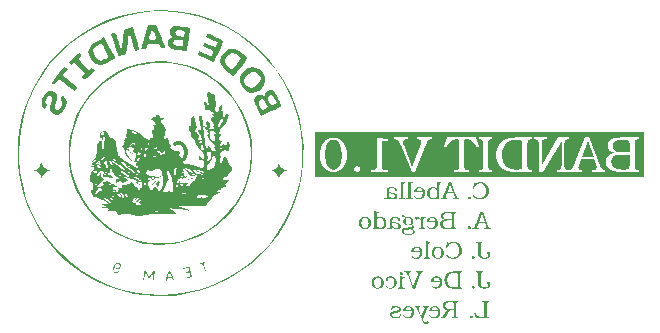
<source format=gbr>
%TF.GenerationSoftware,KiCad,Pcbnew,7.0.7*%
%TF.CreationDate,2024-02-10T10:35:29-08:00*%
%TF.ProjectId,Bandit_Dev_Platform,42616e64-6974-45f4-9465-765f506c6174,rev?*%
%TF.SameCoordinates,Original*%
%TF.FileFunction,Legend,Bot*%
%TF.FilePolarity,Positive*%
%FSLAX46Y46*%
G04 Gerber Fmt 4.6, Leading zero omitted, Abs format (unit mm)*
G04 Created by KiCad (PCBNEW 7.0.7) date 2024-02-10 10:35:29*
%MOMM*%
%LPD*%
G01*
G04 APERTURE LIST*
%ADD10C,0.156250*%
%ADD11C,0.150000*%
%ADD12C,0.300000*%
G04 APERTURE END LIST*
D10*
G36*
X66875750Y-39378677D02*
G01*
X66890483Y-39399369D01*
X66905557Y-39419404D01*
X66920971Y-39438782D01*
X66936726Y-39457503D01*
X66952822Y-39475567D01*
X66969258Y-39492974D01*
X66986035Y-39509725D01*
X67003153Y-39525818D01*
X67020611Y-39541255D01*
X67038410Y-39556035D01*
X67056549Y-39570158D01*
X67075029Y-39583624D01*
X67093849Y-39596433D01*
X67113011Y-39608585D01*
X67132512Y-39620080D01*
X67152355Y-39630919D01*
X67172538Y-39641101D01*
X67193061Y-39650625D01*
X67213925Y-39659493D01*
X67235130Y-39667704D01*
X67256675Y-39675258D01*
X67278561Y-39682156D01*
X67300788Y-39688396D01*
X67323355Y-39693979D01*
X67346263Y-39698906D01*
X67369511Y-39703176D01*
X67393100Y-39706789D01*
X67417030Y-39709744D01*
X67441300Y-39712044D01*
X67465911Y-39713686D01*
X67490862Y-39714671D01*
X67516154Y-39715000D01*
X67536015Y-39714804D01*
X67555665Y-39714217D01*
X67575102Y-39713238D01*
X67594327Y-39711868D01*
X67613341Y-39710107D01*
X67632143Y-39707954D01*
X67650733Y-39705410D01*
X67669112Y-39702474D01*
X67687278Y-39699147D01*
X67705233Y-39695429D01*
X67722976Y-39691319D01*
X67740507Y-39686818D01*
X67757826Y-39681925D01*
X67774934Y-39676641D01*
X67791829Y-39670966D01*
X67808513Y-39664899D01*
X67824985Y-39658441D01*
X67841245Y-39651591D01*
X67857294Y-39644350D01*
X67873131Y-39636718D01*
X67888755Y-39628694D01*
X67904169Y-39620279D01*
X67919370Y-39611472D01*
X67934359Y-39602274D01*
X67949137Y-39592684D01*
X67963703Y-39582703D01*
X67978057Y-39572331D01*
X67992199Y-39561567D01*
X68006129Y-39550412D01*
X68019848Y-39538866D01*
X68033355Y-39526928D01*
X68046650Y-39514598D01*
X68059633Y-39501939D01*
X68072204Y-39489059D01*
X68084363Y-39475956D01*
X68096109Y-39462632D01*
X68107443Y-39449086D01*
X68118366Y-39435318D01*
X68128876Y-39421328D01*
X68138974Y-39407116D01*
X68148659Y-39392683D01*
X68157933Y-39378027D01*
X68166794Y-39363150D01*
X68175244Y-39348051D01*
X68183281Y-39332731D01*
X68190906Y-39317188D01*
X68198119Y-39301424D01*
X68204919Y-39285437D01*
X68211308Y-39269229D01*
X68217284Y-39252799D01*
X68222848Y-39236148D01*
X68228000Y-39219274D01*
X68232740Y-39202179D01*
X68237068Y-39184862D01*
X68240983Y-39167323D01*
X68244487Y-39149562D01*
X68247578Y-39131579D01*
X68250257Y-39113375D01*
X68252524Y-39094949D01*
X68254378Y-39076301D01*
X68255821Y-39057431D01*
X68256851Y-39038339D01*
X68257470Y-39019025D01*
X68257676Y-38999490D01*
X68257238Y-38971516D01*
X68255924Y-38943923D01*
X68253734Y-38916710D01*
X68250669Y-38889878D01*
X68246728Y-38863427D01*
X68241911Y-38837357D01*
X68236218Y-38811667D01*
X68229649Y-38786358D01*
X68222204Y-38761429D01*
X68213884Y-38736881D01*
X68204687Y-38712714D01*
X68194615Y-38688928D01*
X68183667Y-38665522D01*
X68171843Y-38642497D01*
X68159144Y-38619852D01*
X68145568Y-38597588D01*
X68131144Y-38575780D01*
X68115990Y-38554592D01*
X68100106Y-38534026D01*
X68083492Y-38514080D01*
X68066149Y-38494756D01*
X68048075Y-38476053D01*
X68029272Y-38457971D01*
X68009739Y-38440510D01*
X67989476Y-38423670D01*
X67968483Y-38407451D01*
X67946760Y-38391853D01*
X67924307Y-38376877D01*
X67901125Y-38362521D01*
X67877212Y-38348787D01*
X67852570Y-38335674D01*
X67827198Y-38323182D01*
X67810424Y-38315684D01*
X67793715Y-38308670D01*
X67777073Y-38302140D01*
X67760496Y-38296094D01*
X67743986Y-38290531D01*
X67727541Y-38285452D01*
X67711162Y-38280857D01*
X67694849Y-38276745D01*
X67678601Y-38273117D01*
X67662420Y-38269973D01*
X67646304Y-38267313D01*
X67630254Y-38265136D01*
X67614270Y-38263443D01*
X67598352Y-38262234D01*
X67582499Y-38261508D01*
X67566713Y-38261266D01*
X67550918Y-38261394D01*
X67535271Y-38261777D01*
X67519772Y-38262416D01*
X67504419Y-38263310D01*
X67489214Y-38264459D01*
X67474157Y-38265864D01*
X67459247Y-38267525D01*
X67444484Y-38269441D01*
X67429869Y-38271612D01*
X67415401Y-38274039D01*
X67386908Y-38279659D01*
X67359004Y-38286300D01*
X67331690Y-38293964D01*
X67304965Y-38302649D01*
X67278831Y-38312357D01*
X67253285Y-38323086D01*
X67228329Y-38334837D01*
X67203963Y-38347609D01*
X67180187Y-38361404D01*
X67157000Y-38376220D01*
X67134403Y-38392058D01*
X67090073Y-38303764D01*
X67020830Y-38303764D01*
X66920080Y-38810080D01*
X66987124Y-38810080D01*
X66995430Y-38795177D01*
X67004547Y-38779043D01*
X67014475Y-38761680D01*
X67025215Y-38743087D01*
X67032825Y-38730008D01*
X67040797Y-38716382D01*
X67049129Y-38702210D01*
X67057821Y-38687491D01*
X67066874Y-38672225D01*
X67076288Y-38656413D01*
X67086063Y-38640054D01*
X67096198Y-38623148D01*
X67106694Y-38605696D01*
X67117550Y-38587697D01*
X67127355Y-38573384D01*
X67137352Y-38559525D01*
X67147542Y-38546121D01*
X67157925Y-38533171D01*
X67168499Y-38520676D01*
X67179267Y-38508635D01*
X67190227Y-38497048D01*
X67201379Y-38485916D01*
X67212724Y-38475238D01*
X67224261Y-38465015D01*
X67235991Y-38455246D01*
X67247913Y-38445931D01*
X67260028Y-38437070D01*
X67272335Y-38428664D01*
X67284834Y-38420713D01*
X67297527Y-38413216D01*
X67310411Y-38406173D01*
X67336758Y-38393450D01*
X67363875Y-38382545D01*
X67391761Y-38373458D01*
X67405993Y-38369595D01*
X67420418Y-38366188D01*
X67435035Y-38363234D01*
X67449844Y-38360735D01*
X67464846Y-38358690D01*
X67480041Y-38357100D01*
X67495428Y-38355964D01*
X67511007Y-38355283D01*
X67526779Y-38355055D01*
X67555262Y-38355890D01*
X67583010Y-38358393D01*
X67610022Y-38362564D01*
X67636299Y-38368405D01*
X67661840Y-38375914D01*
X67686645Y-38385091D01*
X67710715Y-38395938D01*
X67734050Y-38408453D01*
X67756648Y-38422637D01*
X67778511Y-38438489D01*
X67799639Y-38456010D01*
X67820031Y-38475200D01*
X67839687Y-38496058D01*
X67858608Y-38518585D01*
X67867792Y-38530475D01*
X67876793Y-38542781D01*
X67885610Y-38555505D01*
X67894242Y-38568646D01*
X67908217Y-38591642D01*
X67921290Y-38615111D01*
X67933462Y-38639052D01*
X67944732Y-38663465D01*
X67955100Y-38688351D01*
X67964567Y-38713709D01*
X67973132Y-38739539D01*
X67980796Y-38765841D01*
X67987558Y-38792616D01*
X67993418Y-38819863D01*
X67998377Y-38847582D01*
X68002434Y-38875773D01*
X68005590Y-38904437D01*
X68007844Y-38933573D01*
X68008633Y-38948318D01*
X68009196Y-38963181D01*
X68009534Y-38978163D01*
X68009647Y-38993262D01*
X68009329Y-39020314D01*
X68008376Y-39046791D01*
X68006788Y-39072693D01*
X68004564Y-39098019D01*
X68001704Y-39122770D01*
X67998210Y-39146946D01*
X67994079Y-39170546D01*
X67989314Y-39193572D01*
X67983913Y-39216021D01*
X67977876Y-39237896D01*
X67971205Y-39259195D01*
X67963897Y-39279919D01*
X67955955Y-39300068D01*
X67947377Y-39319641D01*
X67938163Y-39338639D01*
X67928314Y-39357062D01*
X67917830Y-39374909D01*
X67906710Y-39392181D01*
X67894955Y-39408878D01*
X67882564Y-39424999D01*
X67869539Y-39440545D01*
X67855877Y-39455516D01*
X67841580Y-39469912D01*
X67826648Y-39483732D01*
X67811081Y-39496977D01*
X67794877Y-39509647D01*
X67778039Y-39521741D01*
X67760565Y-39533260D01*
X67742456Y-39544204D01*
X67723711Y-39554572D01*
X67704331Y-39564365D01*
X67684316Y-39573583D01*
X67664694Y-39582094D01*
X67645259Y-39589769D01*
X67626011Y-39596606D01*
X67606950Y-39602606D01*
X67588075Y-39607769D01*
X67569387Y-39612094D01*
X67550886Y-39615582D01*
X67532572Y-39618234D01*
X67514445Y-39620047D01*
X67496504Y-39621024D01*
X67484647Y-39621210D01*
X67463347Y-39620737D01*
X67441898Y-39619317D01*
X67420302Y-39616950D01*
X67398557Y-39613637D01*
X67383978Y-39610902D01*
X67369334Y-39607746D01*
X67354624Y-39604170D01*
X67339847Y-39600173D01*
X67325005Y-39595755D01*
X67310097Y-39590917D01*
X67295124Y-39585657D01*
X67280084Y-39579977D01*
X67264979Y-39573876D01*
X67249808Y-39567355D01*
X67234722Y-39560467D01*
X67219966Y-39553358D01*
X67205539Y-39546030D01*
X67191441Y-39538481D01*
X67177672Y-39530711D01*
X67164233Y-39522721D01*
X67151123Y-39514511D01*
X67138341Y-39506080D01*
X67125889Y-39497429D01*
X67113766Y-39488558D01*
X67101972Y-39479466D01*
X67090508Y-39470154D01*
X67079372Y-39460621D01*
X67063286Y-39445909D01*
X67047941Y-39430701D01*
X67037050Y-39418985D01*
X67025444Y-39405821D01*
X67015644Y-39394246D01*
X67005385Y-39381744D01*
X66994669Y-39368314D01*
X66983495Y-39353958D01*
X66971863Y-39338673D01*
X66965875Y-39330683D01*
X66875750Y-39378677D01*
G37*
G36*
X66444539Y-39601427D02*
G01*
X66445514Y-39616462D01*
X66449258Y-39633395D01*
X66455809Y-39649117D01*
X66465169Y-39663629D01*
X66475113Y-39674797D01*
X66484473Y-39683126D01*
X66497310Y-39692308D01*
X66510862Y-39699934D01*
X66525130Y-39706004D01*
X66540114Y-39710517D01*
X66555813Y-39713474D01*
X66572228Y-39714875D01*
X66578995Y-39715000D01*
X66596302Y-39714221D01*
X66612733Y-39711887D01*
X66628287Y-39707996D01*
X66642965Y-39702549D01*
X66656767Y-39695545D01*
X66669691Y-39686986D01*
X66674616Y-39683126D01*
X66685803Y-39672586D01*
X66695095Y-39661115D01*
X66703742Y-39646123D01*
X66709658Y-39629791D01*
X66712502Y-39615158D01*
X66713450Y-39599595D01*
X66712475Y-39584092D01*
X66709551Y-39569413D01*
X66704676Y-39555556D01*
X66697851Y-39542522D01*
X66689077Y-39530311D01*
X66678352Y-39518923D01*
X66673517Y-39514598D01*
X66660626Y-39504783D01*
X66646912Y-39496631D01*
X66632376Y-39490142D01*
X66617016Y-39485318D01*
X66600834Y-39482157D01*
X66583829Y-39480659D01*
X66576796Y-39480526D01*
X66560122Y-39481403D01*
X66544217Y-39484033D01*
X66529081Y-39488415D01*
X66514715Y-39494551D01*
X66501118Y-39502440D01*
X66488289Y-39512082D01*
X66483374Y-39516430D01*
X66472186Y-39527972D01*
X66462894Y-39540158D01*
X66455499Y-39552988D01*
X66449128Y-39569234D01*
X66445487Y-39586407D01*
X66444539Y-39601427D01*
G37*
G36*
X65413590Y-39210882D02*
G01*
X65422194Y-39232906D01*
X65430696Y-39254326D01*
X65439095Y-39275144D01*
X65447393Y-39295358D01*
X65455588Y-39314969D01*
X65463680Y-39333976D01*
X65471670Y-39352381D01*
X65479558Y-39370182D01*
X65487344Y-39387380D01*
X65495027Y-39403975D01*
X65502608Y-39419966D01*
X65510087Y-39435355D01*
X65517463Y-39450140D01*
X65524737Y-39464322D01*
X65531909Y-39477901D01*
X65545945Y-39503248D01*
X65559572Y-39526183D01*
X65572790Y-39546706D01*
X65585598Y-39564815D01*
X65597997Y-39580511D01*
X65609987Y-39593795D01*
X65621568Y-39604666D01*
X65638171Y-39616448D01*
X65649030Y-39622017D01*
X65663522Y-39628416D01*
X65679034Y-39634189D01*
X65695565Y-39639336D01*
X65713116Y-39643856D01*
X65727890Y-39647022D01*
X65743318Y-39649787D01*
X65743318Y-39715000D01*
X65189009Y-39715000D01*
X65189009Y-39649054D01*
X65207510Y-39646461D01*
X65224180Y-39643994D01*
X65239017Y-39641652D01*
X65254988Y-39638903D01*
X65270376Y-39635863D01*
X65285729Y-39631835D01*
X65292163Y-39629627D01*
X65307247Y-39623217D01*
X65320900Y-39615537D01*
X65333121Y-39606588D01*
X65343912Y-39596368D01*
X65353271Y-39584878D01*
X65361200Y-39572117D01*
X65365422Y-39564005D01*
X65371218Y-39548906D01*
X65374695Y-39533170D01*
X65375854Y-39516796D01*
X65374914Y-39505457D01*
X65372093Y-39489847D01*
X65367392Y-39469968D01*
X65363213Y-39454343D01*
X65358199Y-39436821D01*
X65352348Y-39417400D01*
X65345662Y-39396083D01*
X65338140Y-39372867D01*
X65329783Y-39347754D01*
X65320589Y-39320743D01*
X65315679Y-39306526D01*
X65310560Y-39291835D01*
X65305232Y-39276669D01*
X65299695Y-39261029D01*
X65293949Y-39244914D01*
X65287994Y-39228325D01*
X65281830Y-39211262D01*
X65275458Y-39193724D01*
X65268876Y-39175711D01*
X64727023Y-39175711D01*
X64621877Y-39453415D01*
X64617752Y-39464237D01*
X64611779Y-39481213D01*
X64606933Y-39496866D01*
X64602605Y-39513902D01*
X64599900Y-39529032D01*
X64598796Y-39544274D01*
X64599314Y-39554251D01*
X64602482Y-39569736D01*
X64608531Y-39583790D01*
X64617459Y-39596412D01*
X64629267Y-39607603D01*
X64643956Y-39617363D01*
X64657780Y-39624141D01*
X64665863Y-39627341D01*
X64680821Y-39632120D01*
X64695884Y-39636082D01*
X64713307Y-39640026D01*
X64728947Y-39643169D01*
X64746097Y-39646300D01*
X64764759Y-39649420D01*
X64764759Y-39715000D01*
X64174546Y-39715000D01*
X64174546Y-39649787D01*
X64177798Y-39649258D01*
X64193394Y-39646562D01*
X64210644Y-39643209D01*
X64226298Y-39639727D01*
X64242542Y-39635502D01*
X64256612Y-39631102D01*
X64263874Y-39628509D01*
X64278014Y-39622052D01*
X64291638Y-39613900D01*
X64304747Y-39604054D01*
X64317341Y-39592514D01*
X64329419Y-39579279D01*
X64340983Y-39564349D01*
X64349317Y-39552040D01*
X64357362Y-39538778D01*
X64358302Y-39536989D01*
X64364983Y-39523251D01*
X64371907Y-39507866D01*
X64378336Y-39492983D01*
X64385555Y-39475809D01*
X64391487Y-39461427D01*
X64397864Y-39445756D01*
X64404685Y-39428797D01*
X64411950Y-39410551D01*
X64539232Y-39081922D01*
X64764759Y-39081922D01*
X65237369Y-39081922D01*
X65003995Y-38416971D01*
X64764759Y-39081922D01*
X64539232Y-39081922D01*
X64857083Y-38261266D01*
X65052355Y-38261266D01*
X65413590Y-39210882D01*
G37*
G36*
X63966000Y-38220059D02*
G01*
X63980127Y-38225580D01*
X63994909Y-38230935D01*
X64010346Y-38236124D01*
X64026439Y-38241148D01*
X64043187Y-38246005D01*
X64060591Y-38250696D01*
X64078650Y-38255221D01*
X64097365Y-38259580D01*
X64116735Y-38263773D01*
X64136760Y-38267801D01*
X64157441Y-38271662D01*
X64178778Y-38275357D01*
X64200770Y-38278886D01*
X64223417Y-38282249D01*
X64246720Y-38285446D01*
X64246720Y-38350293D01*
X64236195Y-38351354D01*
X64216572Y-38353530D01*
X64198849Y-38355774D01*
X64183027Y-38358086D01*
X64165921Y-38361074D01*
X64149315Y-38364800D01*
X64135345Y-38369344D01*
X64119631Y-38378709D01*
X64109221Y-38389129D01*
X64099989Y-38402459D01*
X64091936Y-38418701D01*
X64085061Y-38437854D01*
X64081133Y-38452239D01*
X64077728Y-38467918D01*
X64074848Y-38484891D01*
X64072491Y-38503158D01*
X64070657Y-38522719D01*
X64069348Y-38543573D01*
X64068562Y-38565721D01*
X64068300Y-38589162D01*
X64068300Y-39715000D01*
X63950697Y-39715000D01*
X63900139Y-39593367D01*
X63888184Y-39601628D01*
X63870583Y-39613404D01*
X63853382Y-39624439D01*
X63836580Y-39634733D01*
X63820177Y-39644287D01*
X63804174Y-39653100D01*
X63788570Y-39661173D01*
X63773365Y-39668505D01*
X63758559Y-39675096D01*
X63744153Y-39680947D01*
X63730146Y-39686057D01*
X63719801Y-39689562D01*
X63703783Y-39694395D01*
X63687167Y-39698719D01*
X63669952Y-39702535D01*
X63652138Y-39705842D01*
X63633725Y-39708640D01*
X63614713Y-39710929D01*
X63595102Y-39712710D01*
X63574892Y-39713982D01*
X63554083Y-39714745D01*
X63532676Y-39715000D01*
X63504185Y-39714427D01*
X63476416Y-39712710D01*
X63449368Y-39709848D01*
X63423041Y-39705840D01*
X63397436Y-39700688D01*
X63372552Y-39694392D01*
X63348389Y-39686950D01*
X63324947Y-39678363D01*
X63302227Y-39668632D01*
X63280228Y-39657755D01*
X63258950Y-39645734D01*
X63238394Y-39632568D01*
X63218558Y-39618256D01*
X63199445Y-39602800D01*
X63181052Y-39586200D01*
X63163381Y-39568454D01*
X63146566Y-39549766D01*
X63130837Y-39530432D01*
X63116193Y-39510451D01*
X63102633Y-39489823D01*
X63090158Y-39468548D01*
X63078768Y-39446626D01*
X63068462Y-39424058D01*
X63059241Y-39400842D01*
X63051106Y-39376980D01*
X63044055Y-39352471D01*
X63038088Y-39327315D01*
X63033207Y-39301512D01*
X63029410Y-39275062D01*
X63026698Y-39247965D01*
X63025071Y-39220222D01*
X63024570Y-39194030D01*
X63238852Y-39194030D01*
X63239155Y-39216303D01*
X63240065Y-39238062D01*
X63241582Y-39259305D01*
X63243706Y-39280034D01*
X63246436Y-39300247D01*
X63249774Y-39319944D01*
X63253718Y-39339127D01*
X63258269Y-39357794D01*
X63263427Y-39375947D01*
X63269191Y-39393584D01*
X63275562Y-39410705D01*
X63282540Y-39427312D01*
X63290125Y-39443403D01*
X63298317Y-39458980D01*
X63307116Y-39474041D01*
X63316521Y-39488586D01*
X63328116Y-39504646D01*
X63340369Y-39519670D01*
X63353280Y-39533658D01*
X63366850Y-39546609D01*
X63381078Y-39558525D01*
X63395965Y-39569404D01*
X63411509Y-39579247D01*
X63427712Y-39588054D01*
X63444574Y-39595825D01*
X63462093Y-39602560D01*
X63480271Y-39608259D01*
X63499108Y-39612921D01*
X63518602Y-39616548D01*
X63538755Y-39619138D01*
X63559566Y-39620692D01*
X63581036Y-39621210D01*
X63601350Y-39620757D01*
X63621353Y-39619396D01*
X63641044Y-39617127D01*
X63660422Y-39613952D01*
X63679489Y-39609869D01*
X63698244Y-39604878D01*
X63716686Y-39598981D01*
X63734817Y-39592176D01*
X63752636Y-39584464D01*
X63770143Y-39575844D01*
X63787338Y-39566317D01*
X63804220Y-39555883D01*
X63820791Y-39544541D01*
X63837050Y-39532292D01*
X63852997Y-39519136D01*
X63868632Y-39505073D01*
X63868632Y-38939040D01*
X63854610Y-38923868D01*
X63840845Y-38909540D01*
X63827338Y-38896056D01*
X63814089Y-38883416D01*
X63801098Y-38871619D01*
X63788364Y-38860665D01*
X63775887Y-38850555D01*
X63763668Y-38841289D01*
X63747777Y-38830247D01*
X63732344Y-38820704D01*
X63722776Y-38815425D01*
X63708090Y-38808145D01*
X63693006Y-38801630D01*
X63677522Y-38795883D01*
X63661639Y-38790901D01*
X63645356Y-38786686D01*
X63628675Y-38783238D01*
X63611594Y-38780556D01*
X63594113Y-38778640D01*
X63576234Y-38777490D01*
X63557955Y-38777107D01*
X63537530Y-38777625D01*
X63517746Y-38779179D01*
X63498604Y-38781770D01*
X63480102Y-38785396D01*
X63462242Y-38790059D01*
X63445023Y-38795757D01*
X63428445Y-38802492D01*
X63412508Y-38810263D01*
X63397213Y-38819070D01*
X63382558Y-38828913D01*
X63368545Y-38839792D01*
X63355172Y-38851708D01*
X63342441Y-38864659D01*
X63330351Y-38878647D01*
X63318902Y-38893671D01*
X63308094Y-38909731D01*
X63299710Y-38923721D01*
X63291866Y-38938216D01*
X63284563Y-38953214D01*
X63277801Y-38968715D01*
X63271580Y-38984721D01*
X63265900Y-39001230D01*
X63260760Y-39018243D01*
X63256162Y-39035760D01*
X63252105Y-39053781D01*
X63248589Y-39072305D01*
X63245614Y-39091333D01*
X63243179Y-39110865D01*
X63241286Y-39130900D01*
X63239933Y-39151440D01*
X63239122Y-39172483D01*
X63238852Y-39194030D01*
X63024570Y-39194030D01*
X63024528Y-39191831D01*
X63025029Y-39165233D01*
X63026532Y-39139201D01*
X63029036Y-39113736D01*
X63032543Y-39088837D01*
X63037051Y-39064505D01*
X63042560Y-39040740D01*
X63049072Y-39017542D01*
X63056585Y-38994911D01*
X63065100Y-38972846D01*
X63074617Y-38951348D01*
X63085136Y-38930416D01*
X63096656Y-38910051D01*
X63109179Y-38890253D01*
X63122703Y-38871022D01*
X63137228Y-38852358D01*
X63152756Y-38834260D01*
X63169839Y-38815982D01*
X63187566Y-38798883D01*
X63205937Y-38782963D01*
X63224953Y-38768223D01*
X63244612Y-38754661D01*
X63264915Y-38742279D01*
X63285862Y-38731077D01*
X63307453Y-38721053D01*
X63329688Y-38712209D01*
X63352568Y-38704544D01*
X63376091Y-38698058D01*
X63400258Y-38692752D01*
X63425069Y-38688624D01*
X63450524Y-38685676D01*
X63476623Y-38683907D01*
X63503367Y-38683318D01*
X63528407Y-38683886D01*
X63553152Y-38685590D01*
X63577603Y-38688431D01*
X63601758Y-38692408D01*
X63625619Y-38697521D01*
X63649185Y-38703771D01*
X63672457Y-38711157D01*
X63695433Y-38719679D01*
X63718115Y-38729338D01*
X63740502Y-38740133D01*
X63762594Y-38752064D01*
X63784391Y-38765131D01*
X63805893Y-38779335D01*
X63827101Y-38794675D01*
X63848014Y-38811152D01*
X63868632Y-38828764D01*
X63868632Y-38214371D01*
X63952529Y-38214371D01*
X63966000Y-38220059D01*
G37*
G36*
X62399279Y-38683887D02*
G01*
X62425878Y-38685596D01*
X62451830Y-38688444D01*
X62477134Y-38692431D01*
X62501792Y-38697557D01*
X62525804Y-38703823D01*
X62549168Y-38711227D01*
X62571885Y-38719771D01*
X62593956Y-38729454D01*
X62615380Y-38740276D01*
X62636157Y-38752237D01*
X62656287Y-38765338D01*
X62675770Y-38779577D01*
X62694606Y-38794956D01*
X62712795Y-38811474D01*
X62730338Y-38829131D01*
X62746975Y-38847644D01*
X62762538Y-38866729D01*
X62777028Y-38886387D01*
X62790445Y-38906617D01*
X62802788Y-38927419D01*
X62814058Y-38948794D01*
X62824255Y-38970742D01*
X62833378Y-38993262D01*
X62841428Y-39016354D01*
X62848405Y-39040019D01*
X62854308Y-39064256D01*
X62859138Y-39089066D01*
X62862895Y-39114448D01*
X62865578Y-39140403D01*
X62867188Y-39166930D01*
X62867725Y-39194030D01*
X62867577Y-39207186D01*
X62866803Y-39226797D01*
X62865366Y-39246259D01*
X62863266Y-39265574D01*
X62860502Y-39284740D01*
X62857075Y-39303759D01*
X62852984Y-39322629D01*
X62848230Y-39341351D01*
X62842813Y-39359925D01*
X62836733Y-39378351D01*
X62829989Y-39396629D01*
X62822266Y-39416216D01*
X62814071Y-39435182D01*
X62805404Y-39453525D01*
X62796266Y-39471247D01*
X62786657Y-39488347D01*
X62776576Y-39504825D01*
X62766023Y-39520682D01*
X62754999Y-39535916D01*
X62743503Y-39550529D01*
X62731536Y-39564520D01*
X62719097Y-39577889D01*
X62706187Y-39590636D01*
X62692805Y-39602761D01*
X62678951Y-39614265D01*
X62664626Y-39625147D01*
X62649829Y-39635407D01*
X62634561Y-39645045D01*
X62618822Y-39654061D01*
X62602610Y-39662456D01*
X62585927Y-39670229D01*
X62568773Y-39677380D01*
X62551147Y-39683909D01*
X62533050Y-39689816D01*
X62514481Y-39695101D01*
X62495440Y-39699765D01*
X62475928Y-39703807D01*
X62455944Y-39707227D01*
X62435489Y-39710025D01*
X62414562Y-39712201D01*
X62393164Y-39713756D01*
X62371294Y-39714689D01*
X62348953Y-39715000D01*
X62331115Y-39714760D01*
X62313553Y-39714042D01*
X62296265Y-39712845D01*
X62279252Y-39711170D01*
X62262514Y-39709016D01*
X62246050Y-39706383D01*
X62229861Y-39703271D01*
X62213948Y-39699681D01*
X62198308Y-39695612D01*
X62182944Y-39691064D01*
X62167854Y-39686038D01*
X62153039Y-39680533D01*
X62138499Y-39674549D01*
X62124234Y-39668086D01*
X62110244Y-39661145D01*
X62096528Y-39653725D01*
X62083087Y-39645826D01*
X62069921Y-39637449D01*
X62057029Y-39628593D01*
X62044412Y-39619258D01*
X62032071Y-39609445D01*
X62020003Y-39599153D01*
X62008211Y-39588382D01*
X61996693Y-39577132D01*
X61985451Y-39565404D01*
X61974483Y-39553197D01*
X61963789Y-39540511D01*
X61953371Y-39527347D01*
X61943227Y-39513703D01*
X61933358Y-39499582D01*
X61923764Y-39484981D01*
X61914445Y-39469902D01*
X61983688Y-39437662D01*
X61997406Y-39459888D01*
X62011817Y-39480681D01*
X62026921Y-39500040D01*
X62042718Y-39517964D01*
X62059207Y-39534455D01*
X62076389Y-39549512D01*
X62094264Y-39563134D01*
X62112831Y-39575323D01*
X62132091Y-39586078D01*
X62152043Y-39595399D01*
X62172689Y-39603286D01*
X62194026Y-39609738D01*
X62216057Y-39614757D01*
X62238780Y-39618342D01*
X62262196Y-39620493D01*
X62286304Y-39621210D01*
X62304943Y-39620899D01*
X62323077Y-39619964D01*
X62340706Y-39618406D01*
X62357831Y-39616224D01*
X62374452Y-39613420D01*
X62390568Y-39609992D01*
X62406180Y-39605941D01*
X62421287Y-39601266D01*
X62435889Y-39595969D01*
X62449988Y-39590048D01*
X62463581Y-39583504D01*
X62476671Y-39576336D01*
X62489256Y-39568546D01*
X62501336Y-39560132D01*
X62512912Y-39551095D01*
X62523983Y-39541434D01*
X62534550Y-39531151D01*
X62544613Y-39520244D01*
X62554171Y-39508714D01*
X62563224Y-39496561D01*
X62571773Y-39483784D01*
X62579818Y-39470384D01*
X62587358Y-39456361D01*
X62594394Y-39441715D01*
X62600925Y-39426445D01*
X62606952Y-39410552D01*
X62612474Y-39394036D01*
X62617492Y-39376897D01*
X62622005Y-39359134D01*
X62626014Y-39340748D01*
X62629519Y-39321739D01*
X62632519Y-39302107D01*
X62635009Y-39284894D01*
X62637167Y-39266409D01*
X62638568Y-39251712D01*
X62639782Y-39236300D01*
X62640809Y-39220173D01*
X62641649Y-39203332D01*
X62642303Y-39185775D01*
X62642770Y-39167504D01*
X62643050Y-39148518D01*
X62643143Y-39128817D01*
X61914445Y-39128817D01*
X61914792Y-39116983D01*
X61915588Y-39099677D01*
X61916712Y-39082907D01*
X61918164Y-39066670D01*
X61919944Y-39050969D01*
X61922054Y-39035801D01*
X61922183Y-39035027D01*
X62132798Y-39035027D01*
X62636549Y-39035027D01*
X62635213Y-39026904D01*
X62632500Y-39011380D01*
X62629729Y-38996817D01*
X62626186Y-38979965D01*
X62622552Y-38964617D01*
X62618074Y-38948182D01*
X62613468Y-38933911D01*
X62605688Y-38914923D01*
X62597004Y-38897160D01*
X62587416Y-38880622D01*
X62576923Y-38865309D01*
X62565526Y-38851221D01*
X62553224Y-38838358D01*
X62540017Y-38826721D01*
X62525907Y-38816308D01*
X62510891Y-38807120D01*
X62494972Y-38799158D01*
X62478148Y-38792420D01*
X62460419Y-38786907D01*
X62441786Y-38782620D01*
X62422248Y-38779557D01*
X62401807Y-38777719D01*
X62380460Y-38777107D01*
X62355423Y-38777897D01*
X62331694Y-38780267D01*
X62309272Y-38784217D01*
X62288159Y-38789747D01*
X62268354Y-38796856D01*
X62249857Y-38805546D01*
X62232668Y-38815816D01*
X62216787Y-38827665D01*
X62202214Y-38841095D01*
X62188949Y-38856104D01*
X62176992Y-38872694D01*
X62166343Y-38890863D01*
X62157002Y-38910612D01*
X62148969Y-38931942D01*
X62142245Y-38954851D01*
X62136828Y-38979340D01*
X62135065Y-38991270D01*
X62133463Y-39005953D01*
X62132798Y-39020739D01*
X62132798Y-39027700D01*
X62132798Y-39035027D01*
X61922183Y-39035027D01*
X61924491Y-39021169D01*
X61928252Y-39002490D01*
X61932597Y-38984761D01*
X61937526Y-38967983D01*
X61943865Y-38951352D01*
X61950795Y-38935165D01*
X61958314Y-38919421D01*
X61966423Y-38904121D01*
X61975121Y-38889265D01*
X61984409Y-38874852D01*
X61994286Y-38860883D01*
X62004754Y-38847357D01*
X62015810Y-38834276D01*
X62027457Y-38821637D01*
X62039693Y-38809443D01*
X62052518Y-38797692D01*
X62065933Y-38786385D01*
X62079938Y-38775521D01*
X62094533Y-38765101D01*
X62109717Y-38755125D01*
X62124523Y-38746430D01*
X62139541Y-38738295D01*
X62154771Y-38730722D01*
X62170213Y-38723709D01*
X62185866Y-38717258D01*
X62201732Y-38711367D01*
X62217809Y-38706038D01*
X62234098Y-38701270D01*
X62250598Y-38697062D01*
X62267311Y-38693416D01*
X62284235Y-38690330D01*
X62301371Y-38687806D01*
X62318719Y-38685842D01*
X62336279Y-38684440D01*
X62354050Y-38683598D01*
X62372034Y-38683318D01*
X62399279Y-38683887D01*
G37*
G36*
X61253157Y-39715000D02*
G01*
X61811496Y-39715000D01*
X61811496Y-39644658D01*
X61760938Y-39644658D01*
X61745189Y-39642779D01*
X61730455Y-39639706D01*
X61710261Y-39632859D01*
X61692352Y-39623327D01*
X61676730Y-39611109D01*
X61663394Y-39596206D01*
X61652344Y-39578617D01*
X61643580Y-39558343D01*
X61639007Y-39543335D01*
X61635451Y-39527133D01*
X61632911Y-39509738D01*
X61631387Y-39491149D01*
X61630879Y-39471367D01*
X61630879Y-38579637D01*
X61631141Y-38557304D01*
X61631926Y-38536194D01*
X61633236Y-38516306D01*
X61635069Y-38497640D01*
X61637426Y-38480196D01*
X61640307Y-38463974D01*
X61643712Y-38448975D01*
X61649801Y-38428767D01*
X61657068Y-38411309D01*
X61665514Y-38396602D01*
X61675139Y-38384644D01*
X61689805Y-38372977D01*
X61697923Y-38368977D01*
X61712750Y-38364434D01*
X61729923Y-38360707D01*
X61747383Y-38357720D01*
X61763411Y-38355407D01*
X61781271Y-38353163D01*
X61795869Y-38351525D01*
X61811496Y-38349926D01*
X61811496Y-38285446D01*
X61788702Y-38282464D01*
X61766479Y-38279287D01*
X61744830Y-38275915D01*
X61723752Y-38272349D01*
X61703247Y-38268588D01*
X61683315Y-38264632D01*
X61663955Y-38260482D01*
X61645167Y-38256137D01*
X61626952Y-38251597D01*
X61609309Y-38246863D01*
X61592239Y-38241935D01*
X61575741Y-38236811D01*
X61559816Y-38231493D01*
X61544463Y-38225981D01*
X61529682Y-38220273D01*
X61515474Y-38214371D01*
X61431577Y-38214371D01*
X61431577Y-39467704D01*
X61431226Y-39486218D01*
X61430173Y-39503566D01*
X61428418Y-39519748D01*
X61425961Y-39534765D01*
X61421593Y-39552975D01*
X61415978Y-39569112D01*
X61409114Y-39583177D01*
X61398779Y-39597844D01*
X61391643Y-39605090D01*
X61379375Y-39614267D01*
X61363636Y-39622335D01*
X61348546Y-39627991D01*
X61331236Y-39632937D01*
X61316795Y-39636180D01*
X61301105Y-39639025D01*
X61284166Y-39641470D01*
X61265977Y-39643516D01*
X61253157Y-39644658D01*
X61253157Y-39715000D01*
G37*
G36*
X60623011Y-39715000D02*
G01*
X61181350Y-39715000D01*
X61181350Y-39644658D01*
X61130792Y-39644658D01*
X61115042Y-39642779D01*
X61100309Y-39639706D01*
X61080114Y-39632859D01*
X61062206Y-39623327D01*
X61046583Y-39611109D01*
X61033247Y-39596206D01*
X61022197Y-39578617D01*
X61013433Y-39558343D01*
X61008861Y-39543335D01*
X61005305Y-39527133D01*
X61002764Y-39509738D01*
X61001240Y-39491149D01*
X61000732Y-39471367D01*
X61000732Y-38579637D01*
X61000994Y-38557304D01*
X61001780Y-38536194D01*
X61003089Y-38516306D01*
X61004923Y-38497640D01*
X61007280Y-38480196D01*
X61010160Y-38463974D01*
X61013565Y-38448975D01*
X61019654Y-38428767D01*
X61026922Y-38411309D01*
X61035368Y-38396602D01*
X61044992Y-38384644D01*
X61059658Y-38372977D01*
X61067777Y-38368977D01*
X61082603Y-38364434D01*
X61099777Y-38360707D01*
X61117236Y-38357720D01*
X61133265Y-38355407D01*
X61151125Y-38353163D01*
X61165722Y-38351525D01*
X61181350Y-38349926D01*
X61181350Y-38285446D01*
X61158555Y-38282464D01*
X61136333Y-38279287D01*
X61114683Y-38275915D01*
X61093606Y-38272349D01*
X61073101Y-38268588D01*
X61053168Y-38264632D01*
X61033808Y-38260482D01*
X61015020Y-38256137D01*
X60996805Y-38251597D01*
X60979163Y-38246863D01*
X60962092Y-38241935D01*
X60945594Y-38236811D01*
X60929669Y-38231493D01*
X60914316Y-38225981D01*
X60899536Y-38220273D01*
X60885327Y-38214371D01*
X60801430Y-38214371D01*
X60801430Y-39467704D01*
X60801079Y-39486218D01*
X60800026Y-39503566D01*
X60798271Y-39519748D01*
X60795814Y-39534765D01*
X60791447Y-39552975D01*
X60785831Y-39569112D01*
X60778967Y-39583177D01*
X60768633Y-39597844D01*
X60761496Y-39605090D01*
X60749228Y-39614267D01*
X60733490Y-39622335D01*
X60718400Y-39627991D01*
X60701089Y-39632937D01*
X60686649Y-39636180D01*
X60670959Y-39639025D01*
X60654019Y-39641470D01*
X60635831Y-39643516D01*
X60623011Y-39644658D01*
X60623011Y-39715000D01*
G37*
G36*
X60030016Y-38683455D02*
G01*
X60051543Y-38684176D01*
X60072915Y-38685516D01*
X60094132Y-38687474D01*
X60115195Y-38690050D01*
X60136104Y-38693244D01*
X60156858Y-38697056D01*
X60177457Y-38701487D01*
X60197902Y-38706536D01*
X60218192Y-38712203D01*
X60238328Y-38718489D01*
X60253570Y-38723792D01*
X60268336Y-38729354D01*
X60282627Y-38735173D01*
X60296443Y-38741249D01*
X60316276Y-38750847D01*
X60335040Y-38761024D01*
X60352735Y-38771781D01*
X60369361Y-38783118D01*
X60384918Y-38795034D01*
X60399405Y-38807530D01*
X60412824Y-38820605D01*
X60425174Y-38834260D01*
X60428149Y-38837874D01*
X60439106Y-38852251D01*
X60448551Y-38866502D01*
X60456485Y-38880627D01*
X60462908Y-38894626D01*
X60468811Y-38911948D01*
X60472353Y-38929073D01*
X60473534Y-38946001D01*
X60473059Y-38955595D01*
X60469941Y-38971393D01*
X60463913Y-38985929D01*
X60454974Y-38999202D01*
X60443126Y-39011214D01*
X60433391Y-39018602D01*
X60418980Y-39026841D01*
X60403658Y-39032627D01*
X60387424Y-39035958D01*
X60372784Y-39036859D01*
X60367337Y-39036743D01*
X60351581Y-39035005D01*
X60336700Y-39031179D01*
X60322695Y-39025267D01*
X60309566Y-39017269D01*
X60297313Y-39007184D01*
X60295374Y-39005317D01*
X60285036Y-38993622D01*
X60276913Y-38981077D01*
X60270236Y-38965367D01*
X60266913Y-38950980D01*
X60265806Y-38935743D01*
X60266426Y-38928967D01*
X60266941Y-38914232D01*
X60267488Y-38897034D01*
X60268004Y-38880055D01*
X60267594Y-38870255D01*
X60263562Y-38854936D01*
X60255343Y-38840888D01*
X60242939Y-38828110D01*
X60230002Y-38818802D01*
X60214386Y-38810307D01*
X60200915Y-38804469D01*
X60185938Y-38799089D01*
X60170602Y-38793937D01*
X60155003Y-38789472D01*
X60139141Y-38785694D01*
X60123015Y-38782602D01*
X60106626Y-38780198D01*
X60089974Y-38778481D01*
X60073058Y-38777450D01*
X60055879Y-38777107D01*
X60049481Y-38777147D01*
X60030731Y-38777748D01*
X60012645Y-38779070D01*
X59995221Y-38781114D01*
X59978461Y-38783879D01*
X59962364Y-38787365D01*
X59946931Y-38791573D01*
X59932161Y-38796501D01*
X59918054Y-38802151D01*
X59904610Y-38808523D01*
X59887718Y-38818140D01*
X59878579Y-38824408D01*
X59865975Y-38834476D01*
X59854699Y-38845342D01*
X59844749Y-38857007D01*
X59836126Y-38869471D01*
X59828830Y-38882733D01*
X59822860Y-38896794D01*
X59818216Y-38911653D01*
X59814900Y-38927311D01*
X59812910Y-38943767D01*
X59812247Y-38961022D01*
X59812247Y-39124420D01*
X59831350Y-39126466D01*
X59850102Y-39128529D01*
X59868502Y-39130608D01*
X59886550Y-39132704D01*
X59904245Y-39134816D01*
X59921589Y-39136944D01*
X59938581Y-39139089D01*
X59955220Y-39141250D01*
X59971508Y-39143428D01*
X59987443Y-39145622D01*
X60003026Y-39147833D01*
X60018258Y-39150060D01*
X60033137Y-39152304D01*
X60047664Y-39154564D01*
X60075662Y-39159133D01*
X60102252Y-39163769D01*
X60127434Y-39168470D01*
X60151208Y-39173237D01*
X60173573Y-39178070D01*
X60194530Y-39182968D01*
X60214079Y-39187933D01*
X60232220Y-39192963D01*
X60248953Y-39198060D01*
X60265610Y-39203516D01*
X60281738Y-39209168D01*
X60297338Y-39215016D01*
X60312408Y-39221060D01*
X60326950Y-39227301D01*
X60340963Y-39233737D01*
X60367403Y-39247198D01*
X60391727Y-39261443D01*
X60413937Y-39276473D01*
X60434031Y-39292287D01*
X60452010Y-39308885D01*
X60467874Y-39326267D01*
X60481623Y-39344433D01*
X60493256Y-39363384D01*
X60502774Y-39383119D01*
X60510178Y-39403639D01*
X60515466Y-39424942D01*
X60518638Y-39447030D01*
X60519696Y-39469902D01*
X60519595Y-39477494D01*
X60518791Y-39492346D01*
X60516077Y-39513793D01*
X60511553Y-39534241D01*
X60505219Y-39553690D01*
X60497075Y-39572142D01*
X60487122Y-39589596D01*
X60475360Y-39606051D01*
X60461787Y-39621508D01*
X60446406Y-39635967D01*
X60429214Y-39649427D01*
X60416748Y-39657847D01*
X60405539Y-39664768D01*
X60388082Y-39674312D01*
X60369853Y-39682851D01*
X60350851Y-39690386D01*
X60331076Y-39696916D01*
X60310528Y-39702442D01*
X60289207Y-39706962D01*
X60274564Y-39709418D01*
X60259577Y-39711427D01*
X60244247Y-39712990D01*
X60228574Y-39714106D01*
X60212557Y-39714776D01*
X60196196Y-39715000D01*
X60171082Y-39714441D01*
X60146113Y-39712767D01*
X60121291Y-39709976D01*
X60096614Y-39706069D01*
X60072083Y-39701046D01*
X60047699Y-39694907D01*
X60023460Y-39687651D01*
X59999367Y-39679279D01*
X59975420Y-39669791D01*
X59951620Y-39659186D01*
X59927965Y-39647465D01*
X59904456Y-39634628D01*
X59881093Y-39620675D01*
X59857876Y-39605605D01*
X59834805Y-39589420D01*
X59811880Y-39572117D01*
X59808118Y-39581956D01*
X59802104Y-39596001D01*
X59795646Y-39609189D01*
X59786343Y-39625441D01*
X59776251Y-39640170D01*
X59765369Y-39653376D01*
X59753697Y-39665059D01*
X59741235Y-39675220D01*
X59727983Y-39683859D01*
X59724530Y-39685774D01*
X59709895Y-39692830D01*
X59693944Y-39698912D01*
X59676676Y-39704021D01*
X59658092Y-39708157D01*
X59643290Y-39710620D01*
X59627747Y-39712536D01*
X59611463Y-39713905D01*
X59594439Y-39714726D01*
X59576674Y-39715000D01*
X59568589Y-39714934D01*
X59552675Y-39714407D01*
X59537104Y-39713354D01*
X59521877Y-39711774D01*
X59506994Y-39709667D01*
X59492453Y-39707034D01*
X59471287Y-39702097D01*
X59450894Y-39695974D01*
X59431273Y-39688667D01*
X59412426Y-39680175D01*
X59394351Y-39670498D01*
X59377049Y-39659636D01*
X59360519Y-39647588D01*
X59400453Y-39597397D01*
X59416092Y-39604257D01*
X59431408Y-39609955D01*
X59446402Y-39614489D01*
X59461075Y-39617861D01*
X59478257Y-39620373D01*
X59494975Y-39621210D01*
X59513574Y-39620157D01*
X59530535Y-39616997D01*
X59545860Y-39611731D01*
X59559547Y-39604357D01*
X59571597Y-39594878D01*
X59582009Y-39583292D01*
X59590785Y-39569599D01*
X59597923Y-39553799D01*
X59598825Y-39551295D01*
X59602904Y-39537167D01*
X59606267Y-39520355D01*
X59608442Y-39504973D01*
X59610159Y-39487874D01*
X59611419Y-39469058D01*
X59612063Y-39453819D01*
X59612449Y-39437614D01*
X59612578Y-39420443D01*
X59612578Y-39199159D01*
X59812247Y-39199159D01*
X59812247Y-39472466D01*
X59832651Y-39490478D01*
X59852924Y-39507328D01*
X59873066Y-39523016D01*
X59893076Y-39537542D01*
X59912954Y-39550906D01*
X59932700Y-39563107D01*
X59952315Y-39574147D01*
X59971798Y-39584024D01*
X59991150Y-39592740D01*
X60010369Y-39600293D01*
X60029458Y-39606684D01*
X60048414Y-39611914D01*
X60067239Y-39615981D01*
X60085932Y-39618886D01*
X60104494Y-39620629D01*
X60122923Y-39621210D01*
X60141534Y-39620426D01*
X60159445Y-39618073D01*
X60176659Y-39614152D01*
X60193174Y-39608662D01*
X60208990Y-39601604D01*
X60224109Y-39592977D01*
X60238529Y-39582782D01*
X60252250Y-39571018D01*
X60264787Y-39558121D01*
X60275652Y-39544526D01*
X60284845Y-39530232D01*
X60292367Y-39515239D01*
X60298217Y-39499549D01*
X60302396Y-39483160D01*
X60304903Y-39466072D01*
X60305739Y-39448286D01*
X60303812Y-39422841D01*
X60298028Y-39398713D01*
X60288390Y-39375901D01*
X60274896Y-39354405D01*
X60257547Y-39334227D01*
X60236342Y-39315365D01*
X60224294Y-39306427D01*
X60211282Y-39297819D01*
X60197306Y-39289540D01*
X60182366Y-39281591D01*
X60166462Y-39273970D01*
X60149595Y-39266678D01*
X60131764Y-39259716D01*
X60112969Y-39253083D01*
X60093210Y-39246779D01*
X60072487Y-39240804D01*
X60050800Y-39235158D01*
X60028150Y-39229842D01*
X60004535Y-39224854D01*
X59979957Y-39220196D01*
X59954415Y-39215867D01*
X59927909Y-39211867D01*
X59900439Y-39208196D01*
X59872005Y-39204854D01*
X59842608Y-39201842D01*
X59812247Y-39199159D01*
X59612578Y-39199159D01*
X59612578Y-38986301D01*
X59612820Y-38969397D01*
X59613544Y-38953169D01*
X59614752Y-38937618D01*
X59616442Y-38922742D01*
X59619447Y-38903961D01*
X59623311Y-38886381D01*
X59628034Y-38870003D01*
X59633615Y-38854828D01*
X59640055Y-38840854D01*
X59648234Y-38826971D01*
X59657933Y-38813622D01*
X59669151Y-38800807D01*
X59681890Y-38788527D01*
X59696148Y-38776782D01*
X59711926Y-38765571D01*
X59729224Y-38754894D01*
X59748041Y-38744752D01*
X59761431Y-38738288D01*
X59775496Y-38732061D01*
X59790236Y-38726072D01*
X59805652Y-38720321D01*
X59818536Y-38715840D01*
X59837922Y-38709661D01*
X59857378Y-38704132D01*
X59876905Y-38699253D01*
X59896503Y-38695026D01*
X59916172Y-38691448D01*
X59935912Y-38688521D01*
X59955722Y-38686245D01*
X59975603Y-38684619D01*
X59995556Y-38683643D01*
X60015579Y-38683318D01*
X60030016Y-38683455D01*
G37*
G36*
X68089515Y-41730882D02*
G01*
X68098119Y-41752906D01*
X68106621Y-41774326D01*
X68115020Y-41795144D01*
X68123317Y-41815358D01*
X68131512Y-41834969D01*
X68139605Y-41853976D01*
X68147595Y-41872381D01*
X68155483Y-41890182D01*
X68163269Y-41907380D01*
X68170952Y-41923975D01*
X68178533Y-41939966D01*
X68186011Y-41955355D01*
X68193388Y-41970140D01*
X68200662Y-41984322D01*
X68207833Y-41997901D01*
X68221870Y-42023248D01*
X68235497Y-42046183D01*
X68248714Y-42066706D01*
X68261523Y-42084815D01*
X68273922Y-42100511D01*
X68285912Y-42113795D01*
X68297492Y-42124666D01*
X68314096Y-42136448D01*
X68324955Y-42142017D01*
X68339447Y-42148416D01*
X68354958Y-42154189D01*
X68371489Y-42159336D01*
X68389040Y-42163856D01*
X68403815Y-42167022D01*
X68419242Y-42169787D01*
X68419242Y-42235000D01*
X67864933Y-42235000D01*
X67864933Y-42169054D01*
X67883435Y-42166461D01*
X67900104Y-42163994D01*
X67914942Y-42161652D01*
X67930913Y-42158903D01*
X67946300Y-42155863D01*
X67961653Y-42151835D01*
X67968088Y-42149627D01*
X67983172Y-42143217D01*
X67996824Y-42135537D01*
X68009046Y-42126588D01*
X68019837Y-42116368D01*
X68029196Y-42104878D01*
X68037124Y-42092117D01*
X68041346Y-42084005D01*
X68047142Y-42068906D01*
X68050620Y-42053170D01*
X68051779Y-42036796D01*
X68050839Y-42025457D01*
X68048018Y-42009847D01*
X68043317Y-41989968D01*
X68039138Y-41974343D01*
X68034123Y-41956821D01*
X68028273Y-41937400D01*
X68021587Y-41916083D01*
X68014065Y-41892867D01*
X68005707Y-41867754D01*
X67996514Y-41840743D01*
X67991604Y-41826526D01*
X67986485Y-41811835D01*
X67981157Y-41796669D01*
X67975620Y-41781029D01*
X67969874Y-41764914D01*
X67963919Y-41748325D01*
X67957755Y-41731262D01*
X67951382Y-41713724D01*
X67944801Y-41695711D01*
X67402948Y-41695711D01*
X67297801Y-41973415D01*
X67293676Y-41984237D01*
X67287703Y-42001213D01*
X67282857Y-42016866D01*
X67278530Y-42033902D01*
X67275825Y-42049032D01*
X67274720Y-42064274D01*
X67275239Y-42074251D01*
X67278407Y-42089736D01*
X67284455Y-42103790D01*
X67293383Y-42116412D01*
X67305192Y-42127603D01*
X67319880Y-42137363D01*
X67333705Y-42144141D01*
X67341788Y-42147341D01*
X67356746Y-42152120D01*
X67371808Y-42156082D01*
X67389232Y-42160026D01*
X67404871Y-42163169D01*
X67422022Y-42166300D01*
X67440683Y-42169420D01*
X67440683Y-42235000D01*
X66850471Y-42235000D01*
X66850471Y-42169787D01*
X66853723Y-42169258D01*
X66869318Y-42166562D01*
X66886569Y-42163209D01*
X66902222Y-42159727D01*
X66918466Y-42155502D01*
X66932536Y-42151102D01*
X66939799Y-42148509D01*
X66953938Y-42142052D01*
X66967563Y-42133900D01*
X66980672Y-42124054D01*
X66993265Y-42112514D01*
X67005344Y-42099279D01*
X67016907Y-42084349D01*
X67025242Y-42072040D01*
X67033286Y-42058778D01*
X67034227Y-42056989D01*
X67040907Y-42043251D01*
X67047832Y-42027866D01*
X67054261Y-42012983D01*
X67061479Y-41995809D01*
X67067411Y-41981427D01*
X67073788Y-41965756D01*
X67080609Y-41948797D01*
X67087875Y-41930551D01*
X67215157Y-41601922D01*
X67440683Y-41601922D01*
X67913293Y-41601922D01*
X67679919Y-40936971D01*
X67440683Y-41601922D01*
X67215157Y-41601922D01*
X67533007Y-40781266D01*
X67728279Y-40781266D01*
X68089515Y-41730882D01*
G37*
G36*
X66460659Y-42121427D02*
G01*
X66461634Y-42136462D01*
X66465378Y-42153395D01*
X66471929Y-42169117D01*
X66481289Y-42183629D01*
X66491233Y-42194797D01*
X66500593Y-42203126D01*
X66513430Y-42212308D01*
X66526982Y-42219934D01*
X66541251Y-42226004D01*
X66556234Y-42230517D01*
X66571934Y-42233474D01*
X66588348Y-42234875D01*
X66595115Y-42235000D01*
X66612422Y-42234221D01*
X66628853Y-42231887D01*
X66644407Y-42227996D01*
X66659085Y-42222549D01*
X66672887Y-42215545D01*
X66685811Y-42206986D01*
X66690736Y-42203126D01*
X66701923Y-42192586D01*
X66711215Y-42181115D01*
X66719862Y-42166123D01*
X66725778Y-42149791D01*
X66728622Y-42135158D01*
X66729570Y-42119595D01*
X66728595Y-42104092D01*
X66725671Y-42089413D01*
X66720796Y-42075556D01*
X66713971Y-42062522D01*
X66705197Y-42050311D01*
X66694472Y-42038923D01*
X66689637Y-42034598D01*
X66676746Y-42024783D01*
X66663032Y-42016631D01*
X66648496Y-42010142D01*
X66633136Y-42005318D01*
X66616954Y-42002157D01*
X66599949Y-42000659D01*
X66592916Y-42000526D01*
X66576242Y-42001403D01*
X66560337Y-42004033D01*
X66545201Y-42008415D01*
X66530835Y-42014551D01*
X66517238Y-42022440D01*
X66504409Y-42032082D01*
X66499494Y-42036430D01*
X66488306Y-42047972D01*
X66479014Y-42060158D01*
X66471619Y-42072988D01*
X66465248Y-42089234D01*
X66461607Y-42106407D01*
X66460659Y-42121427D01*
G37*
G36*
X65515073Y-40847578D02*
G01*
X65509610Y-40848246D01*
X65493887Y-40850303D01*
X65474475Y-40853165D01*
X65456838Y-40856165D01*
X65440976Y-40859302D01*
X65423643Y-40863416D01*
X65409083Y-40867745D01*
X65395272Y-40873224D01*
X65382897Y-40880906D01*
X65371740Y-40891178D01*
X65361800Y-40904039D01*
X65353077Y-40919488D01*
X65345571Y-40937527D01*
X65339282Y-40958154D01*
X65335766Y-40973344D01*
X65332791Y-40989684D01*
X65330356Y-41007175D01*
X65328463Y-41025817D01*
X65327111Y-41045609D01*
X65326299Y-41066552D01*
X65326029Y-41088646D01*
X65326029Y-41927620D01*
X65326095Y-41941486D01*
X65326440Y-41961217D01*
X65327082Y-41979667D01*
X65328020Y-41996834D01*
X65329255Y-42012721D01*
X65331361Y-42031909D01*
X65333994Y-42048819D01*
X65338027Y-42066753D01*
X65342882Y-42081127D01*
X65348541Y-42093856D01*
X65357881Y-42109186D01*
X65369269Y-42122639D01*
X65382708Y-42134214D01*
X65398195Y-42143911D01*
X65415732Y-42151730D01*
X65430229Y-42156363D01*
X65445880Y-42159939D01*
X65462683Y-42162459D01*
X65515073Y-42168688D01*
X65515073Y-42235000D01*
X64738014Y-42235000D01*
X64709355Y-42234755D01*
X64681356Y-42234023D01*
X64654017Y-42232803D01*
X64627338Y-42231095D01*
X64601318Y-42228899D01*
X64575958Y-42226215D01*
X64551258Y-42223043D01*
X64527217Y-42219383D01*
X64503837Y-42215235D01*
X64481116Y-42210599D01*
X64459054Y-42205475D01*
X64437653Y-42199863D01*
X64416911Y-42193763D01*
X64396829Y-42187175D01*
X64377407Y-42180099D01*
X64358644Y-42172534D01*
X64340541Y-42164482D01*
X64323098Y-42155942D01*
X64306315Y-42146914D01*
X64290191Y-42137398D01*
X64274727Y-42127394D01*
X64259923Y-42116901D01*
X64245779Y-42105921D01*
X64232294Y-42094453D01*
X64219469Y-42082497D01*
X64207304Y-42070053D01*
X64195799Y-42057120D01*
X64184953Y-42043700D01*
X64174767Y-42029792D01*
X64165241Y-42015396D01*
X64156374Y-42000511D01*
X64148168Y-41985139D01*
X64143066Y-41974693D01*
X64136030Y-41958837D01*
X64129735Y-41942755D01*
X64124180Y-41926448D01*
X64119367Y-41909916D01*
X64115293Y-41893158D01*
X64111961Y-41876174D01*
X64109368Y-41858966D01*
X64107517Y-41841531D01*
X64106406Y-41823872D01*
X64106036Y-41805987D01*
X64106084Y-41803056D01*
X64343440Y-41803056D01*
X64343932Y-41822370D01*
X64345409Y-41841295D01*
X64347871Y-41859831D01*
X64351317Y-41877978D01*
X64355747Y-41895735D01*
X64361163Y-41913103D01*
X64367563Y-41930081D01*
X64374947Y-41946671D01*
X64387595Y-41970228D01*
X64402459Y-41992266D01*
X64419538Y-42012784D01*
X64438832Y-42031782D01*
X64460342Y-42049260D01*
X64484066Y-42065218D01*
X64496760Y-42072627D01*
X64510007Y-42079657D01*
X64523808Y-42086306D01*
X64538162Y-42092575D01*
X64553071Y-42098465D01*
X64568533Y-42103974D01*
X64584550Y-42109104D01*
X64601120Y-42113853D01*
X64618244Y-42118223D01*
X64635922Y-42122212D01*
X64654153Y-42125822D01*
X64672939Y-42129052D01*
X64692278Y-42131901D01*
X64712171Y-42134371D01*
X64732618Y-42136461D01*
X64753619Y-42138171D01*
X64775174Y-42139500D01*
X64797282Y-42140450D01*
X64819945Y-42141020D01*
X64843161Y-42141210D01*
X64855603Y-42141146D01*
X64879577Y-42140634D01*
X64902337Y-42139609D01*
X64923884Y-42138072D01*
X64944217Y-42136023D01*
X64963337Y-42133461D01*
X64981243Y-42130387D01*
X64997935Y-42126801D01*
X65013414Y-42122702D01*
X65034357Y-42115593D01*
X65052569Y-42107332D01*
X65068051Y-42097918D01*
X65080802Y-42087351D01*
X65090823Y-42075631D01*
X65098106Y-42061823D01*
X65103043Y-42047543D01*
X65107190Y-42030390D01*
X65109782Y-42015639D01*
X65111930Y-41999272D01*
X65113633Y-41981288D01*
X65114892Y-41961688D01*
X65115707Y-41940471D01*
X65116003Y-41925429D01*
X65116102Y-41909668D01*
X65116102Y-41508133D01*
X64851587Y-41508133D01*
X64834963Y-41508167D01*
X64818704Y-41508269D01*
X64802812Y-41508439D01*
X64787284Y-41508677D01*
X64772123Y-41508983D01*
X64757327Y-41509356D01*
X64728832Y-41510308D01*
X64701800Y-41511532D01*
X64676230Y-41513027D01*
X64652123Y-41514795D01*
X64629479Y-41516834D01*
X64608297Y-41519145D01*
X64588578Y-41521728D01*
X64570321Y-41524583D01*
X64553527Y-41527710D01*
X64538195Y-41531109D01*
X64517940Y-41536717D01*
X64500976Y-41542937D01*
X64481900Y-41551896D01*
X64464054Y-41561828D01*
X64447439Y-41572733D01*
X64432054Y-41584611D01*
X64417901Y-41597463D01*
X64404978Y-41611287D01*
X64393285Y-41626085D01*
X64382824Y-41641856D01*
X64373593Y-41658600D01*
X64365593Y-41676317D01*
X64358824Y-41695007D01*
X64353286Y-41714671D01*
X64348978Y-41735307D01*
X64345901Y-41756917D01*
X64344055Y-41779500D01*
X64343440Y-41803056D01*
X64106084Y-41803056D01*
X64106282Y-41790925D01*
X64108251Y-41761650D01*
X64112190Y-41733508D01*
X64118097Y-41706500D01*
X64125974Y-41680626D01*
X64135820Y-41655885D01*
X64147635Y-41632277D01*
X64161420Y-41609803D01*
X64177173Y-41588462D01*
X64194896Y-41568255D01*
X64214588Y-41549181D01*
X64236250Y-41531241D01*
X64259880Y-41514434D01*
X64272434Y-41506456D01*
X64285480Y-41498760D01*
X64299018Y-41491349D01*
X64313049Y-41484220D01*
X64327572Y-41477375D01*
X64342587Y-41470814D01*
X64358094Y-41464535D01*
X64364278Y-41462367D01*
X64380952Y-41456809D01*
X64395541Y-41452221D01*
X64411240Y-41447507D01*
X64428050Y-41442667D01*
X64445971Y-41437701D01*
X64460140Y-41433894D01*
X64474933Y-41430016D01*
X64490352Y-41426067D01*
X64471621Y-41421383D01*
X64453485Y-41416399D01*
X64435944Y-41411114D01*
X64418997Y-41405528D01*
X64402645Y-41399642D01*
X64386887Y-41393455D01*
X64371724Y-41386968D01*
X64357156Y-41380180D01*
X64343182Y-41373092D01*
X64329803Y-41365703D01*
X64304828Y-41350024D01*
X64282233Y-41333142D01*
X64262015Y-41315059D01*
X64244177Y-41295773D01*
X64228716Y-41275285D01*
X64215635Y-41253595D01*
X64204931Y-41230703D01*
X64196606Y-41206609D01*
X64190660Y-41181313D01*
X64187092Y-41154815D01*
X64186799Y-41147997D01*
X64400226Y-41147997D01*
X64400882Y-41168686D01*
X64402848Y-41188531D01*
X64406125Y-41207532D01*
X64410713Y-41225689D01*
X64416613Y-41243001D01*
X64423822Y-41259469D01*
X64432343Y-41275092D01*
X64442175Y-41289871D01*
X64453318Y-41303806D01*
X64465771Y-41316896D01*
X64479536Y-41329142D01*
X64494611Y-41340544D01*
X64510997Y-41351101D01*
X64528694Y-41360814D01*
X64547702Y-41369683D01*
X64568021Y-41377707D01*
X64574419Y-41379961D01*
X64594817Y-41386294D01*
X64609422Y-41390158D01*
X64624830Y-41393736D01*
X64641044Y-41397027D01*
X64658061Y-41400032D01*
X64675882Y-41402752D01*
X64694508Y-41405184D01*
X64713939Y-41407331D01*
X64734173Y-41409192D01*
X64755212Y-41410766D01*
X64777055Y-41412054D01*
X64799702Y-41413056D01*
X64823154Y-41413771D01*
X64847410Y-41414200D01*
X64872470Y-41414344D01*
X65116102Y-41414344D01*
X65116102Y-41058970D01*
X65115936Y-41044258D01*
X65115262Y-41026996D01*
X65114068Y-41010985D01*
X65112357Y-40996227D01*
X65109617Y-40980170D01*
X65105478Y-40963715D01*
X65099072Y-40948248D01*
X65090296Y-40934269D01*
X65079151Y-40921778D01*
X65065635Y-40910776D01*
X65049750Y-40901262D01*
X65036281Y-40895103D01*
X65021478Y-40889781D01*
X65005343Y-40885297D01*
X64987875Y-40881650D01*
X64977193Y-40880104D01*
X64960331Y-40878462D01*
X64944033Y-40877380D01*
X64925240Y-40876504D01*
X64909507Y-40875983D01*
X64892370Y-40875577D01*
X64873829Y-40875287D01*
X64853885Y-40875113D01*
X64832536Y-40875055D01*
X64805939Y-40875322D01*
X64780186Y-40876122D01*
X64755278Y-40877454D01*
X64731214Y-40879320D01*
X64707994Y-40881719D01*
X64685618Y-40884651D01*
X64664087Y-40888116D01*
X64643401Y-40892114D01*
X64623558Y-40896645D01*
X64604560Y-40901710D01*
X64586407Y-40907307D01*
X64569097Y-40913438D01*
X64552632Y-40920101D01*
X64537012Y-40927298D01*
X64522236Y-40935028D01*
X64508304Y-40943291D01*
X64495216Y-40952087D01*
X64482973Y-40961416D01*
X64471574Y-40971278D01*
X64451310Y-40992601D01*
X64434423Y-41016057D01*
X64420913Y-41041646D01*
X64415425Y-41055239D01*
X64410781Y-41069366D01*
X64406981Y-41084026D01*
X64404026Y-41099219D01*
X64401915Y-41114945D01*
X64400648Y-41131204D01*
X64400226Y-41147997D01*
X64186799Y-41147997D01*
X64185903Y-41127114D01*
X64186059Y-41117033D01*
X64186878Y-41102062D01*
X64188399Y-41087272D01*
X64190622Y-41072662D01*
X64193547Y-41058232D01*
X64197174Y-41043982D01*
X64201502Y-41029913D01*
X64206533Y-41016024D01*
X64212266Y-41002315D01*
X64218700Y-40988787D01*
X64225837Y-40975439D01*
X64241211Y-40951926D01*
X64259033Y-40929930D01*
X64279302Y-40909451D01*
X64290354Y-40899780D01*
X64302018Y-40890488D01*
X64314293Y-40881576D01*
X64327181Y-40873043D01*
X64340680Y-40864889D01*
X64354791Y-40857115D01*
X64369514Y-40849720D01*
X64384849Y-40842704D01*
X64400796Y-40836067D01*
X64417354Y-40829809D01*
X64434524Y-40823931D01*
X64452306Y-40818432D01*
X64470700Y-40813312D01*
X64489705Y-40808572D01*
X64509322Y-40804210D01*
X64529551Y-40800228D01*
X64550392Y-40796625D01*
X64571845Y-40793402D01*
X64593910Y-40790558D01*
X64616586Y-40788092D01*
X64639874Y-40786007D01*
X64663774Y-40784300D01*
X64688286Y-40782973D01*
X64713409Y-40782025D01*
X64739144Y-40781456D01*
X64765491Y-40781266D01*
X65515073Y-40781266D01*
X65515073Y-40847578D01*
G37*
G36*
X63480787Y-41203887D02*
G01*
X63507385Y-41205596D01*
X63533337Y-41208444D01*
X63558642Y-41212431D01*
X63583300Y-41217557D01*
X63607311Y-41223823D01*
X63630675Y-41231227D01*
X63653393Y-41239771D01*
X63675463Y-41249454D01*
X63696887Y-41260276D01*
X63717664Y-41272237D01*
X63737794Y-41285338D01*
X63757277Y-41299577D01*
X63776113Y-41314956D01*
X63794303Y-41331474D01*
X63811845Y-41349131D01*
X63828482Y-41367644D01*
X63844045Y-41386729D01*
X63858535Y-41406387D01*
X63871952Y-41426617D01*
X63884295Y-41447419D01*
X63895565Y-41468794D01*
X63905762Y-41490742D01*
X63914885Y-41513262D01*
X63922935Y-41536354D01*
X63929912Y-41560019D01*
X63935815Y-41584256D01*
X63940645Y-41609066D01*
X63944402Y-41634448D01*
X63947085Y-41660403D01*
X63948695Y-41686930D01*
X63949232Y-41714030D01*
X63949084Y-41727186D01*
X63948311Y-41746797D01*
X63946873Y-41766259D01*
X63944773Y-41785574D01*
X63942009Y-41804740D01*
X63938582Y-41823759D01*
X63934491Y-41842629D01*
X63929738Y-41861351D01*
X63924321Y-41879925D01*
X63918240Y-41898351D01*
X63911496Y-41916629D01*
X63903773Y-41936216D01*
X63895578Y-41955182D01*
X63886912Y-41973525D01*
X63877774Y-41991247D01*
X63868164Y-42008347D01*
X63858083Y-42024825D01*
X63847530Y-42040682D01*
X63836506Y-42055916D01*
X63825010Y-42070529D01*
X63813043Y-42084520D01*
X63800604Y-42097889D01*
X63787694Y-42110636D01*
X63774312Y-42122761D01*
X63760458Y-42134265D01*
X63746133Y-42145147D01*
X63731337Y-42155407D01*
X63716069Y-42165045D01*
X63700329Y-42174061D01*
X63684118Y-42182456D01*
X63667435Y-42190229D01*
X63650280Y-42197380D01*
X63632655Y-42203909D01*
X63614557Y-42209816D01*
X63595988Y-42215101D01*
X63576947Y-42219765D01*
X63557435Y-42223807D01*
X63537452Y-42227227D01*
X63516996Y-42230025D01*
X63496070Y-42232201D01*
X63474671Y-42233756D01*
X63452801Y-42234689D01*
X63430460Y-42235000D01*
X63412623Y-42234760D01*
X63395060Y-42234042D01*
X63377772Y-42232845D01*
X63360759Y-42231170D01*
X63344021Y-42229016D01*
X63327558Y-42226383D01*
X63311369Y-42223271D01*
X63295455Y-42219681D01*
X63279816Y-42215612D01*
X63264451Y-42211064D01*
X63249362Y-42206038D01*
X63234547Y-42200533D01*
X63220007Y-42194549D01*
X63205741Y-42188086D01*
X63191751Y-42181145D01*
X63178035Y-42173725D01*
X63164594Y-42165826D01*
X63151428Y-42157449D01*
X63138536Y-42148593D01*
X63125920Y-42139258D01*
X63113578Y-42129445D01*
X63101511Y-42119153D01*
X63089718Y-42108382D01*
X63078201Y-42097132D01*
X63066958Y-42085404D01*
X63055990Y-42073197D01*
X63045297Y-42060511D01*
X63034878Y-42047347D01*
X63024735Y-42033703D01*
X63014866Y-42019582D01*
X63005271Y-42004981D01*
X62995952Y-41989902D01*
X63065195Y-41957662D01*
X63078914Y-41979888D01*
X63093325Y-42000681D01*
X63108429Y-42020040D01*
X63124225Y-42037964D01*
X63140715Y-42054455D01*
X63157897Y-42069512D01*
X63175771Y-42083134D01*
X63194338Y-42095323D01*
X63213598Y-42106078D01*
X63233551Y-42115399D01*
X63254196Y-42123286D01*
X63275534Y-42129738D01*
X63297564Y-42134757D01*
X63320287Y-42138342D01*
X63343703Y-42140493D01*
X63367812Y-42141210D01*
X63386450Y-42140899D01*
X63404584Y-42139964D01*
X63422214Y-42138406D01*
X63439339Y-42136224D01*
X63455959Y-42133420D01*
X63472075Y-42129992D01*
X63487687Y-42125941D01*
X63502794Y-42121266D01*
X63517397Y-42115969D01*
X63531495Y-42110048D01*
X63545089Y-42103504D01*
X63558178Y-42096336D01*
X63570763Y-42088546D01*
X63582843Y-42080132D01*
X63594419Y-42071095D01*
X63605491Y-42061434D01*
X63616058Y-42051151D01*
X63626120Y-42040244D01*
X63635678Y-42028714D01*
X63644732Y-42016561D01*
X63653281Y-42003784D01*
X63661325Y-41990384D01*
X63668866Y-41976361D01*
X63675901Y-41961715D01*
X63682432Y-41946445D01*
X63688459Y-41930552D01*
X63693982Y-41914036D01*
X63698999Y-41896897D01*
X63703513Y-41879134D01*
X63707522Y-41860748D01*
X63711026Y-41841739D01*
X63714026Y-41822107D01*
X63716516Y-41804894D01*
X63718674Y-41786409D01*
X63720075Y-41771712D01*
X63721289Y-41756300D01*
X63722316Y-41740173D01*
X63723157Y-41723332D01*
X63723810Y-41705775D01*
X63724277Y-41687504D01*
X63724557Y-41668518D01*
X63724651Y-41648817D01*
X62995952Y-41648817D01*
X62996300Y-41636983D01*
X62997095Y-41619677D01*
X62998219Y-41602907D01*
X62999671Y-41586670D01*
X63001452Y-41570969D01*
X63003561Y-41555801D01*
X63003690Y-41555027D01*
X63214305Y-41555027D01*
X63718056Y-41555027D01*
X63716721Y-41546904D01*
X63714007Y-41531380D01*
X63711237Y-41516817D01*
X63707693Y-41499965D01*
X63704060Y-41484617D01*
X63699582Y-41468182D01*
X63694975Y-41453911D01*
X63687196Y-41434923D01*
X63678512Y-41417160D01*
X63668923Y-41400622D01*
X63658430Y-41385309D01*
X63647033Y-41371221D01*
X63634731Y-41358358D01*
X63621525Y-41346721D01*
X63607414Y-41336308D01*
X63592399Y-41327120D01*
X63576479Y-41319158D01*
X63559655Y-41312420D01*
X63541926Y-41306907D01*
X63523293Y-41302620D01*
X63503756Y-41299557D01*
X63483314Y-41297719D01*
X63461967Y-41297107D01*
X63436930Y-41297897D01*
X63413201Y-41300267D01*
X63390780Y-41304217D01*
X63369667Y-41309747D01*
X63349861Y-41316856D01*
X63331364Y-41325546D01*
X63314175Y-41335816D01*
X63298294Y-41347665D01*
X63283721Y-41361095D01*
X63270456Y-41376104D01*
X63258499Y-41392694D01*
X63247850Y-41410863D01*
X63238510Y-41430612D01*
X63230477Y-41451942D01*
X63223752Y-41474851D01*
X63218335Y-41499340D01*
X63216572Y-41511270D01*
X63214970Y-41525953D01*
X63214305Y-41540739D01*
X63214305Y-41547700D01*
X63214305Y-41555027D01*
X63003690Y-41555027D01*
X63005998Y-41541169D01*
X63009759Y-41522490D01*
X63014104Y-41504761D01*
X63019033Y-41487983D01*
X63025373Y-41471352D01*
X63032302Y-41455165D01*
X63039821Y-41439421D01*
X63047930Y-41424121D01*
X63056628Y-41409265D01*
X63065916Y-41394852D01*
X63075794Y-41380883D01*
X63086261Y-41367357D01*
X63097318Y-41354276D01*
X63108964Y-41341637D01*
X63121200Y-41329443D01*
X63134026Y-41317692D01*
X63147441Y-41306385D01*
X63161446Y-41295521D01*
X63176040Y-41285101D01*
X63191224Y-41275125D01*
X63206030Y-41266430D01*
X63221049Y-41258295D01*
X63236278Y-41250722D01*
X63251720Y-41243709D01*
X63267374Y-41237258D01*
X63283239Y-41231367D01*
X63299316Y-41226038D01*
X63315605Y-41221270D01*
X63332106Y-41217062D01*
X63348818Y-41213416D01*
X63365742Y-41210330D01*
X63382879Y-41207806D01*
X63400226Y-41205842D01*
X63417786Y-41204440D01*
X63435558Y-41203598D01*
X63453541Y-41203318D01*
X63480787Y-41203887D01*
G37*
G36*
X61996510Y-41321653D02*
G01*
X61997333Y-41337630D01*
X61999802Y-41352587D01*
X62004937Y-41369189D01*
X62012441Y-41384323D01*
X62022316Y-41397989D01*
X62030216Y-41406284D01*
X62043401Y-41416991D01*
X62057951Y-41425483D01*
X62073866Y-41431760D01*
X62088172Y-41435299D01*
X62103426Y-41437299D01*
X62116311Y-41437791D01*
X62130943Y-41436932D01*
X62145986Y-41434356D01*
X62161440Y-41430063D01*
X62177305Y-41424052D01*
X62193582Y-41416324D01*
X62206900Y-41408905D01*
X62217062Y-41402620D01*
X62230480Y-41394377D01*
X62243440Y-41387233D01*
X62258996Y-41379848D01*
X62273837Y-41374181D01*
X62287962Y-41370231D01*
X62303967Y-41367758D01*
X62311584Y-41367449D01*
X62328221Y-41368470D01*
X62345162Y-41371532D01*
X62362405Y-41376636D01*
X62379951Y-41383781D01*
X62397799Y-41392967D01*
X62415950Y-41404196D01*
X62428219Y-41412815D01*
X62440623Y-41422342D01*
X62453160Y-41432776D01*
X62465833Y-41444118D01*
X62478640Y-41456367D01*
X62491582Y-41469523D01*
X62504658Y-41483586D01*
X62504658Y-41992466D01*
X62504148Y-42012115D01*
X62502620Y-42030580D01*
X62500072Y-42047859D01*
X62496506Y-42063953D01*
X62491921Y-42078862D01*
X62486316Y-42092587D01*
X62476000Y-42110952D01*
X62463390Y-42126650D01*
X62448488Y-42139683D01*
X62431293Y-42150049D01*
X62411806Y-42157749D01*
X62397540Y-42161401D01*
X62382256Y-42163868D01*
X62374232Y-42164658D01*
X62321842Y-42164658D01*
X62321842Y-42235000D01*
X62886775Y-42235000D01*
X62886775Y-42164658D01*
X62834385Y-42160261D01*
X62818592Y-42158375D01*
X62803817Y-42155281D01*
X62783565Y-42148375D01*
X62765606Y-42138752D01*
X62749940Y-42126410D01*
X62736566Y-42111352D01*
X62725485Y-42093575D01*
X62719371Y-42080214D01*
X62714277Y-42065645D01*
X62710201Y-42049869D01*
X62707144Y-42032884D01*
X62705106Y-42014692D01*
X62704087Y-41995292D01*
X62703960Y-41985139D01*
X62703960Y-41488715D01*
X62704311Y-41468774D01*
X62705364Y-41450166D01*
X62707119Y-41432890D01*
X62709575Y-41416948D01*
X62712734Y-41402339D01*
X62718038Y-41384934D01*
X62724590Y-41369899D01*
X62732389Y-41357233D01*
X62743893Y-41344734D01*
X62759405Y-41335770D01*
X62776720Y-41329087D01*
X62793444Y-41324255D01*
X62812721Y-41319882D01*
X62828854Y-41316902D01*
X62846424Y-41314180D01*
X62865429Y-41311716D01*
X62885871Y-41309509D01*
X62893004Y-41308831D01*
X62893004Y-41245450D01*
X62876610Y-41244621D01*
X62860495Y-41243692D01*
X62844656Y-41242663D01*
X62829096Y-41241534D01*
X62813813Y-41240305D01*
X62798808Y-41238975D01*
X62784080Y-41237546D01*
X62762510Y-41235213D01*
X62741564Y-41232655D01*
X62721242Y-41229872D01*
X62701545Y-41226864D01*
X62682473Y-41223630D01*
X62664026Y-41220170D01*
X62648423Y-41216484D01*
X62633431Y-41213324D01*
X62616945Y-41210164D01*
X62602065Y-41207531D01*
X62586147Y-41204898D01*
X62576099Y-41203318D01*
X62560401Y-41203318D01*
X62545332Y-41203318D01*
X62528936Y-41203318D01*
X62513309Y-41203318D01*
X62504658Y-41203318D01*
X62504658Y-41384668D01*
X62489682Y-41372869D01*
X62474707Y-41361102D01*
X62459732Y-41349367D01*
X62444757Y-41337665D01*
X62429782Y-41325994D01*
X62414807Y-41314356D01*
X62399832Y-41302750D01*
X62384856Y-41291176D01*
X62369881Y-41279635D01*
X62354906Y-41268126D01*
X62344923Y-41260471D01*
X62327892Y-41250257D01*
X62310598Y-41241048D01*
X62293039Y-41232843D01*
X62275216Y-41225643D01*
X62257129Y-41219448D01*
X62238779Y-41214257D01*
X62220164Y-41210071D01*
X62201285Y-41206890D01*
X62182142Y-41204713D01*
X62162735Y-41203541D01*
X62149651Y-41203318D01*
X62134744Y-41203747D01*
X62116948Y-41205491D01*
X62100083Y-41208577D01*
X62084147Y-41213005D01*
X62069142Y-41218774D01*
X62055067Y-41225885D01*
X62047069Y-41230795D01*
X62035219Y-41239588D01*
X62022629Y-41251609D01*
X62012507Y-41264775D01*
X62004854Y-41279086D01*
X61999670Y-41294542D01*
X61996955Y-41311143D01*
X61996510Y-41321653D01*
G37*
G36*
X60998603Y-41062836D02*
G01*
X61015312Y-41063895D01*
X61031507Y-41065862D01*
X61047186Y-41068738D01*
X61062350Y-41072521D01*
X61076999Y-41077213D01*
X61091133Y-41082812D01*
X61104751Y-41089320D01*
X61117854Y-41096736D01*
X61130442Y-41105059D01*
X61142515Y-41114291D01*
X61148576Y-41119203D01*
X61160792Y-41130194D01*
X61173134Y-41142742D01*
X61185602Y-41156847D01*
X61195035Y-41168447D01*
X61204540Y-41180924D01*
X61214115Y-41194276D01*
X61223761Y-41208504D01*
X61233478Y-41223608D01*
X61243265Y-41239588D01*
X61257561Y-41235196D01*
X61278515Y-41229139D01*
X61298884Y-41223720D01*
X61318667Y-41218938D01*
X61337863Y-41214794D01*
X61356474Y-41211287D01*
X61374498Y-41208418D01*
X61391937Y-41206187D01*
X61408789Y-41204593D01*
X61425055Y-41203636D01*
X61440736Y-41203318D01*
X61461813Y-41203708D01*
X61482547Y-41204880D01*
X61502938Y-41206834D01*
X61522984Y-41209569D01*
X61542688Y-41213085D01*
X61562048Y-41217383D01*
X61581065Y-41222462D01*
X61599738Y-41228322D01*
X61618067Y-41234964D01*
X61636054Y-41242387D01*
X61653696Y-41250592D01*
X61670996Y-41259578D01*
X61687951Y-41269345D01*
X61704564Y-41279894D01*
X61720833Y-41291224D01*
X61736758Y-41303335D01*
X61753306Y-41316845D01*
X61768786Y-41330812D01*
X61783199Y-41345238D01*
X61796544Y-41360122D01*
X61808822Y-41375463D01*
X61820032Y-41391263D01*
X61830174Y-41407520D01*
X61839248Y-41424235D01*
X61847256Y-41441409D01*
X61854195Y-41459040D01*
X61860067Y-41477129D01*
X61864871Y-41495676D01*
X61868608Y-41514682D01*
X61871277Y-41534145D01*
X61872878Y-41554066D01*
X61873412Y-41574445D01*
X61872746Y-41596853D01*
X61870750Y-41618740D01*
X61867423Y-41640107D01*
X61862764Y-41660952D01*
X61856775Y-41681277D01*
X61849455Y-41701081D01*
X61840804Y-41720364D01*
X61830822Y-41739125D01*
X61819509Y-41757366D01*
X61806865Y-41775086D01*
X61792890Y-41792285D01*
X61777585Y-41808964D01*
X61760948Y-41825121D01*
X61742981Y-41840757D01*
X61723682Y-41855873D01*
X61703053Y-41870467D01*
X61727985Y-41879095D01*
X61751310Y-41888310D01*
X61773025Y-41898112D01*
X61793132Y-41908500D01*
X61811631Y-41919475D01*
X61828521Y-41931037D01*
X61843802Y-41943186D01*
X61857475Y-41955922D01*
X61869539Y-41969244D01*
X61879995Y-41983153D01*
X61888842Y-41997648D01*
X61896081Y-42012731D01*
X61901711Y-42028400D01*
X61905732Y-42044656D01*
X61908145Y-42061499D01*
X61908949Y-42078928D01*
X61908800Y-42086788D01*
X61907603Y-42101995D01*
X61903565Y-42123523D01*
X61896836Y-42143512D01*
X61887414Y-42161961D01*
X61875300Y-42178872D01*
X61860495Y-42194243D01*
X61849129Y-42203635D01*
X61836567Y-42212344D01*
X61822808Y-42220368D01*
X61807853Y-42227708D01*
X61791701Y-42234364D01*
X61774353Y-42240336D01*
X61755809Y-42245624D01*
X61782516Y-42256044D01*
X61807501Y-42266971D01*
X61830762Y-42278404D01*
X61852300Y-42290343D01*
X61872115Y-42302790D01*
X61890207Y-42315743D01*
X61906576Y-42329202D01*
X61921222Y-42343169D01*
X61934145Y-42357641D01*
X61945345Y-42372621D01*
X61954822Y-42388107D01*
X61962576Y-42404100D01*
X61968607Y-42420599D01*
X61972914Y-42437605D01*
X61975499Y-42455117D01*
X61976360Y-42473136D01*
X61975547Y-42490300D01*
X61973109Y-42506893D01*
X61969044Y-42522917D01*
X61963354Y-42538372D01*
X61956039Y-42553257D01*
X61947097Y-42567572D01*
X61936530Y-42581318D01*
X61924337Y-42594494D01*
X61910518Y-42607101D01*
X61895073Y-42619138D01*
X61878003Y-42630606D01*
X61859307Y-42641504D01*
X61838985Y-42651832D01*
X61817038Y-42661591D01*
X61793464Y-42670780D01*
X61768265Y-42679399D01*
X61749778Y-42685211D01*
X61731045Y-42690648D01*
X61712066Y-42695710D01*
X61692840Y-42700397D01*
X61673368Y-42704709D01*
X61653651Y-42708646D01*
X61633687Y-42712208D01*
X61613476Y-42715395D01*
X61593020Y-42718207D01*
X61572318Y-42720644D01*
X61551369Y-42722706D01*
X61530174Y-42724393D01*
X61508733Y-42725706D01*
X61487046Y-42726643D01*
X61465113Y-42727206D01*
X61442934Y-42727393D01*
X61417144Y-42727130D01*
X61391797Y-42726340D01*
X61366895Y-42725023D01*
X61342436Y-42723180D01*
X61318420Y-42720810D01*
X61294848Y-42717913D01*
X61271720Y-42714490D01*
X61249036Y-42710540D01*
X61226795Y-42706064D01*
X61204997Y-42701061D01*
X61183644Y-42695531D01*
X61162734Y-42689474D01*
X61142268Y-42682891D01*
X61122245Y-42675782D01*
X61102666Y-42668145D01*
X61083531Y-42659982D01*
X61059130Y-42648308D01*
X61036304Y-42635911D01*
X61015052Y-42622789D01*
X60995374Y-42608943D01*
X60977271Y-42594373D01*
X60960741Y-42579079D01*
X60945786Y-42563060D01*
X60932405Y-42546318D01*
X60920599Y-42528851D01*
X60910366Y-42510660D01*
X60901708Y-42491745D01*
X60894624Y-42472106D01*
X60891532Y-42460680D01*
X61028942Y-42460680D01*
X61029026Y-42465154D01*
X61031044Y-42482762D01*
X61035753Y-42499912D01*
X61043151Y-42516605D01*
X61053241Y-42532839D01*
X61062573Y-42544715D01*
X61073419Y-42556332D01*
X61085779Y-42567693D01*
X61099652Y-42578795D01*
X61115038Y-42589640D01*
X61128383Y-42597803D01*
X61142681Y-42605440D01*
X61157933Y-42612549D01*
X61174137Y-42619132D01*
X61191295Y-42625189D01*
X61209405Y-42630719D01*
X61228469Y-42635722D01*
X61248486Y-42640198D01*
X61269456Y-42644148D01*
X61291379Y-42647571D01*
X61314256Y-42650468D01*
X61338085Y-42652838D01*
X61362868Y-42654681D01*
X61388603Y-42655998D01*
X61415292Y-42656788D01*
X61442934Y-42657051D01*
X61460139Y-42656902D01*
X61477132Y-42656456D01*
X61493913Y-42655712D01*
X61510482Y-42654670D01*
X61526840Y-42653330D01*
X61542986Y-42651693D01*
X61558920Y-42649758D01*
X61574642Y-42647526D01*
X61590152Y-42644995D01*
X61605451Y-42642168D01*
X61620538Y-42639042D01*
X61635413Y-42635619D01*
X61650076Y-42631898D01*
X61664527Y-42627879D01*
X61678767Y-42623563D01*
X61692794Y-42618949D01*
X61711871Y-42612133D01*
X61729717Y-42604873D01*
X61746332Y-42597169D01*
X61761717Y-42589022D01*
X61775870Y-42580431D01*
X61788793Y-42571396D01*
X61800485Y-42561918D01*
X61815716Y-42546869D01*
X61828177Y-42530821D01*
X61837870Y-42513776D01*
X61844793Y-42495732D01*
X61848946Y-42476690D01*
X61850331Y-42456650D01*
X61850161Y-42449033D01*
X61848798Y-42434124D01*
X61846073Y-42419647D01*
X61839432Y-42398741D01*
X61833301Y-42385345D01*
X61825807Y-42372380D01*
X61816952Y-42359848D01*
X61806734Y-42347748D01*
X61795153Y-42336080D01*
X61782210Y-42324845D01*
X61767905Y-42314041D01*
X61752237Y-42303670D01*
X61735207Y-42293731D01*
X61716814Y-42284224D01*
X61697059Y-42275149D01*
X61675942Y-42266507D01*
X61245464Y-42319263D01*
X61219244Y-42323036D01*
X61194716Y-42327484D01*
X61171880Y-42332607D01*
X61150735Y-42338406D01*
X61131282Y-42344880D01*
X61113521Y-42352030D01*
X61097451Y-42359855D01*
X61083073Y-42368356D01*
X61070386Y-42377532D01*
X61059391Y-42387384D01*
X61046069Y-42403428D01*
X61036554Y-42420992D01*
X61030845Y-42440076D01*
X61028942Y-42460680D01*
X60891532Y-42460680D01*
X60889114Y-42451743D01*
X60885179Y-42430655D01*
X60882817Y-42408844D01*
X60882030Y-42386308D01*
X60882228Y-42374853D01*
X60883265Y-42358165D01*
X60885190Y-42342069D01*
X60888004Y-42326566D01*
X60891707Y-42311655D01*
X60896299Y-42297337D01*
X60901780Y-42283611D01*
X60910469Y-42266232D01*
X60920739Y-42249906D01*
X60932588Y-42234633D01*
X60940757Y-42225875D01*
X60955136Y-42213381D01*
X60972064Y-42201660D01*
X60984767Y-42194276D01*
X60998603Y-42187235D01*
X61013572Y-42180537D01*
X61029675Y-42174183D01*
X61046911Y-42168172D01*
X61065281Y-42162505D01*
X61084784Y-42157181D01*
X61105421Y-42152201D01*
X61127191Y-42147564D01*
X61150094Y-42143271D01*
X61174131Y-42139321D01*
X61199302Y-42135715D01*
X61600471Y-42086988D01*
X61616974Y-42084365D01*
X61632413Y-42081350D01*
X61653575Y-42076092D01*
X61672341Y-42069951D01*
X61688711Y-42062928D01*
X61702686Y-42055023D01*
X61717593Y-42043110D01*
X61728240Y-42029629D01*
X61734629Y-42014580D01*
X61736758Y-41997962D01*
X61736664Y-41993924D01*
X61734397Y-41978064D01*
X61729107Y-41962674D01*
X61720795Y-41947753D01*
X61709461Y-41933302D01*
X61698977Y-41922771D01*
X61686792Y-41912505D01*
X61672908Y-41902502D01*
X61657323Y-41892764D01*
X61640038Y-41883290D01*
X61627461Y-41888968D01*
X61608661Y-41896799D01*
X61589938Y-41903806D01*
X61571292Y-41909989D01*
X61552723Y-41915347D01*
X61534232Y-41919880D01*
X61515817Y-41923590D01*
X61497481Y-41926475D01*
X61479221Y-41928536D01*
X61461039Y-41929772D01*
X61442934Y-41930184D01*
X61423187Y-41929967D01*
X61403880Y-41929316D01*
X61385014Y-41928230D01*
X61366587Y-41926710D01*
X61348600Y-41924755D01*
X61331054Y-41922366D01*
X61313948Y-41919543D01*
X61297281Y-41916285D01*
X61281055Y-41912594D01*
X61265269Y-41908467D01*
X61249923Y-41903907D01*
X61235016Y-41898912D01*
X61220550Y-41893483D01*
X61206524Y-41887619D01*
X61192939Y-41881321D01*
X61179793Y-41874589D01*
X61154821Y-41859821D01*
X61131610Y-41843316D01*
X61110159Y-41825074D01*
X61090469Y-41805094D01*
X61072538Y-41783377D01*
X61056368Y-41759922D01*
X61041958Y-41734731D01*
X61035413Y-41721483D01*
X61029309Y-41707801D01*
X61022869Y-41691927D01*
X61017287Y-41676179D01*
X61012565Y-41660557D01*
X61008701Y-41645061D01*
X61005695Y-41629691D01*
X61003549Y-41614447D01*
X61002261Y-41599329D01*
X61001831Y-41584337D01*
X61002373Y-41566751D01*
X61216154Y-41566751D01*
X61216370Y-41584783D01*
X61217016Y-41602243D01*
X61218093Y-41619130D01*
X61219601Y-41635444D01*
X61221539Y-41651187D01*
X61223908Y-41666356D01*
X61229939Y-41694979D01*
X61237693Y-41721311D01*
X61247169Y-41745354D01*
X61258369Y-41767107D01*
X61271292Y-41786570D01*
X61285938Y-41803743D01*
X61302307Y-41818627D01*
X61320399Y-41831220D01*
X61340215Y-41841524D01*
X61361753Y-41849538D01*
X61385014Y-41855263D01*
X61409998Y-41858698D01*
X61436706Y-41859842D01*
X61450387Y-41859554D01*
X61476448Y-41857247D01*
X61500771Y-41852633D01*
X61523357Y-41845712D01*
X61544205Y-41836485D01*
X61563316Y-41824950D01*
X61580690Y-41811108D01*
X61596326Y-41794960D01*
X61610225Y-41776504D01*
X61622387Y-41755741D01*
X61632811Y-41732672D01*
X61641498Y-41707295D01*
X61648447Y-41679612D01*
X61651271Y-41664905D01*
X61653660Y-41649622D01*
X61655614Y-41633761D01*
X61657134Y-41617324D01*
X61658220Y-41600311D01*
X61658872Y-41582720D01*
X61659089Y-41564553D01*
X61659039Y-41556814D01*
X61658644Y-41541616D01*
X61657854Y-41526789D01*
X61655929Y-41505248D01*
X61653115Y-41484543D01*
X61649412Y-41464676D01*
X61644820Y-41445645D01*
X61639339Y-41427453D01*
X61632970Y-41410097D01*
X61625712Y-41393578D01*
X61617566Y-41377897D01*
X61608531Y-41363053D01*
X61597002Y-41347077D01*
X61584398Y-41332673D01*
X61570718Y-41319840D01*
X61555963Y-41308579D01*
X61540132Y-41298889D01*
X61523226Y-41290770D01*
X61505245Y-41284223D01*
X61486188Y-41279247D01*
X61466055Y-41275842D01*
X61444847Y-41274009D01*
X61430111Y-41273660D01*
X61416948Y-41273946D01*
X61391875Y-41276236D01*
X61368473Y-41280815D01*
X61346743Y-41287685D01*
X61326685Y-41296844D01*
X61308298Y-41308293D01*
X61291583Y-41322031D01*
X61276539Y-41338060D01*
X61263166Y-41356378D01*
X61251466Y-41376986D01*
X61241436Y-41399884D01*
X61233079Y-41425071D01*
X61226393Y-41452548D01*
X61223676Y-41467146D01*
X61221378Y-41482316D01*
X61219497Y-41498058D01*
X61218035Y-41514372D01*
X61216990Y-41531260D01*
X61216363Y-41548719D01*
X61216154Y-41566751D01*
X61002373Y-41566751D01*
X61002513Y-41562200D01*
X61004556Y-41540579D01*
X61007962Y-41519473D01*
X61012731Y-41498882D01*
X61018862Y-41478806D01*
X61026355Y-41459246D01*
X61035211Y-41440201D01*
X61045429Y-41421671D01*
X61057009Y-41403656D01*
X61069952Y-41386156D01*
X61084258Y-41369172D01*
X61099925Y-41352703D01*
X61116956Y-41336749D01*
X61135348Y-41321310D01*
X61155103Y-41306386D01*
X61176221Y-41291978D01*
X61172541Y-41286523D01*
X61161578Y-41271198D01*
X61150730Y-41257432D01*
X61139999Y-41245223D01*
X61125871Y-41231370D01*
X61111950Y-41220288D01*
X61098234Y-41211976D01*
X61081379Y-41205482D01*
X61064846Y-41203318D01*
X61060375Y-41203501D01*
X61045424Y-41205894D01*
X61030293Y-41209912D01*
X61014654Y-41215041D01*
X61000206Y-41219609D01*
X60984424Y-41223456D01*
X60969420Y-41225838D01*
X60953471Y-41226765D01*
X60948558Y-41226690D01*
X60930463Y-41224887D01*
X60914863Y-41220679D01*
X60898874Y-41212039D01*
X60886785Y-41199642D01*
X60878596Y-41183488D01*
X60874852Y-41167861D01*
X60873604Y-41149829D01*
X60873715Y-41144464D01*
X60875378Y-41129392D01*
X60880702Y-41111681D01*
X60889575Y-41096694D01*
X60901997Y-41084433D01*
X60917968Y-41074896D01*
X60932276Y-41069531D01*
X60948580Y-41065699D01*
X60966880Y-41063400D01*
X60987177Y-41062634D01*
X60998603Y-41062836D01*
G37*
G36*
X60315780Y-41203455D02*
G01*
X60337307Y-41204176D01*
X60358679Y-41205516D01*
X60379896Y-41207474D01*
X60400960Y-41210050D01*
X60421868Y-41213244D01*
X60442622Y-41217056D01*
X60463221Y-41221487D01*
X60483666Y-41226536D01*
X60503957Y-41232203D01*
X60524092Y-41238489D01*
X60539334Y-41243792D01*
X60554100Y-41249354D01*
X60568391Y-41255173D01*
X60582207Y-41261249D01*
X60602040Y-41270847D01*
X60620804Y-41281024D01*
X60638499Y-41291781D01*
X60655125Y-41303118D01*
X60670682Y-41315034D01*
X60685170Y-41327530D01*
X60698588Y-41340605D01*
X60710938Y-41354260D01*
X60713913Y-41357874D01*
X60724870Y-41372251D01*
X60734315Y-41386502D01*
X60742249Y-41400627D01*
X60748672Y-41414626D01*
X60754576Y-41431948D01*
X60758118Y-41449073D01*
X60759298Y-41466001D01*
X60758823Y-41475595D01*
X60755705Y-41491393D01*
X60749677Y-41505929D01*
X60740738Y-41519202D01*
X60728890Y-41531214D01*
X60719155Y-41538602D01*
X60704744Y-41546841D01*
X60689422Y-41552627D01*
X60673188Y-41555958D01*
X60658548Y-41556859D01*
X60653101Y-41556743D01*
X60637345Y-41555005D01*
X60622464Y-41551179D01*
X60608459Y-41545267D01*
X60595330Y-41537269D01*
X60583077Y-41527184D01*
X60581139Y-41525317D01*
X60570800Y-41513622D01*
X60562677Y-41501077D01*
X60556000Y-41485367D01*
X60552677Y-41470980D01*
X60551570Y-41455743D01*
X60552190Y-41448967D01*
X60552705Y-41434232D01*
X60553253Y-41417034D01*
X60553768Y-41400055D01*
X60553358Y-41390255D01*
X60549326Y-41374936D01*
X60541107Y-41360888D01*
X60528703Y-41348110D01*
X60515766Y-41338802D01*
X60500150Y-41330307D01*
X60486680Y-41324469D01*
X60471702Y-41319089D01*
X60456366Y-41313937D01*
X60440767Y-41309472D01*
X60424905Y-41305694D01*
X60408779Y-41302602D01*
X60392390Y-41300198D01*
X60375738Y-41298481D01*
X60358822Y-41297450D01*
X60341643Y-41297107D01*
X60335245Y-41297147D01*
X60316495Y-41297748D01*
X60298409Y-41299070D01*
X60280985Y-41301114D01*
X60264225Y-41303879D01*
X60248128Y-41307365D01*
X60232695Y-41311573D01*
X60217925Y-41316501D01*
X60203818Y-41322151D01*
X60190375Y-41328523D01*
X60173482Y-41338140D01*
X60164343Y-41344408D01*
X60151740Y-41354476D01*
X60140463Y-41365342D01*
X60130513Y-41377007D01*
X60121890Y-41389471D01*
X60114594Y-41402733D01*
X60108624Y-41416794D01*
X60103981Y-41431653D01*
X60100664Y-41447311D01*
X60098674Y-41463767D01*
X60098011Y-41481022D01*
X60098011Y-41644420D01*
X60117115Y-41646466D01*
X60135866Y-41648529D01*
X60154266Y-41650608D01*
X60172314Y-41652704D01*
X60190010Y-41654816D01*
X60207353Y-41656944D01*
X60224345Y-41659089D01*
X60240984Y-41661250D01*
X60257272Y-41663428D01*
X60273207Y-41665622D01*
X60288791Y-41667833D01*
X60304022Y-41670060D01*
X60318901Y-41672304D01*
X60333428Y-41674564D01*
X60361427Y-41679133D01*
X60388017Y-41683769D01*
X60413198Y-41688470D01*
X60436972Y-41693237D01*
X60459337Y-41698070D01*
X60480295Y-41702968D01*
X60499844Y-41707933D01*
X60517984Y-41712963D01*
X60534717Y-41718060D01*
X60551374Y-41723516D01*
X60567502Y-41729168D01*
X60583102Y-41735016D01*
X60598172Y-41741060D01*
X60612714Y-41747301D01*
X60626727Y-41753737D01*
X60653167Y-41767198D01*
X60677492Y-41781443D01*
X60699701Y-41796473D01*
X60719795Y-41812287D01*
X60737774Y-41828885D01*
X60753638Y-41846267D01*
X60767387Y-41864433D01*
X60779020Y-41883384D01*
X60788539Y-41903119D01*
X60795942Y-41923639D01*
X60801230Y-41944942D01*
X60804402Y-41967030D01*
X60805460Y-41989902D01*
X60805360Y-41997494D01*
X60804555Y-42012346D01*
X60801841Y-42033793D01*
X60797317Y-42054241D01*
X60790983Y-42073690D01*
X60782840Y-42092142D01*
X60772887Y-42109596D01*
X60761124Y-42126051D01*
X60747552Y-42141508D01*
X60732170Y-42155967D01*
X60714978Y-42169427D01*
X60702512Y-42177847D01*
X60691303Y-42184768D01*
X60673847Y-42194312D01*
X60655617Y-42202851D01*
X60636615Y-42210386D01*
X60616840Y-42216916D01*
X60596292Y-42222442D01*
X60574971Y-42226962D01*
X60560328Y-42229418D01*
X60545341Y-42231427D01*
X60530011Y-42232990D01*
X60514338Y-42234106D01*
X60498321Y-42234776D01*
X60481960Y-42235000D01*
X60456846Y-42234441D01*
X60431877Y-42232767D01*
X60407055Y-42229976D01*
X60382378Y-42226069D01*
X60357847Y-42221046D01*
X60333463Y-42214907D01*
X60309224Y-42207651D01*
X60285131Y-42199279D01*
X60261184Y-42189791D01*
X60237384Y-42179186D01*
X60213729Y-42167465D01*
X60190220Y-42154628D01*
X60166857Y-42140675D01*
X60143640Y-42125605D01*
X60120569Y-42109420D01*
X60097644Y-42092117D01*
X60093882Y-42101956D01*
X60087868Y-42116001D01*
X60081410Y-42129189D01*
X60072108Y-42145441D01*
X60062015Y-42160170D01*
X60051133Y-42173376D01*
X60039461Y-42185059D01*
X60026999Y-42195220D01*
X60013747Y-42203859D01*
X60010294Y-42205774D01*
X59995659Y-42212830D01*
X59979708Y-42218912D01*
X59962441Y-42224021D01*
X59943856Y-42228157D01*
X59929054Y-42230620D01*
X59913511Y-42232536D01*
X59897227Y-42233905D01*
X59880203Y-42234726D01*
X59862438Y-42235000D01*
X59854353Y-42234934D01*
X59838439Y-42234407D01*
X59822868Y-42233354D01*
X59807641Y-42231774D01*
X59792758Y-42229667D01*
X59778218Y-42227034D01*
X59757051Y-42222097D01*
X59736658Y-42215974D01*
X59717038Y-42208667D01*
X59698190Y-42200175D01*
X59680115Y-42190498D01*
X59662813Y-42179636D01*
X59646284Y-42167588D01*
X59686217Y-42117397D01*
X59701856Y-42124257D01*
X59717172Y-42129955D01*
X59732167Y-42134489D01*
X59746839Y-42137861D01*
X59764021Y-42140373D01*
X59780739Y-42141210D01*
X59799338Y-42140157D01*
X59816299Y-42136997D01*
X59831624Y-42131731D01*
X59845311Y-42124357D01*
X59857361Y-42114878D01*
X59867774Y-42103292D01*
X59876549Y-42089599D01*
X59883688Y-42073799D01*
X59884589Y-42071295D01*
X59888668Y-42057167D01*
X59892031Y-42040355D01*
X59894206Y-42024973D01*
X59895924Y-42007874D01*
X59897183Y-41989058D01*
X59897827Y-41973819D01*
X59898213Y-41957614D01*
X59898342Y-41940443D01*
X59898342Y-41719159D01*
X60098011Y-41719159D01*
X60098011Y-41992466D01*
X60118415Y-42010478D01*
X60138689Y-42027328D01*
X60158830Y-42043016D01*
X60178840Y-42057542D01*
X60198718Y-42070906D01*
X60218464Y-42083107D01*
X60238079Y-42094147D01*
X60257562Y-42104024D01*
X60276914Y-42112740D01*
X60296134Y-42120293D01*
X60315222Y-42126684D01*
X60334178Y-42131914D01*
X60353003Y-42135981D01*
X60371696Y-42138886D01*
X60390258Y-42140629D01*
X60408688Y-42141210D01*
X60427298Y-42140426D01*
X60445210Y-42138073D01*
X60462423Y-42134152D01*
X60478938Y-42128662D01*
X60494755Y-42121604D01*
X60509873Y-42112977D01*
X60524293Y-42102782D01*
X60538014Y-42091018D01*
X60550551Y-42078121D01*
X60561416Y-42064526D01*
X60570609Y-42050232D01*
X60578131Y-42035239D01*
X60583981Y-42019549D01*
X60588160Y-42003160D01*
X60590668Y-41986072D01*
X60591503Y-41968286D01*
X60589576Y-41942841D01*
X60583793Y-41918713D01*
X60574154Y-41895901D01*
X60560660Y-41874405D01*
X60543311Y-41854227D01*
X60522106Y-41835365D01*
X60510058Y-41826427D01*
X60497046Y-41817819D01*
X60483070Y-41809540D01*
X60468130Y-41801591D01*
X60452227Y-41793970D01*
X60435359Y-41786678D01*
X60417528Y-41779716D01*
X60398733Y-41773083D01*
X60378974Y-41766779D01*
X60358251Y-41760804D01*
X60336564Y-41755158D01*
X60313914Y-41749842D01*
X60290299Y-41744854D01*
X60265721Y-41740196D01*
X60240179Y-41735867D01*
X60213673Y-41731867D01*
X60186203Y-41728196D01*
X60157770Y-41724854D01*
X60128372Y-41721842D01*
X60098011Y-41719159D01*
X59898342Y-41719159D01*
X59898342Y-41506301D01*
X59898584Y-41489397D01*
X59899308Y-41473169D01*
X59900516Y-41457618D01*
X59902206Y-41442742D01*
X59905211Y-41423961D01*
X59909075Y-41406381D01*
X59913798Y-41390003D01*
X59919379Y-41374828D01*
X59925819Y-41360854D01*
X59933998Y-41346971D01*
X59943697Y-41333622D01*
X59954915Y-41320807D01*
X59967654Y-41308527D01*
X59981912Y-41296782D01*
X59997690Y-41285571D01*
X60014988Y-41274894D01*
X60033805Y-41264752D01*
X60047195Y-41258288D01*
X60061260Y-41252061D01*
X60076000Y-41246072D01*
X60091416Y-41240321D01*
X60104300Y-41235840D01*
X60123686Y-41229661D01*
X60143142Y-41224132D01*
X60162669Y-41219253D01*
X60182267Y-41215026D01*
X60201936Y-41211448D01*
X60221676Y-41208521D01*
X60241486Y-41206245D01*
X60261368Y-41204619D01*
X60281320Y-41203643D01*
X60301343Y-41203318D01*
X60315780Y-41203455D01*
G37*
G36*
X58671674Y-40740272D02*
G01*
X58686455Y-40745975D01*
X58701808Y-40751480D01*
X58717733Y-40756788D01*
X58734231Y-40761899D01*
X58751301Y-40766812D01*
X58768944Y-40771527D01*
X58787159Y-40776045D01*
X58805947Y-40780366D01*
X58825307Y-40784489D01*
X58845239Y-40788414D01*
X58865744Y-40792143D01*
X58886822Y-40795673D01*
X58908472Y-40799006D01*
X58930694Y-40802142D01*
X58953489Y-40805080D01*
X58953489Y-40869560D01*
X58937861Y-40871156D01*
X58923264Y-40872784D01*
X58905403Y-40875005D01*
X58889375Y-40877284D01*
X58871915Y-40880212D01*
X58854742Y-40883844D01*
X58839916Y-40888244D01*
X58831797Y-40892236D01*
X58817131Y-40903834D01*
X58807506Y-40915695D01*
X58799060Y-40930268D01*
X58791793Y-40947551D01*
X58785704Y-40967547D01*
X58782299Y-40982383D01*
X58779418Y-40998424D01*
X58777061Y-41015671D01*
X58775228Y-41034122D01*
X58773919Y-41053778D01*
X58773133Y-41074639D01*
X58772871Y-41096706D01*
X58772871Y-41308831D01*
X58793940Y-41296054D01*
X58815106Y-41284101D01*
X58836369Y-41272973D01*
X58857730Y-41262669D01*
X58879188Y-41253189D01*
X58900744Y-41244534D01*
X58922396Y-41236703D01*
X58944146Y-41229696D01*
X58965994Y-41223514D01*
X58987938Y-41218155D01*
X59009980Y-41213622D01*
X59032120Y-41209912D01*
X59054356Y-41207027D01*
X59076690Y-41204966D01*
X59099121Y-41203730D01*
X59121650Y-41203318D01*
X59147321Y-41203956D01*
X59172403Y-41205871D01*
X59196895Y-41209062D01*
X59220797Y-41213530D01*
X59244110Y-41219275D01*
X59266833Y-41226296D01*
X59288967Y-41234593D01*
X59310511Y-41244167D01*
X59331465Y-41255018D01*
X59351830Y-41267145D01*
X59371605Y-41280549D01*
X59390790Y-41295229D01*
X59409386Y-41311186D01*
X59427392Y-41328420D01*
X59444809Y-41346930D01*
X59461636Y-41366716D01*
X59476409Y-41385810D01*
X59490230Y-41405356D01*
X59503097Y-41425354D01*
X59515011Y-41445805D01*
X59525971Y-41466708D01*
X59535979Y-41488063D01*
X59545034Y-41509870D01*
X59553135Y-41532130D01*
X59560284Y-41554841D01*
X59566479Y-41578005D01*
X59571721Y-41601622D01*
X59576010Y-41625690D01*
X59579346Y-41650211D01*
X59581729Y-41675183D01*
X59583159Y-41700609D01*
X59583635Y-41726486D01*
X59583192Y-41753076D01*
X59581861Y-41779082D01*
X59579642Y-41804504D01*
X59576537Y-41829343D01*
X59572544Y-41853597D01*
X59567664Y-41877268D01*
X59561897Y-41900354D01*
X59555242Y-41922857D01*
X59547700Y-41944776D01*
X59539271Y-41966111D01*
X59529954Y-41986862D01*
X59519750Y-42007029D01*
X59508659Y-42026613D01*
X59496681Y-42045612D01*
X59483815Y-42064028D01*
X59470062Y-42081859D01*
X59454505Y-42100404D01*
X59438240Y-42117751D01*
X59421269Y-42133903D01*
X59403590Y-42148858D01*
X59385205Y-42162617D01*
X59366112Y-42175179D01*
X59346313Y-42186545D01*
X59325806Y-42196714D01*
X59304593Y-42205687D01*
X59282673Y-42213464D01*
X59260045Y-42220044D01*
X59236711Y-42225428D01*
X59212670Y-42229616D01*
X59187922Y-42232607D01*
X59162467Y-42234401D01*
X59136304Y-42235000D01*
X59121960Y-42234862D01*
X59100750Y-42234141D01*
X59079907Y-42232801D01*
X59059431Y-42230844D01*
X59039322Y-42228268D01*
X59019581Y-42225073D01*
X59000206Y-42221261D01*
X58981198Y-42216830D01*
X58962558Y-42211781D01*
X58944284Y-42206114D01*
X58926378Y-42199829D01*
X58917406Y-42196196D01*
X58903793Y-42190008D01*
X58889993Y-42182930D01*
X58876007Y-42174964D01*
X58861833Y-42166109D01*
X58847473Y-42156365D01*
X58832926Y-42145733D01*
X58818193Y-42134211D01*
X58803272Y-42121802D01*
X58788165Y-42108503D01*
X58772871Y-42094316D01*
X58772871Y-42235000D01*
X58420062Y-42235000D01*
X58420062Y-42172351D01*
X58436128Y-42169410D01*
X58451215Y-42166083D01*
X58469808Y-42161045D01*
X58486660Y-42155321D01*
X58501773Y-42148910D01*
X58515145Y-42141811D01*
X58529413Y-42131972D01*
X58540963Y-42121060D01*
X58550356Y-42108305D01*
X58558157Y-42092939D01*
X58563252Y-42078765D01*
X58567328Y-42062920D01*
X58570385Y-42045403D01*
X58572423Y-42026215D01*
X58573282Y-42010727D01*
X58573569Y-41994298D01*
X58573569Y-41978545D01*
X58772871Y-41978545D01*
X58789808Y-41998242D01*
X58807006Y-42016669D01*
X58824464Y-42033825D01*
X58842183Y-42049711D01*
X58860162Y-42064325D01*
X58878401Y-42077669D01*
X58896901Y-42089742D01*
X58915662Y-42100544D01*
X58934682Y-42110075D01*
X58953964Y-42118335D01*
X58973506Y-42125325D01*
X58993308Y-42131044D01*
X59013371Y-42135492D01*
X59033694Y-42138669D01*
X59054277Y-42140575D01*
X59075122Y-42141210D01*
X59094280Y-42140655D01*
X59112829Y-42138989D01*
X59130767Y-42136213D01*
X59148097Y-42132326D01*
X59164816Y-42127328D01*
X59180926Y-42121220D01*
X59196427Y-42114002D01*
X59211318Y-42105673D01*
X59225599Y-42096233D01*
X59239270Y-42085683D01*
X59252332Y-42074022D01*
X59264784Y-42061251D01*
X59276626Y-42047369D01*
X59287859Y-42032377D01*
X59298482Y-42016274D01*
X59308496Y-41999061D01*
X59315860Y-41984967D01*
X59322750Y-41970439D01*
X59329164Y-41955475D01*
X59335103Y-41940076D01*
X59340567Y-41924242D01*
X59345556Y-41907974D01*
X59350069Y-41891270D01*
X59354108Y-41874131D01*
X59357671Y-41856557D01*
X59360760Y-41838548D01*
X59363373Y-41820103D01*
X59365511Y-41801224D01*
X59367174Y-41781910D01*
X59368362Y-41762161D01*
X59369075Y-41741976D01*
X59369312Y-41721357D01*
X59369083Y-41703857D01*
X59368396Y-41686346D01*
X59367251Y-41668824D01*
X59365648Y-41651290D01*
X59363588Y-41633744D01*
X59361069Y-41616187D01*
X59358092Y-41598619D01*
X59354658Y-41581039D01*
X59350686Y-41563571D01*
X59346374Y-41546657D01*
X59341722Y-41530297D01*
X59336729Y-41514493D01*
X59331395Y-41499242D01*
X59325721Y-41484547D01*
X59319706Y-41470405D01*
X59313350Y-41456819D01*
X59299617Y-41431309D01*
X59284522Y-41408018D01*
X59268064Y-41386945D01*
X59250244Y-41368090D01*
X59231061Y-41351453D01*
X59210516Y-41337035D01*
X59188609Y-41324835D01*
X59165339Y-41314853D01*
X59140707Y-41307089D01*
X59114712Y-41301543D01*
X59087355Y-41298216D01*
X59058635Y-41297107D01*
X59041505Y-41297589D01*
X59024277Y-41299036D01*
X59006952Y-41301448D01*
X58989530Y-41304824D01*
X58972010Y-41309164D01*
X58954393Y-41314469D01*
X58936679Y-41320739D01*
X58918867Y-41327973D01*
X58900958Y-41336172D01*
X58882952Y-41345335D01*
X58864849Y-41355463D01*
X58846648Y-41366556D01*
X58828350Y-41378613D01*
X58809954Y-41391635D01*
X58791461Y-41405621D01*
X58772871Y-41420572D01*
X58772871Y-41978545D01*
X58573569Y-41978545D01*
X58573569Y-40734371D01*
X58657466Y-40734371D01*
X58671674Y-40740272D01*
G37*
G36*
X57795848Y-41203616D02*
G01*
X57817078Y-41204513D01*
X57837854Y-41206006D01*
X57858174Y-41208098D01*
X57878039Y-41210786D01*
X57897449Y-41214073D01*
X57916404Y-41217956D01*
X57934904Y-41222437D01*
X57952949Y-41227516D01*
X57970539Y-41233192D01*
X57987674Y-41239466D01*
X58004353Y-41246337D01*
X58020578Y-41253806D01*
X58036347Y-41261872D01*
X58051662Y-41270535D01*
X58066521Y-41279796D01*
X58080925Y-41289655D01*
X58094874Y-41300111D01*
X58108368Y-41311164D01*
X58121407Y-41322815D01*
X58133990Y-41335064D01*
X58146119Y-41347910D01*
X58157793Y-41361353D01*
X58169011Y-41375394D01*
X58179775Y-41390033D01*
X58190083Y-41405269D01*
X58199936Y-41421102D01*
X58209334Y-41437533D01*
X58218277Y-41454562D01*
X58226765Y-41472188D01*
X58234798Y-41490411D01*
X58242376Y-41509232D01*
X58247211Y-41522445D01*
X58253880Y-41542357D01*
X58259847Y-41562378D01*
X58265111Y-41582508D01*
X58269674Y-41602748D01*
X58273535Y-41623097D01*
X58276694Y-41643556D01*
X58279151Y-41664124D01*
X58280905Y-41684802D01*
X58281958Y-41705589D01*
X58282309Y-41726486D01*
X58281768Y-41755546D01*
X58280146Y-41783833D01*
X58277441Y-41811348D01*
X58273654Y-41838090D01*
X58268785Y-41864059D01*
X58262835Y-41889255D01*
X58255802Y-41913678D01*
X58247688Y-41937329D01*
X58238492Y-41960206D01*
X58228213Y-41982311D01*
X58216853Y-42003643D01*
X58204411Y-42024203D01*
X58190887Y-42043989D01*
X58176281Y-42063003D01*
X58160593Y-42081244D01*
X58143824Y-42098712D01*
X58126075Y-42115216D01*
X58107542Y-42130654D01*
X58088225Y-42145028D01*
X58068124Y-42158338D01*
X58047238Y-42170582D01*
X58025568Y-42181762D01*
X58003114Y-42191877D01*
X57979876Y-42200928D01*
X57955853Y-42208913D01*
X57931046Y-42215834D01*
X57905455Y-42221690D01*
X57879080Y-42226482D01*
X57851920Y-42230208D01*
X57823976Y-42232870D01*
X57795248Y-42234467D01*
X57780590Y-42234866D01*
X57765736Y-42235000D01*
X57736979Y-42234463D01*
X57708961Y-42232853D01*
X57681681Y-42230170D01*
X57655140Y-42226413D01*
X57629337Y-42221583D01*
X57604272Y-42215680D01*
X57579946Y-42208703D01*
X57556359Y-42200653D01*
X57533509Y-42191530D01*
X57511399Y-42181333D01*
X57490027Y-42170063D01*
X57469393Y-42157720D01*
X57449498Y-42144303D01*
X57430341Y-42129813D01*
X57411922Y-42114250D01*
X57394242Y-42097613D01*
X57377428Y-42080036D01*
X57361699Y-42061744D01*
X57347054Y-42042736D01*
X57333495Y-42023012D01*
X57321020Y-42002573D01*
X57309629Y-41981418D01*
X57299324Y-41959548D01*
X57290103Y-41936962D01*
X57281967Y-41913661D01*
X57274916Y-41889644D01*
X57268950Y-41864911D01*
X57264069Y-41839463D01*
X57260272Y-41813300D01*
X57257560Y-41786421D01*
X57255933Y-41758826D01*
X57255734Y-41748468D01*
X57469713Y-41748468D01*
X57469942Y-41769478D01*
X57470629Y-41790010D01*
X57471774Y-41810064D01*
X57473377Y-41829640D01*
X57475438Y-41848739D01*
X57477957Y-41867359D01*
X57480933Y-41885501D01*
X57484368Y-41903165D01*
X57488261Y-41920351D01*
X57492611Y-41937059D01*
X57497420Y-41953290D01*
X57502686Y-41969042D01*
X57508411Y-41984316D01*
X57514593Y-41999112D01*
X57521233Y-42013431D01*
X57528332Y-42027271D01*
X57538138Y-42043908D01*
X57548596Y-42059471D01*
X57559707Y-42073961D01*
X57571471Y-42087378D01*
X57583887Y-42099721D01*
X57596956Y-42110991D01*
X57610678Y-42121188D01*
X57625052Y-42130311D01*
X57640078Y-42138361D01*
X57655758Y-42145338D01*
X57672090Y-42151241D01*
X57689074Y-42156071D01*
X57706711Y-42159828D01*
X57725001Y-42162511D01*
X57743943Y-42164121D01*
X57763538Y-42164658D01*
X57784204Y-42164097D01*
X57804164Y-42162414D01*
X57823417Y-42159609D01*
X57841962Y-42155682D01*
X57859801Y-42150633D01*
X57876933Y-42144462D01*
X57893358Y-42137169D01*
X57909076Y-42128754D01*
X57924087Y-42119217D01*
X57938391Y-42108558D01*
X57951988Y-42096777D01*
X57964878Y-42083874D01*
X57977061Y-42069849D01*
X57988537Y-42054702D01*
X57999306Y-42038434D01*
X58009368Y-42021043D01*
X58016466Y-42006939D01*
X58023107Y-41992289D01*
X58029289Y-41977092D01*
X58035013Y-41961348D01*
X58040280Y-41945058D01*
X58045088Y-41928221D01*
X58049439Y-41910837D01*
X58053332Y-41892907D01*
X58056766Y-41874430D01*
X58059743Y-41855406D01*
X58062262Y-41835836D01*
X58064323Y-41815718D01*
X58065925Y-41795055D01*
X58067070Y-41773844D01*
X58067757Y-41752087D01*
X58067986Y-41729783D01*
X58067740Y-41709230D01*
X58067002Y-41689059D01*
X58065771Y-41669273D01*
X58064048Y-41649870D01*
X58061832Y-41630851D01*
X58059125Y-41612215D01*
X58055925Y-41593962D01*
X58052233Y-41576093D01*
X58048048Y-41558608D01*
X58043371Y-41541506D01*
X58038202Y-41524788D01*
X58032540Y-41508453D01*
X58026387Y-41492502D01*
X58019741Y-41476935D01*
X58012602Y-41461750D01*
X58004972Y-41446950D01*
X57994960Y-41428805D01*
X57984341Y-41411831D01*
X57973115Y-41396027D01*
X57961283Y-41381394D01*
X57948843Y-41367931D01*
X57935797Y-41355639D01*
X57922145Y-41344518D01*
X57907885Y-41334568D01*
X57893019Y-41325788D01*
X57877546Y-41318179D01*
X57861466Y-41311740D01*
X57844779Y-41306472D01*
X57827485Y-41302375D01*
X57809585Y-41299448D01*
X57791078Y-41297692D01*
X57771964Y-41297107D01*
X57751563Y-41297708D01*
X57731853Y-41299511D01*
X57712832Y-41302517D01*
X57694501Y-41306724D01*
X57676859Y-41312134D01*
X57659908Y-41318745D01*
X57643646Y-41326559D01*
X57628074Y-41335575D01*
X57613192Y-41345793D01*
X57599000Y-41357214D01*
X57585497Y-41369836D01*
X57572685Y-41383661D01*
X57560562Y-41398687D01*
X57549129Y-41414916D01*
X57538385Y-41432347D01*
X57528332Y-41450980D01*
X57521233Y-41465838D01*
X57514593Y-41481194D01*
X57508411Y-41497047D01*
X57502686Y-41513399D01*
X57497420Y-41530249D01*
X57492611Y-41547597D01*
X57488261Y-41565443D01*
X57484368Y-41583787D01*
X57480933Y-41602629D01*
X57477957Y-41621969D01*
X57475438Y-41641807D01*
X57473377Y-41662143D01*
X57471774Y-41682977D01*
X57470629Y-41704309D01*
X57469942Y-41726140D01*
X57469713Y-41748468D01*
X57255734Y-41748468D01*
X57255390Y-41730516D01*
X57255522Y-41717891D01*
X57256213Y-41699006D01*
X57257497Y-41680187D01*
X57259373Y-41661431D01*
X57261842Y-41642740D01*
X57264903Y-41624114D01*
X57268557Y-41605551D01*
X57272803Y-41587054D01*
X57277641Y-41568620D01*
X57283072Y-41550251D01*
X57289096Y-41531946D01*
X57296557Y-41511728D01*
X57304515Y-41492152D01*
X57312969Y-41473217D01*
X57321920Y-41454924D01*
X57331367Y-41437273D01*
X57341311Y-41420264D01*
X57351752Y-41403897D01*
X57362689Y-41388171D01*
X57374123Y-41373088D01*
X57386054Y-41358646D01*
X57398481Y-41344846D01*
X57411404Y-41331688D01*
X57424824Y-41319172D01*
X57438741Y-41307298D01*
X57453155Y-41296065D01*
X57468065Y-41285475D01*
X57483471Y-41275526D01*
X57499375Y-41266219D01*
X57515774Y-41257554D01*
X57532671Y-41249531D01*
X57550064Y-41242150D01*
X57567953Y-41235410D01*
X57586340Y-41229313D01*
X57605222Y-41223857D01*
X57624602Y-41219043D01*
X57644478Y-41214871D01*
X57664850Y-41211341D01*
X57685719Y-41208453D01*
X57707085Y-41206206D01*
X57728948Y-41204601D01*
X57751307Y-41203639D01*
X57774162Y-41203318D01*
X57795848Y-41203616D01*
G37*
G36*
X67159316Y-43366479D02*
G01*
X67176364Y-43368707D01*
X67192481Y-43371450D01*
X67210332Y-43374997D01*
X67225862Y-43378414D01*
X67242503Y-43382347D01*
X67260255Y-43386795D01*
X67279117Y-43391758D01*
X67295346Y-43402457D01*
X67306097Y-43413464D01*
X67315632Y-43427028D01*
X67323949Y-43443148D01*
X67331049Y-43461825D01*
X67336932Y-43483059D01*
X67340178Y-43498635D01*
X67342882Y-43515348D01*
X67345046Y-43533196D01*
X67346669Y-43552182D01*
X67347751Y-43572303D01*
X67348292Y-43593561D01*
X67348360Y-43604616D01*
X67348360Y-44188234D01*
X67348394Y-44203725D01*
X67348498Y-44218875D01*
X67348672Y-44233684D01*
X67349227Y-44262278D01*
X67350060Y-44289506D01*
X67351171Y-44315369D01*
X67352559Y-44339867D01*
X67354225Y-44362999D01*
X67356168Y-44384767D01*
X67358389Y-44405168D01*
X67360888Y-44424205D01*
X67363664Y-44441876D01*
X67366718Y-44458183D01*
X67370050Y-44473123D01*
X67375568Y-44492975D01*
X67381711Y-44509754D01*
X67383897Y-44514665D01*
X67391116Y-44529451D01*
X67398852Y-44543768D01*
X67407105Y-44557615D01*
X67415874Y-44570993D01*
X67425159Y-44583902D01*
X67434962Y-44596341D01*
X67445281Y-44608311D01*
X67456116Y-44619811D01*
X67467469Y-44630842D01*
X67479338Y-44641404D01*
X67491723Y-44651496D01*
X67504625Y-44661119D01*
X67518044Y-44670272D01*
X67531980Y-44678956D01*
X67546432Y-44687171D01*
X67561400Y-44694916D01*
X67576886Y-44702192D01*
X67592888Y-44708998D01*
X67609406Y-44715335D01*
X67626442Y-44721202D01*
X67643993Y-44726601D01*
X67662062Y-44731529D01*
X67680647Y-44735989D01*
X67699749Y-44739979D01*
X67719367Y-44743499D01*
X67739502Y-44746550D01*
X67760154Y-44749132D01*
X67781322Y-44751244D01*
X67803007Y-44752887D01*
X67825208Y-44754061D01*
X67847927Y-44754765D01*
X67871161Y-44755000D01*
X67893251Y-44754781D01*
X67914868Y-44754127D01*
X67936012Y-44753035D01*
X67956685Y-44751508D01*
X67976885Y-44749543D01*
X67996613Y-44747143D01*
X68015868Y-44744306D01*
X68034651Y-44741032D01*
X68052963Y-44737322D01*
X68070801Y-44733175D01*
X68088168Y-44728592D01*
X68105062Y-44723572D01*
X68121484Y-44718116D01*
X68137434Y-44712224D01*
X68152911Y-44705895D01*
X68167916Y-44699129D01*
X68182449Y-44691927D01*
X68196510Y-44684288D01*
X68210098Y-44676213D01*
X68223215Y-44667702D01*
X68235858Y-44658754D01*
X68248030Y-44649369D01*
X68259729Y-44639548D01*
X68270956Y-44629291D01*
X68281711Y-44618597D01*
X68291994Y-44607466D01*
X68301804Y-44595899D01*
X68311142Y-44583896D01*
X68320008Y-44571456D01*
X68328401Y-44558580D01*
X68336322Y-44545267D01*
X68343771Y-44531517D01*
X68352021Y-44515492D01*
X68359459Y-44499429D01*
X68366086Y-44483327D01*
X68371901Y-44467186D01*
X68376905Y-44451007D01*
X68381098Y-44434789D01*
X68384479Y-44418532D01*
X68387048Y-44402237D01*
X68388806Y-44385903D01*
X68389753Y-44369530D01*
X68389933Y-44358593D01*
X68389309Y-44339668D01*
X68387437Y-44321545D01*
X68384318Y-44304223D01*
X68379950Y-44287702D01*
X68374334Y-44271983D01*
X68367470Y-44257065D01*
X68359359Y-44242948D01*
X68350000Y-44229633D01*
X68339461Y-44217440D01*
X68327812Y-44206873D01*
X68315052Y-44197931D01*
X68301181Y-44190615D01*
X68286201Y-44184925D01*
X68270109Y-44180861D01*
X68252907Y-44178422D01*
X68234595Y-44177609D01*
X68213905Y-44178566D01*
X68195251Y-44181435D01*
X68178631Y-44186216D01*
X68164047Y-44192911D01*
X68151497Y-44201518D01*
X68140983Y-44212038D01*
X68132504Y-44224470D01*
X68126059Y-44238815D01*
X68121650Y-44255073D01*
X68119276Y-44273243D01*
X68118824Y-44286420D01*
X68119977Y-44301407D01*
X68123439Y-44316144D01*
X68129208Y-44330630D01*
X68137285Y-44344866D01*
X68147669Y-44358852D01*
X68157639Y-44369860D01*
X68166085Y-44378011D01*
X68177161Y-44388807D01*
X68188931Y-44402270D01*
X68198392Y-44415698D01*
X68205546Y-44429089D01*
X68211084Y-44445112D01*
X68213299Y-44461083D01*
X68213346Y-44463740D01*
X68212386Y-44480427D01*
X68209507Y-44496554D01*
X68204710Y-44512120D01*
X68197993Y-44527127D01*
X68189357Y-44541573D01*
X68178801Y-44555458D01*
X68166327Y-44568784D01*
X68151934Y-44581549D01*
X68135621Y-44593754D01*
X68117390Y-44605398D01*
X68104169Y-44612850D01*
X68087158Y-44621493D01*
X68069921Y-44629285D01*
X68052459Y-44636227D01*
X68034772Y-44642320D01*
X68016859Y-44647562D01*
X67998721Y-44651954D01*
X67980357Y-44655496D01*
X67961768Y-44658188D01*
X67942953Y-44660030D01*
X67923914Y-44661021D01*
X67911095Y-44661210D01*
X67882583Y-44660519D01*
X67855299Y-44658445D01*
X67829243Y-44654989D01*
X67804414Y-44650151D01*
X67780814Y-44643930D01*
X67758441Y-44636326D01*
X67737297Y-44627340D01*
X67717380Y-44616972D01*
X67698691Y-44605221D01*
X67681230Y-44592088D01*
X67664997Y-44577572D01*
X67649992Y-44561674D01*
X67636215Y-44544393D01*
X67623665Y-44525730D01*
X67612344Y-44505684D01*
X67602250Y-44484256D01*
X67596926Y-44470463D01*
X67591946Y-44455371D01*
X67587309Y-44438979D01*
X67583016Y-44421287D01*
X67579066Y-44402297D01*
X67575460Y-44382006D01*
X67572197Y-44360417D01*
X67569277Y-44337527D01*
X67566701Y-44313339D01*
X67564469Y-44287851D01*
X67562580Y-44261063D01*
X67561034Y-44232976D01*
X67559832Y-44203590D01*
X67559360Y-44188409D01*
X67558973Y-44172904D01*
X67558673Y-44157074D01*
X67558458Y-44140919D01*
X67558329Y-44124439D01*
X67558286Y-44107634D01*
X67558286Y-43593991D01*
X67558454Y-43574784D01*
X67558956Y-43556729D01*
X67559793Y-43539828D01*
X67560965Y-43524079D01*
X67562472Y-43509482D01*
X67565003Y-43491814D01*
X67568128Y-43476195D01*
X67572872Y-43459553D01*
X67577337Y-43448545D01*
X67585105Y-43433094D01*
X67594854Y-43419350D01*
X67606583Y-43407311D01*
X67620293Y-43396979D01*
X67635984Y-43388352D01*
X67653656Y-43381431D01*
X67668209Y-43377360D01*
X67683876Y-43374248D01*
X67694940Y-43372707D01*
X67747330Y-43366479D01*
X67747330Y-43301266D01*
X67159316Y-43301266D01*
X67159316Y-43366479D01*
G37*
G36*
X66791852Y-44641427D02*
G01*
X66792827Y-44656462D01*
X66796571Y-44673395D01*
X66803123Y-44689117D01*
X66812482Y-44703629D01*
X66822426Y-44714797D01*
X66831786Y-44723126D01*
X66844623Y-44732308D01*
X66858176Y-44739934D01*
X66872444Y-44746004D01*
X66887428Y-44750517D01*
X66903127Y-44753474D01*
X66919542Y-44754875D01*
X66926308Y-44755000D01*
X66943615Y-44754221D01*
X66960046Y-44751887D01*
X66975601Y-44747996D01*
X66990279Y-44742549D01*
X67004080Y-44735545D01*
X67017005Y-44726986D01*
X67021929Y-44723126D01*
X67033117Y-44712586D01*
X67042408Y-44701115D01*
X67051055Y-44686123D01*
X67056971Y-44669791D01*
X67059816Y-44655158D01*
X67060764Y-44639595D01*
X67059789Y-44624092D01*
X67056864Y-44609413D01*
X67051989Y-44595556D01*
X67045165Y-44582522D01*
X67036390Y-44570311D01*
X67025666Y-44558923D01*
X67020830Y-44554598D01*
X67007939Y-44544783D01*
X66994226Y-44536631D01*
X66979689Y-44530142D01*
X66964330Y-44525318D01*
X66948147Y-44522157D01*
X66931142Y-44520659D01*
X66924110Y-44520526D01*
X66907436Y-44521403D01*
X66891531Y-44524033D01*
X66876395Y-44528415D01*
X66862028Y-44534551D01*
X66848431Y-44542440D01*
X66835603Y-44552082D01*
X66830687Y-44556430D01*
X66819499Y-44567972D01*
X66810208Y-44580158D01*
X66802812Y-44592988D01*
X66796441Y-44609234D01*
X66792800Y-44626407D01*
X66791852Y-44641427D01*
G37*
G36*
X64599895Y-44418677D02*
G01*
X64614628Y-44439369D01*
X64629702Y-44459404D01*
X64645116Y-44478782D01*
X64660872Y-44497503D01*
X64676967Y-44515567D01*
X64693404Y-44532974D01*
X64710180Y-44549725D01*
X64727298Y-44565818D01*
X64744756Y-44581255D01*
X64762555Y-44596035D01*
X64780694Y-44610158D01*
X64799174Y-44623624D01*
X64817995Y-44636433D01*
X64837156Y-44648585D01*
X64856658Y-44660080D01*
X64876500Y-44670919D01*
X64896683Y-44681101D01*
X64917206Y-44690625D01*
X64938071Y-44699493D01*
X64959275Y-44707704D01*
X64980821Y-44715258D01*
X65002707Y-44722156D01*
X65024933Y-44728396D01*
X65047500Y-44733979D01*
X65070408Y-44738906D01*
X65093657Y-44743176D01*
X65117246Y-44746789D01*
X65141175Y-44749744D01*
X65165445Y-44752044D01*
X65190056Y-44753686D01*
X65215008Y-44754671D01*
X65240300Y-44755000D01*
X65260161Y-44754804D01*
X65279810Y-44754217D01*
X65299247Y-44753238D01*
X65318473Y-44751868D01*
X65337486Y-44750107D01*
X65356288Y-44747954D01*
X65374878Y-44745410D01*
X65393257Y-44742474D01*
X65411423Y-44739147D01*
X65429378Y-44735429D01*
X65447121Y-44731319D01*
X65464652Y-44726818D01*
X65481971Y-44721925D01*
X65499079Y-44716641D01*
X65515974Y-44710966D01*
X65532658Y-44704899D01*
X65549130Y-44698441D01*
X65565391Y-44691591D01*
X65581439Y-44684350D01*
X65597276Y-44676718D01*
X65612901Y-44668694D01*
X65628314Y-44660279D01*
X65643515Y-44651472D01*
X65658504Y-44642274D01*
X65673282Y-44632684D01*
X65687848Y-44622703D01*
X65702202Y-44612331D01*
X65716344Y-44601567D01*
X65730275Y-44590412D01*
X65743993Y-44578866D01*
X65757500Y-44566928D01*
X65770795Y-44554598D01*
X65783778Y-44541939D01*
X65796349Y-44529059D01*
X65808508Y-44515956D01*
X65820254Y-44502632D01*
X65831589Y-44489086D01*
X65842511Y-44475318D01*
X65853021Y-44461328D01*
X65863119Y-44447116D01*
X65872805Y-44432683D01*
X65882078Y-44418027D01*
X65890940Y-44403150D01*
X65899389Y-44388051D01*
X65907426Y-44372731D01*
X65915051Y-44357188D01*
X65922264Y-44341424D01*
X65929064Y-44325437D01*
X65935453Y-44309229D01*
X65941429Y-44292799D01*
X65946993Y-44276148D01*
X65952145Y-44259274D01*
X65956885Y-44242179D01*
X65961213Y-44224862D01*
X65965128Y-44207323D01*
X65968632Y-44189562D01*
X65971723Y-44171579D01*
X65974402Y-44153375D01*
X65976669Y-44134949D01*
X65978524Y-44116301D01*
X65979966Y-44097431D01*
X65980997Y-44078339D01*
X65981615Y-44059025D01*
X65981821Y-44039490D01*
X65981383Y-44011516D01*
X65980069Y-43983923D01*
X65977880Y-43956710D01*
X65974814Y-43929878D01*
X65970873Y-43903427D01*
X65966056Y-43877357D01*
X65960363Y-43851667D01*
X65953794Y-43826358D01*
X65946349Y-43801429D01*
X65938029Y-43776881D01*
X65928833Y-43752714D01*
X65918760Y-43728928D01*
X65907812Y-43705522D01*
X65895989Y-43682497D01*
X65883289Y-43659852D01*
X65869713Y-43637588D01*
X65855289Y-43615780D01*
X65840135Y-43594592D01*
X65824251Y-43574026D01*
X65807638Y-43554080D01*
X65790294Y-43534756D01*
X65772220Y-43516053D01*
X65753417Y-43497971D01*
X65733884Y-43480510D01*
X65713621Y-43463670D01*
X65692628Y-43447451D01*
X65670905Y-43431853D01*
X65648452Y-43416877D01*
X65625270Y-43402521D01*
X65601357Y-43388787D01*
X65576715Y-43375674D01*
X65551343Y-43363182D01*
X65534569Y-43355684D01*
X65517861Y-43348670D01*
X65501218Y-43342140D01*
X65484642Y-43336094D01*
X65468131Y-43330531D01*
X65451686Y-43325452D01*
X65435307Y-43320857D01*
X65418994Y-43316745D01*
X65402746Y-43313117D01*
X65386565Y-43309973D01*
X65370449Y-43307313D01*
X65354399Y-43305136D01*
X65338415Y-43303443D01*
X65322497Y-43302234D01*
X65306644Y-43301508D01*
X65290858Y-43301266D01*
X65275063Y-43301394D01*
X65259416Y-43301777D01*
X65243917Y-43302416D01*
X65228564Y-43303310D01*
X65213360Y-43304459D01*
X65198302Y-43305864D01*
X65183392Y-43307525D01*
X65168630Y-43309441D01*
X65154014Y-43311612D01*
X65139547Y-43314039D01*
X65111053Y-43319659D01*
X65083149Y-43326300D01*
X65055835Y-43333964D01*
X65029111Y-43342649D01*
X65002976Y-43352357D01*
X64977430Y-43363086D01*
X64952475Y-43374837D01*
X64928109Y-43387609D01*
X64904332Y-43401404D01*
X64881145Y-43416220D01*
X64858548Y-43432058D01*
X64814218Y-43343764D01*
X64744975Y-43343764D01*
X64644225Y-43850080D01*
X64711270Y-43850080D01*
X64719575Y-43835177D01*
X64728692Y-43819043D01*
X64738620Y-43801680D01*
X64749360Y-43783087D01*
X64756971Y-43770008D01*
X64764942Y-43756382D01*
X64773274Y-43742210D01*
X64781966Y-43727491D01*
X64791020Y-43712225D01*
X64800433Y-43696413D01*
X64810208Y-43680054D01*
X64820343Y-43663148D01*
X64830839Y-43645696D01*
X64841695Y-43627697D01*
X64851500Y-43613384D01*
X64861498Y-43599525D01*
X64871687Y-43586121D01*
X64882070Y-43573171D01*
X64892645Y-43560676D01*
X64903412Y-43548635D01*
X64914372Y-43537048D01*
X64925524Y-43525916D01*
X64936869Y-43515238D01*
X64948406Y-43505015D01*
X64960136Y-43495246D01*
X64972058Y-43485931D01*
X64984173Y-43477070D01*
X64996480Y-43468664D01*
X65008980Y-43460713D01*
X65021672Y-43453216D01*
X65034556Y-43446173D01*
X65060903Y-43433450D01*
X65088020Y-43422545D01*
X65115906Y-43413458D01*
X65130138Y-43409595D01*
X65144563Y-43406188D01*
X65159180Y-43403234D01*
X65173989Y-43400735D01*
X65188991Y-43398690D01*
X65204186Y-43397100D01*
X65219573Y-43395964D01*
X65235152Y-43395283D01*
X65250924Y-43395055D01*
X65279408Y-43395890D01*
X65307155Y-43398393D01*
X65334168Y-43402564D01*
X65360444Y-43408405D01*
X65385985Y-43415914D01*
X65410791Y-43425091D01*
X65434860Y-43435938D01*
X65458195Y-43448453D01*
X65480793Y-43462637D01*
X65502656Y-43478489D01*
X65523784Y-43496010D01*
X65544176Y-43515200D01*
X65563832Y-43536058D01*
X65582753Y-43558585D01*
X65591937Y-43570475D01*
X65600938Y-43582781D01*
X65609755Y-43595505D01*
X65618387Y-43608646D01*
X65632362Y-43631642D01*
X65645435Y-43655111D01*
X65657607Y-43679052D01*
X65668877Y-43703465D01*
X65679245Y-43728351D01*
X65688712Y-43753709D01*
X65697277Y-43779539D01*
X65704941Y-43805841D01*
X65711703Y-43832616D01*
X65717563Y-43859863D01*
X65722522Y-43887582D01*
X65726579Y-43915773D01*
X65729735Y-43944437D01*
X65731989Y-43973573D01*
X65732778Y-43988318D01*
X65733341Y-44003181D01*
X65733680Y-44018163D01*
X65733792Y-44033262D01*
X65733475Y-44060314D01*
X65732521Y-44086791D01*
X65730933Y-44112693D01*
X65728709Y-44138019D01*
X65725850Y-44162770D01*
X65722355Y-44186946D01*
X65718225Y-44210546D01*
X65713459Y-44233572D01*
X65708058Y-44256021D01*
X65702022Y-44277896D01*
X65695350Y-44299195D01*
X65688043Y-44319919D01*
X65680100Y-44340068D01*
X65671522Y-44359641D01*
X65662308Y-44378639D01*
X65652459Y-44397062D01*
X65641975Y-44414909D01*
X65630855Y-44432181D01*
X65619100Y-44448878D01*
X65606710Y-44464999D01*
X65593684Y-44480545D01*
X65580022Y-44495516D01*
X65565725Y-44509912D01*
X65550793Y-44523732D01*
X65535226Y-44536977D01*
X65519023Y-44549647D01*
X65502184Y-44561741D01*
X65484710Y-44573260D01*
X65466601Y-44584204D01*
X65447856Y-44594572D01*
X65428476Y-44604365D01*
X65408461Y-44613583D01*
X65388839Y-44622094D01*
X65369404Y-44629769D01*
X65350156Y-44636606D01*
X65331095Y-44642606D01*
X65312220Y-44647769D01*
X65293533Y-44652094D01*
X65275032Y-44655582D01*
X65256717Y-44658234D01*
X65238590Y-44660047D01*
X65220649Y-44661024D01*
X65208792Y-44661210D01*
X65187492Y-44660737D01*
X65166044Y-44659317D01*
X65144447Y-44656950D01*
X65122702Y-44653637D01*
X65108124Y-44650902D01*
X65093479Y-44647746D01*
X65078769Y-44644170D01*
X65063992Y-44640173D01*
X65049150Y-44635755D01*
X65034243Y-44630917D01*
X65019269Y-44625657D01*
X65004229Y-44619977D01*
X64989124Y-44613876D01*
X64973953Y-44607355D01*
X64958867Y-44600467D01*
X64944111Y-44593358D01*
X64929684Y-44586030D01*
X64915586Y-44578481D01*
X64901818Y-44570711D01*
X64888378Y-44562721D01*
X64875268Y-44554511D01*
X64862486Y-44546080D01*
X64850034Y-44537429D01*
X64837911Y-44528558D01*
X64826118Y-44519466D01*
X64814653Y-44510154D01*
X64803518Y-44500621D01*
X64787431Y-44485909D01*
X64772086Y-44470701D01*
X64761195Y-44458985D01*
X64749589Y-44445821D01*
X64739789Y-44434246D01*
X64729531Y-44421744D01*
X64718814Y-44408314D01*
X64707640Y-44393958D01*
X64696008Y-44378673D01*
X64690020Y-44370683D01*
X64599895Y-44418677D01*
G37*
G36*
X63956629Y-43723616D02*
G01*
X63977860Y-43724513D01*
X63998635Y-43726006D01*
X64018956Y-43728098D01*
X64038821Y-43730786D01*
X64058231Y-43734073D01*
X64077186Y-43737956D01*
X64095686Y-43742437D01*
X64113731Y-43747516D01*
X64131321Y-43753192D01*
X64148455Y-43759466D01*
X64165135Y-43766337D01*
X64181359Y-43773806D01*
X64197129Y-43781872D01*
X64212443Y-43790535D01*
X64227302Y-43799796D01*
X64241706Y-43809655D01*
X64255656Y-43820111D01*
X64269149Y-43831164D01*
X64282188Y-43842815D01*
X64294772Y-43855064D01*
X64306901Y-43867910D01*
X64318574Y-43881353D01*
X64329793Y-43895394D01*
X64340556Y-43910033D01*
X64350864Y-43925269D01*
X64360718Y-43941102D01*
X64370116Y-43957533D01*
X64379059Y-43974562D01*
X64387547Y-43992188D01*
X64395579Y-44010411D01*
X64403157Y-44029232D01*
X64407993Y-44042445D01*
X64414662Y-44062357D01*
X64420628Y-44082378D01*
X64425893Y-44102508D01*
X64430456Y-44122748D01*
X64434316Y-44143097D01*
X64437475Y-44163556D01*
X64439932Y-44184124D01*
X64441687Y-44204802D01*
X64442740Y-44225589D01*
X64443091Y-44246486D01*
X64442550Y-44275546D01*
X64440927Y-44303833D01*
X64438222Y-44331348D01*
X64434436Y-44358090D01*
X64429567Y-44384059D01*
X64423616Y-44409255D01*
X64416584Y-44433678D01*
X64408469Y-44457329D01*
X64399273Y-44480206D01*
X64388995Y-44502311D01*
X64377635Y-44523643D01*
X64365193Y-44544203D01*
X64351669Y-44563989D01*
X64337063Y-44583003D01*
X64321375Y-44601244D01*
X64304605Y-44618712D01*
X64286857Y-44635216D01*
X64268324Y-44650654D01*
X64249007Y-44665028D01*
X64228905Y-44678338D01*
X64208020Y-44690582D01*
X64186350Y-44701762D01*
X64163896Y-44711877D01*
X64140657Y-44720928D01*
X64116635Y-44728913D01*
X64091828Y-44735834D01*
X64066237Y-44741690D01*
X64039861Y-44746482D01*
X64012702Y-44750208D01*
X63984758Y-44752870D01*
X63956030Y-44754467D01*
X63941372Y-44754866D01*
X63926517Y-44755000D01*
X63897761Y-44754463D01*
X63869742Y-44752853D01*
X63842462Y-44750170D01*
X63815921Y-44746413D01*
X63790118Y-44741583D01*
X63765054Y-44735680D01*
X63740728Y-44728703D01*
X63717140Y-44720653D01*
X63694291Y-44711530D01*
X63672180Y-44701333D01*
X63650808Y-44690063D01*
X63630174Y-44677720D01*
X63610279Y-44664303D01*
X63591122Y-44649813D01*
X63572704Y-44634250D01*
X63555024Y-44617613D01*
X63538210Y-44600036D01*
X63522480Y-44581744D01*
X63507836Y-44562736D01*
X63494276Y-44543012D01*
X63481801Y-44522573D01*
X63470411Y-44501418D01*
X63460106Y-44479548D01*
X63450885Y-44456962D01*
X63442749Y-44433661D01*
X63435698Y-44409644D01*
X63429732Y-44384911D01*
X63424850Y-44359463D01*
X63421053Y-44333300D01*
X63418341Y-44306421D01*
X63416714Y-44278826D01*
X63416516Y-44268468D01*
X63630495Y-44268468D01*
X63630724Y-44289478D01*
X63631411Y-44310010D01*
X63632556Y-44330064D01*
X63634159Y-44349640D01*
X63636219Y-44368739D01*
X63638738Y-44387359D01*
X63641715Y-44405501D01*
X63645150Y-44423165D01*
X63649042Y-44440351D01*
X63653393Y-44457059D01*
X63658201Y-44473290D01*
X63663468Y-44489042D01*
X63669192Y-44504316D01*
X63675375Y-44519112D01*
X63682015Y-44533431D01*
X63689113Y-44547271D01*
X63698919Y-44563908D01*
X63709378Y-44579471D01*
X63720489Y-44593961D01*
X63732253Y-44607378D01*
X63744669Y-44619721D01*
X63757738Y-44630991D01*
X63771459Y-44641188D01*
X63785833Y-44650311D01*
X63800860Y-44658361D01*
X63816539Y-44665338D01*
X63832871Y-44671241D01*
X63849856Y-44676071D01*
X63867493Y-44679828D01*
X63885782Y-44682511D01*
X63904724Y-44684121D01*
X63924319Y-44684658D01*
X63944986Y-44684097D01*
X63964945Y-44682414D01*
X63984198Y-44679609D01*
X64002744Y-44675682D01*
X64020583Y-44670633D01*
X64037715Y-44664462D01*
X64054139Y-44657169D01*
X64069857Y-44648754D01*
X64084868Y-44639217D01*
X64099172Y-44628558D01*
X64112769Y-44616777D01*
X64125659Y-44603874D01*
X64137842Y-44589849D01*
X64149318Y-44574702D01*
X64160087Y-44558434D01*
X64170150Y-44541043D01*
X64177248Y-44526939D01*
X64183888Y-44512289D01*
X64190071Y-44497092D01*
X64195795Y-44481348D01*
X64201062Y-44465058D01*
X64205870Y-44448221D01*
X64210221Y-44430837D01*
X64214113Y-44412907D01*
X64217548Y-44394430D01*
X64220525Y-44375406D01*
X64223043Y-44355836D01*
X64225104Y-44335718D01*
X64226707Y-44315055D01*
X64227852Y-44293844D01*
X64228539Y-44272087D01*
X64228768Y-44249783D01*
X64228522Y-44229230D01*
X64227783Y-44209059D01*
X64226552Y-44189273D01*
X64224829Y-44169870D01*
X64222614Y-44150851D01*
X64219906Y-44132215D01*
X64216706Y-44113962D01*
X64213014Y-44096093D01*
X64208830Y-44078608D01*
X64204153Y-44061506D01*
X64198984Y-44044788D01*
X64193322Y-44028453D01*
X64187168Y-44012502D01*
X64180522Y-43996935D01*
X64173384Y-43981750D01*
X64165753Y-43966950D01*
X64155741Y-43948805D01*
X64145122Y-43931831D01*
X64133897Y-43916027D01*
X64122064Y-43901394D01*
X64109625Y-43887931D01*
X64096579Y-43875639D01*
X64082926Y-43864518D01*
X64068667Y-43854568D01*
X64053800Y-43845788D01*
X64038327Y-43838179D01*
X64022247Y-43831740D01*
X64005560Y-43826472D01*
X63988267Y-43822375D01*
X63970367Y-43819448D01*
X63951859Y-43817692D01*
X63932745Y-43817107D01*
X63912345Y-43817708D01*
X63892634Y-43819511D01*
X63873613Y-43822517D01*
X63855282Y-43826724D01*
X63837641Y-43832134D01*
X63820690Y-43838745D01*
X63804428Y-43846559D01*
X63788856Y-43855575D01*
X63773974Y-43865793D01*
X63759781Y-43877214D01*
X63746279Y-43889836D01*
X63733466Y-43903661D01*
X63721343Y-43918687D01*
X63709910Y-43934916D01*
X63699167Y-43952347D01*
X63689113Y-43970980D01*
X63682015Y-43985838D01*
X63675375Y-44001194D01*
X63669192Y-44017047D01*
X63663468Y-44033399D01*
X63658201Y-44050249D01*
X63653393Y-44067597D01*
X63649042Y-44085443D01*
X63645150Y-44103787D01*
X63641715Y-44122629D01*
X63638738Y-44141969D01*
X63636219Y-44161807D01*
X63634159Y-44182143D01*
X63632556Y-44202977D01*
X63631411Y-44224309D01*
X63630724Y-44246140D01*
X63630495Y-44268468D01*
X63416516Y-44268468D01*
X63416172Y-44250516D01*
X63416304Y-44237891D01*
X63416995Y-44219006D01*
X63418278Y-44200187D01*
X63420155Y-44181431D01*
X63422623Y-44162740D01*
X63425684Y-44144114D01*
X63429338Y-44125551D01*
X63433584Y-44107054D01*
X63438423Y-44088620D01*
X63443854Y-44070251D01*
X63449877Y-44051946D01*
X63457338Y-44031728D01*
X63465296Y-44012152D01*
X63473750Y-43993217D01*
X63482701Y-43974924D01*
X63492149Y-43957273D01*
X63502093Y-43940264D01*
X63512534Y-43923897D01*
X63523471Y-43908171D01*
X63534905Y-43893088D01*
X63546835Y-43878646D01*
X63559262Y-43864846D01*
X63572186Y-43851688D01*
X63585606Y-43839172D01*
X63599523Y-43827298D01*
X63613936Y-43816065D01*
X63628846Y-43805475D01*
X63644253Y-43795526D01*
X63660156Y-43786219D01*
X63676556Y-43777554D01*
X63693452Y-43769531D01*
X63710845Y-43762150D01*
X63728735Y-43755410D01*
X63747121Y-43749313D01*
X63766004Y-43743857D01*
X63785383Y-43739043D01*
X63805259Y-43734871D01*
X63825632Y-43731341D01*
X63846501Y-43728453D01*
X63867867Y-43726206D01*
X63889729Y-43724601D01*
X63912088Y-43723639D01*
X63934944Y-43723318D01*
X63956629Y-43723616D01*
G37*
G36*
X62744993Y-44755000D02*
G01*
X63303332Y-44755000D01*
X63303332Y-44684658D01*
X63252773Y-44684658D01*
X63237024Y-44682779D01*
X63222291Y-44679706D01*
X63202096Y-44672859D01*
X63184187Y-44663327D01*
X63168565Y-44651109D01*
X63155229Y-44636206D01*
X63144179Y-44618617D01*
X63135415Y-44598343D01*
X63130843Y-44583335D01*
X63127286Y-44567133D01*
X63124746Y-44549738D01*
X63123222Y-44531149D01*
X63122714Y-44511367D01*
X63122714Y-43619637D01*
X63122976Y-43597304D01*
X63123762Y-43576194D01*
X63125071Y-43556306D01*
X63126904Y-43537640D01*
X63129261Y-43520196D01*
X63132142Y-43503974D01*
X63135547Y-43488975D01*
X63141636Y-43468767D01*
X63148903Y-43451309D01*
X63157349Y-43436602D01*
X63166974Y-43424644D01*
X63181640Y-43412977D01*
X63189759Y-43408977D01*
X63204585Y-43404434D01*
X63221758Y-43400707D01*
X63239218Y-43397720D01*
X63255246Y-43395407D01*
X63273107Y-43393163D01*
X63287704Y-43391525D01*
X63303332Y-43389926D01*
X63303332Y-43325446D01*
X63280537Y-43322464D01*
X63258315Y-43319287D01*
X63236665Y-43315915D01*
X63215587Y-43312349D01*
X63195082Y-43308588D01*
X63175150Y-43304632D01*
X63155790Y-43300482D01*
X63137002Y-43296137D01*
X63118787Y-43291597D01*
X63101144Y-43286863D01*
X63084074Y-43281935D01*
X63067576Y-43276811D01*
X63051651Y-43271493D01*
X63036298Y-43265981D01*
X63021517Y-43260273D01*
X63007309Y-43254371D01*
X62923412Y-43254371D01*
X62923412Y-44507704D01*
X62923061Y-44526218D01*
X62922008Y-44543566D01*
X62920253Y-44559748D01*
X62917796Y-44574765D01*
X62913428Y-44592975D01*
X62907813Y-44609112D01*
X62900949Y-44623177D01*
X62890615Y-44637844D01*
X62883478Y-44645090D01*
X62871210Y-44654267D01*
X62855471Y-44662335D01*
X62840382Y-44667991D01*
X62823071Y-44672937D01*
X62808630Y-44676180D01*
X62792940Y-44679025D01*
X62776001Y-44681470D01*
X62757812Y-44683516D01*
X62744993Y-44684658D01*
X62744993Y-44755000D01*
G37*
G36*
X62169202Y-43723887D02*
G01*
X62195801Y-43725596D01*
X62221753Y-43728444D01*
X62247058Y-43732431D01*
X62271716Y-43737557D01*
X62295727Y-43743823D01*
X62319091Y-43751227D01*
X62341809Y-43759771D01*
X62363879Y-43769454D01*
X62385303Y-43780276D01*
X62406080Y-43792237D01*
X62426210Y-43805338D01*
X62445693Y-43819577D01*
X62464529Y-43834956D01*
X62482719Y-43851474D01*
X62500261Y-43869131D01*
X62516898Y-43887644D01*
X62532461Y-43906729D01*
X62546951Y-43926387D01*
X62560368Y-43946617D01*
X62572711Y-43967419D01*
X62583981Y-43988794D01*
X62594178Y-44010742D01*
X62603301Y-44033262D01*
X62611351Y-44056354D01*
X62618328Y-44080019D01*
X62624231Y-44104256D01*
X62629061Y-44129066D01*
X62632818Y-44154448D01*
X62635501Y-44180403D01*
X62637111Y-44206930D01*
X62637648Y-44234030D01*
X62637500Y-44247186D01*
X62636727Y-44266797D01*
X62635289Y-44286259D01*
X62633189Y-44305574D01*
X62630425Y-44324740D01*
X62626998Y-44343759D01*
X62622907Y-44362629D01*
X62618154Y-44381351D01*
X62612736Y-44399925D01*
X62606656Y-44418351D01*
X62599912Y-44436629D01*
X62592189Y-44456216D01*
X62583994Y-44475182D01*
X62575328Y-44493525D01*
X62566190Y-44511247D01*
X62556580Y-44528347D01*
X62546499Y-44544825D01*
X62535946Y-44560682D01*
X62524922Y-44575916D01*
X62513426Y-44590529D01*
X62501459Y-44604520D01*
X62489020Y-44617889D01*
X62476110Y-44630636D01*
X62462728Y-44642761D01*
X62448874Y-44654265D01*
X62434549Y-44665147D01*
X62419753Y-44675407D01*
X62404484Y-44685045D01*
X62388745Y-44694061D01*
X62372534Y-44702456D01*
X62355851Y-44710229D01*
X62338696Y-44717380D01*
X62321070Y-44723909D01*
X62302973Y-44729816D01*
X62284404Y-44735101D01*
X62265363Y-44739765D01*
X62245851Y-44743807D01*
X62225868Y-44747227D01*
X62205412Y-44750025D01*
X62184486Y-44752201D01*
X62163087Y-44753756D01*
X62141217Y-44754689D01*
X62118876Y-44755000D01*
X62101039Y-44754760D01*
X62083476Y-44754042D01*
X62066188Y-44752845D01*
X62049175Y-44751170D01*
X62032437Y-44749016D01*
X62015973Y-44746383D01*
X61999785Y-44743271D01*
X61983871Y-44739681D01*
X61968232Y-44735612D01*
X61952867Y-44731064D01*
X61937778Y-44726038D01*
X61922963Y-44720533D01*
X61908423Y-44714549D01*
X61894157Y-44708086D01*
X61880167Y-44701145D01*
X61866451Y-44693725D01*
X61853010Y-44685826D01*
X61839844Y-44677449D01*
X61826952Y-44668593D01*
X61814336Y-44659258D01*
X61801994Y-44649445D01*
X61789927Y-44639153D01*
X61778134Y-44628382D01*
X61766617Y-44617132D01*
X61755374Y-44605404D01*
X61744406Y-44593197D01*
X61733713Y-44580511D01*
X61723294Y-44567347D01*
X61713150Y-44553703D01*
X61703282Y-44539582D01*
X61693687Y-44524981D01*
X61684368Y-44509902D01*
X61753611Y-44477662D01*
X61767329Y-44499888D01*
X61781741Y-44520681D01*
X61796845Y-44540040D01*
X61812641Y-44557964D01*
X61829131Y-44574455D01*
X61846312Y-44589512D01*
X61864187Y-44603134D01*
X61882754Y-44615323D01*
X61902014Y-44626078D01*
X61921967Y-44635399D01*
X61942612Y-44643286D01*
X61963950Y-44649738D01*
X61985980Y-44654757D01*
X62008703Y-44658342D01*
X62032119Y-44660493D01*
X62056228Y-44661210D01*
X62074866Y-44660899D01*
X62093000Y-44659964D01*
X62110630Y-44658406D01*
X62127755Y-44656224D01*
X62144375Y-44653420D01*
X62160491Y-44649992D01*
X62176103Y-44645941D01*
X62191210Y-44641266D01*
X62205813Y-44635969D01*
X62219911Y-44630048D01*
X62233505Y-44623504D01*
X62246594Y-44616336D01*
X62259179Y-44608546D01*
X62271259Y-44600132D01*
X62282835Y-44591095D01*
X62293907Y-44581434D01*
X62304473Y-44571151D01*
X62314536Y-44560244D01*
X62324094Y-44548714D01*
X62333148Y-44536561D01*
X62341697Y-44523784D01*
X62349741Y-44510384D01*
X62357281Y-44496361D01*
X62364317Y-44481715D01*
X62370848Y-44466445D01*
X62376875Y-44450552D01*
X62382397Y-44434036D01*
X62387415Y-44416897D01*
X62391929Y-44399134D01*
X62395938Y-44380748D01*
X62399442Y-44361739D01*
X62402442Y-44342107D01*
X62404932Y-44324894D01*
X62407090Y-44306409D01*
X62408491Y-44291712D01*
X62409705Y-44276300D01*
X62410732Y-44260173D01*
X62411572Y-44243332D01*
X62412226Y-44225775D01*
X62412693Y-44207504D01*
X62412973Y-44188518D01*
X62413066Y-44168817D01*
X61684368Y-44168817D01*
X61684716Y-44156983D01*
X61685511Y-44139677D01*
X61686635Y-44122907D01*
X61688087Y-44106670D01*
X61689868Y-44090969D01*
X61691977Y-44075801D01*
X61692106Y-44075027D01*
X61902721Y-44075027D01*
X62406472Y-44075027D01*
X62405137Y-44066904D01*
X62402423Y-44051380D01*
X62399653Y-44036817D01*
X62396109Y-44019965D01*
X62392476Y-44004617D01*
X62387998Y-43988182D01*
X62383391Y-43973911D01*
X62375611Y-43954923D01*
X62366927Y-43937160D01*
X62357339Y-43920622D01*
X62346846Y-43905309D01*
X62335449Y-43891221D01*
X62323147Y-43878358D01*
X62309941Y-43866721D01*
X62295830Y-43856308D01*
X62280815Y-43847120D01*
X62264895Y-43839158D01*
X62248071Y-43832420D01*
X62230342Y-43826907D01*
X62211709Y-43822620D01*
X62192172Y-43819557D01*
X62171730Y-43817719D01*
X62150383Y-43817107D01*
X62125346Y-43817897D01*
X62101617Y-43820267D01*
X62079196Y-43824217D01*
X62058082Y-43829747D01*
X62038277Y-43836856D01*
X62019780Y-43845546D01*
X62002591Y-43855816D01*
X61986710Y-43867665D01*
X61972137Y-43881095D01*
X61958872Y-43896104D01*
X61946915Y-43912694D01*
X61936266Y-43930863D01*
X61926925Y-43950612D01*
X61918893Y-43971942D01*
X61912168Y-43994851D01*
X61906751Y-44019340D01*
X61904988Y-44031270D01*
X61903386Y-44045953D01*
X61902721Y-44060739D01*
X61902721Y-44067700D01*
X61902721Y-44075027D01*
X61692106Y-44075027D01*
X61694414Y-44061169D01*
X61698175Y-44042490D01*
X61702520Y-44024761D01*
X61707449Y-44007983D01*
X61713789Y-43991352D01*
X61720718Y-43975165D01*
X61728237Y-43959421D01*
X61736346Y-43944121D01*
X61745044Y-43929265D01*
X61754332Y-43914852D01*
X61764210Y-43900883D01*
X61774677Y-43887357D01*
X61785734Y-43874276D01*
X61797380Y-43861637D01*
X61809616Y-43849443D01*
X61822441Y-43837692D01*
X61835857Y-43826385D01*
X61849862Y-43815521D01*
X61864456Y-43805101D01*
X61879640Y-43795125D01*
X61894446Y-43786430D01*
X61909464Y-43778295D01*
X61924694Y-43770722D01*
X61940136Y-43763709D01*
X61955790Y-43757258D01*
X61971655Y-43751367D01*
X61987732Y-43746038D01*
X62004021Y-43741270D01*
X62020521Y-43737062D01*
X62037234Y-43733416D01*
X62054158Y-43730330D01*
X62071294Y-43727806D01*
X62088642Y-43725842D01*
X62106202Y-43724440D01*
X62123974Y-43723598D01*
X62141957Y-43723318D01*
X62169202Y-43723887D01*
G37*
G36*
X67159316Y-45886479D02*
G01*
X67176364Y-45888707D01*
X67192481Y-45891450D01*
X67210332Y-45894997D01*
X67225862Y-45898414D01*
X67242503Y-45902347D01*
X67260255Y-45906795D01*
X67279117Y-45911758D01*
X67295346Y-45922457D01*
X67306097Y-45933464D01*
X67315632Y-45947028D01*
X67323949Y-45963148D01*
X67331049Y-45981825D01*
X67336932Y-46003059D01*
X67340178Y-46018635D01*
X67342882Y-46035348D01*
X67345046Y-46053196D01*
X67346669Y-46072182D01*
X67347751Y-46092303D01*
X67348292Y-46113561D01*
X67348360Y-46124616D01*
X67348360Y-46708234D01*
X67348394Y-46723725D01*
X67348498Y-46738875D01*
X67348672Y-46753684D01*
X67349227Y-46782278D01*
X67350060Y-46809506D01*
X67351171Y-46835369D01*
X67352559Y-46859867D01*
X67354225Y-46882999D01*
X67356168Y-46904767D01*
X67358389Y-46925168D01*
X67360888Y-46944205D01*
X67363664Y-46961876D01*
X67366718Y-46978183D01*
X67370050Y-46993123D01*
X67375568Y-47012975D01*
X67381711Y-47029754D01*
X67383897Y-47034665D01*
X67391116Y-47049451D01*
X67398852Y-47063768D01*
X67407105Y-47077615D01*
X67415874Y-47090993D01*
X67425159Y-47103902D01*
X67434962Y-47116341D01*
X67445281Y-47128311D01*
X67456116Y-47139811D01*
X67467469Y-47150842D01*
X67479338Y-47161404D01*
X67491723Y-47171496D01*
X67504625Y-47181119D01*
X67518044Y-47190272D01*
X67531980Y-47198956D01*
X67546432Y-47207171D01*
X67561400Y-47214916D01*
X67576886Y-47222192D01*
X67592888Y-47228998D01*
X67609406Y-47235335D01*
X67626442Y-47241202D01*
X67643993Y-47246601D01*
X67662062Y-47251529D01*
X67680647Y-47255989D01*
X67699749Y-47259979D01*
X67719367Y-47263499D01*
X67739502Y-47266550D01*
X67760154Y-47269132D01*
X67781322Y-47271244D01*
X67803007Y-47272887D01*
X67825208Y-47274061D01*
X67847927Y-47274765D01*
X67871161Y-47275000D01*
X67893251Y-47274781D01*
X67914868Y-47274127D01*
X67936012Y-47273035D01*
X67956685Y-47271508D01*
X67976885Y-47269543D01*
X67996613Y-47267143D01*
X68015868Y-47264306D01*
X68034651Y-47261032D01*
X68052963Y-47257322D01*
X68070801Y-47253175D01*
X68088168Y-47248592D01*
X68105062Y-47243572D01*
X68121484Y-47238116D01*
X68137434Y-47232224D01*
X68152911Y-47225895D01*
X68167916Y-47219129D01*
X68182449Y-47211927D01*
X68196510Y-47204288D01*
X68210098Y-47196213D01*
X68223215Y-47187702D01*
X68235858Y-47178754D01*
X68248030Y-47169369D01*
X68259729Y-47159548D01*
X68270956Y-47149291D01*
X68281711Y-47138597D01*
X68291994Y-47127466D01*
X68301804Y-47115899D01*
X68311142Y-47103896D01*
X68320008Y-47091456D01*
X68328401Y-47078580D01*
X68336322Y-47065267D01*
X68343771Y-47051517D01*
X68352021Y-47035492D01*
X68359459Y-47019429D01*
X68366086Y-47003327D01*
X68371901Y-46987186D01*
X68376905Y-46971007D01*
X68381098Y-46954789D01*
X68384479Y-46938532D01*
X68387048Y-46922237D01*
X68388806Y-46905903D01*
X68389753Y-46889530D01*
X68389933Y-46878593D01*
X68389309Y-46859668D01*
X68387437Y-46841545D01*
X68384318Y-46824223D01*
X68379950Y-46807702D01*
X68374334Y-46791983D01*
X68367470Y-46777065D01*
X68359359Y-46762948D01*
X68350000Y-46749633D01*
X68339461Y-46737440D01*
X68327812Y-46726873D01*
X68315052Y-46717931D01*
X68301181Y-46710615D01*
X68286201Y-46704925D01*
X68270109Y-46700861D01*
X68252907Y-46698422D01*
X68234595Y-46697609D01*
X68213905Y-46698566D01*
X68195251Y-46701435D01*
X68178631Y-46706216D01*
X68164047Y-46712911D01*
X68151497Y-46721518D01*
X68140983Y-46732038D01*
X68132504Y-46744470D01*
X68126059Y-46758815D01*
X68121650Y-46775073D01*
X68119276Y-46793243D01*
X68118824Y-46806420D01*
X68119977Y-46821407D01*
X68123439Y-46836144D01*
X68129208Y-46850630D01*
X68137285Y-46864866D01*
X68147669Y-46878852D01*
X68157639Y-46889860D01*
X68166085Y-46898011D01*
X68177161Y-46908807D01*
X68188931Y-46922270D01*
X68198392Y-46935698D01*
X68205546Y-46949089D01*
X68211084Y-46965112D01*
X68213299Y-46981083D01*
X68213346Y-46983740D01*
X68212386Y-47000427D01*
X68209507Y-47016554D01*
X68204710Y-47032120D01*
X68197993Y-47047127D01*
X68189357Y-47061573D01*
X68178801Y-47075458D01*
X68166327Y-47088784D01*
X68151934Y-47101549D01*
X68135621Y-47113754D01*
X68117390Y-47125398D01*
X68104169Y-47132850D01*
X68087158Y-47141493D01*
X68069921Y-47149285D01*
X68052459Y-47156227D01*
X68034772Y-47162320D01*
X68016859Y-47167562D01*
X67998721Y-47171954D01*
X67980357Y-47175496D01*
X67961768Y-47178188D01*
X67942953Y-47180030D01*
X67923914Y-47181021D01*
X67911095Y-47181210D01*
X67882583Y-47180519D01*
X67855299Y-47178445D01*
X67829243Y-47174989D01*
X67804414Y-47170151D01*
X67780814Y-47163930D01*
X67758441Y-47156326D01*
X67737297Y-47147340D01*
X67717380Y-47136972D01*
X67698691Y-47125221D01*
X67681230Y-47112088D01*
X67664997Y-47097572D01*
X67649992Y-47081674D01*
X67636215Y-47064393D01*
X67623665Y-47045730D01*
X67612344Y-47025684D01*
X67602250Y-47004256D01*
X67596926Y-46990463D01*
X67591946Y-46975371D01*
X67587309Y-46958979D01*
X67583016Y-46941287D01*
X67579066Y-46922297D01*
X67575460Y-46902006D01*
X67572197Y-46880417D01*
X67569277Y-46857527D01*
X67566701Y-46833339D01*
X67564469Y-46807851D01*
X67562580Y-46781063D01*
X67561034Y-46752976D01*
X67559832Y-46723590D01*
X67559360Y-46708409D01*
X67558973Y-46692904D01*
X67558673Y-46677074D01*
X67558458Y-46660919D01*
X67558329Y-46644439D01*
X67558286Y-46627634D01*
X67558286Y-46113991D01*
X67558454Y-46094784D01*
X67558956Y-46076729D01*
X67559793Y-46059828D01*
X67560965Y-46044079D01*
X67562472Y-46029482D01*
X67565003Y-46011814D01*
X67568128Y-45996195D01*
X67572872Y-45979553D01*
X67577337Y-45968545D01*
X67585105Y-45953094D01*
X67594854Y-45939350D01*
X67606583Y-45927311D01*
X67620293Y-45916979D01*
X67635984Y-45908352D01*
X67653656Y-45901431D01*
X67668209Y-45897360D01*
X67683876Y-45894248D01*
X67694940Y-45892707D01*
X67747330Y-45886479D01*
X67747330Y-45821266D01*
X67159316Y-45821266D01*
X67159316Y-45886479D01*
G37*
G36*
X66791852Y-47161427D02*
G01*
X66792827Y-47176462D01*
X66796571Y-47193395D01*
X66803123Y-47209117D01*
X66812482Y-47223629D01*
X66822426Y-47234797D01*
X66831786Y-47243126D01*
X66844623Y-47252308D01*
X66858176Y-47259934D01*
X66872444Y-47266004D01*
X66887428Y-47270517D01*
X66903127Y-47273474D01*
X66919542Y-47274875D01*
X66926308Y-47275000D01*
X66943615Y-47274221D01*
X66960046Y-47271887D01*
X66975601Y-47267996D01*
X66990279Y-47262549D01*
X67004080Y-47255545D01*
X67017005Y-47246986D01*
X67021929Y-47243126D01*
X67033117Y-47232586D01*
X67042408Y-47221115D01*
X67051055Y-47206123D01*
X67056971Y-47189791D01*
X67059816Y-47175158D01*
X67060764Y-47159595D01*
X67059789Y-47144092D01*
X67056864Y-47129413D01*
X67051989Y-47115556D01*
X67045165Y-47102522D01*
X67036390Y-47090311D01*
X67025666Y-47078923D01*
X67020830Y-47074598D01*
X67007939Y-47064783D01*
X66994226Y-47056631D01*
X66979689Y-47050142D01*
X66964330Y-47045318D01*
X66948147Y-47042157D01*
X66931142Y-47040659D01*
X66924110Y-47040526D01*
X66907436Y-47041403D01*
X66891531Y-47044033D01*
X66876395Y-47048415D01*
X66862028Y-47054551D01*
X66848431Y-47062440D01*
X66835603Y-47072082D01*
X66830687Y-47076430D01*
X66819499Y-47087972D01*
X66810208Y-47100158D01*
X66802812Y-47112988D01*
X66796441Y-47129234D01*
X66792800Y-47146407D01*
X66791852Y-47161427D01*
G37*
G36*
X66008932Y-45887578D02*
G01*
X65956542Y-45893806D01*
X65945212Y-45895369D01*
X65929177Y-45898593D01*
X65914295Y-45902874D01*
X65896246Y-45910224D01*
X65880246Y-45919452D01*
X65866296Y-45930557D01*
X65854395Y-45943540D01*
X65844543Y-45958401D01*
X65836741Y-45975139D01*
X65832791Y-45986353D01*
X65828594Y-46003575D01*
X65825829Y-46019915D01*
X65823591Y-46038534D01*
X65822258Y-46053993D01*
X65821221Y-46070734D01*
X65820480Y-46088756D01*
X65820036Y-46108060D01*
X65819888Y-46128646D01*
X65819888Y-46967620D01*
X65819954Y-46981486D01*
X65820299Y-47001217D01*
X65820941Y-47019667D01*
X65821879Y-47036834D01*
X65823114Y-47052721D01*
X65825220Y-47071909D01*
X65827853Y-47088819D01*
X65831886Y-47106753D01*
X65836741Y-47121127D01*
X65842400Y-47133856D01*
X65851740Y-47149186D01*
X65863128Y-47162639D01*
X65876567Y-47174214D01*
X65892054Y-47183911D01*
X65909591Y-47191730D01*
X65924088Y-47196363D01*
X65939739Y-47199939D01*
X65956542Y-47202459D01*
X66008932Y-47208688D01*
X66008932Y-47275000D01*
X65356071Y-47275000D01*
X65328018Y-47274841D01*
X65300555Y-47274364D01*
X65273682Y-47273570D01*
X65247398Y-47272458D01*
X65221704Y-47271028D01*
X65196599Y-47269281D01*
X65172084Y-47267216D01*
X65148159Y-47264833D01*
X65124823Y-47262132D01*
X65102077Y-47259114D01*
X65079921Y-47255778D01*
X65058354Y-47252125D01*
X65037377Y-47248153D01*
X65016989Y-47243864D01*
X64997191Y-47239258D01*
X64977983Y-47234333D01*
X64950537Y-47226618D01*
X64923795Y-47217852D01*
X64897758Y-47208036D01*
X64872424Y-47197170D01*
X64847795Y-47185253D01*
X64823869Y-47172286D01*
X64800648Y-47158268D01*
X64778131Y-47143200D01*
X64756318Y-47127081D01*
X64735209Y-47109912D01*
X64714804Y-47091693D01*
X64695104Y-47072423D01*
X64676107Y-47052103D01*
X64657815Y-47030732D01*
X64640226Y-47008311D01*
X64623342Y-46984839D01*
X64615453Y-46973178D01*
X64600426Y-46949541D01*
X64586402Y-46925487D01*
X64573378Y-46901015D01*
X64561357Y-46876125D01*
X64550338Y-46850818D01*
X64540320Y-46825092D01*
X64531304Y-46798948D01*
X64523290Y-46772387D01*
X64516277Y-46745408D01*
X64510267Y-46718011D01*
X64505258Y-46690196D01*
X64501251Y-46661963D01*
X64498245Y-46633312D01*
X64496242Y-46604243D01*
X64495616Y-46589552D01*
X64495240Y-46574756D01*
X64495115Y-46559856D01*
X64495290Y-46544836D01*
X64742777Y-46544836D01*
X64742935Y-46563483D01*
X64743409Y-46581871D01*
X64744200Y-46600002D01*
X64745307Y-46617874D01*
X64746730Y-46635487D01*
X64748470Y-46652843D01*
X64750526Y-46669940D01*
X64752898Y-46686779D01*
X64755586Y-46703359D01*
X64758591Y-46719681D01*
X64761912Y-46735745D01*
X64765549Y-46751551D01*
X64769502Y-46767098D01*
X64773772Y-46782387D01*
X64778358Y-46797418D01*
X64783260Y-46812190D01*
X64788479Y-46826704D01*
X64794014Y-46840959D01*
X64799865Y-46854957D01*
X64806032Y-46868696D01*
X64812516Y-46882177D01*
X64819316Y-46895399D01*
X64826432Y-46908363D01*
X64833864Y-46921069D01*
X64849678Y-46945705D01*
X64866757Y-46969309D01*
X64885101Y-46991879D01*
X64904710Y-47013415D01*
X64925431Y-47033734D01*
X64947202Y-47052742D01*
X64970024Y-47070439D01*
X64993897Y-47086826D01*
X65018819Y-47101901D01*
X65031675Y-47108947D01*
X65044793Y-47115665D01*
X65058173Y-47122056D01*
X65071816Y-47128119D01*
X65085722Y-47133854D01*
X65099890Y-47139262D01*
X65114321Y-47144341D01*
X65129015Y-47149093D01*
X65143971Y-47153518D01*
X65159190Y-47157614D01*
X65174671Y-47161383D01*
X65190415Y-47164824D01*
X65206422Y-47167937D01*
X65222691Y-47170723D01*
X65239223Y-47173181D01*
X65256017Y-47175311D01*
X65273075Y-47177114D01*
X65290394Y-47178588D01*
X65307976Y-47179735D01*
X65325821Y-47180555D01*
X65343929Y-47181046D01*
X65362299Y-47181210D01*
X65372938Y-47181165D01*
X65393477Y-47180801D01*
X65413032Y-47180074D01*
X65431602Y-47178984D01*
X65449187Y-47177530D01*
X65465788Y-47175712D01*
X65481404Y-47173531D01*
X65496036Y-47170987D01*
X65516138Y-47166488D01*
X65534024Y-47161172D01*
X65549694Y-47155038D01*
X65567142Y-47145587D01*
X65580652Y-47134682D01*
X65584201Y-47130659D01*
X65592072Y-47117860D01*
X65598512Y-47101142D01*
X65602634Y-47084948D01*
X65605840Y-47066246D01*
X65607643Y-47050575D01*
X65608931Y-47033492D01*
X65609704Y-47015000D01*
X65609961Y-46995097D01*
X65609961Y-46109595D01*
X65609936Y-46102802D01*
X65609566Y-46083337D01*
X65608751Y-46065244D01*
X65607492Y-46048522D01*
X65605789Y-46033172D01*
X65602827Y-46014840D01*
X65599074Y-45998946D01*
X65593273Y-45982508D01*
X65584682Y-45967812D01*
X65572037Y-45955447D01*
X65559660Y-45947255D01*
X65544804Y-45939991D01*
X65527469Y-45933654D01*
X65507654Y-45928244D01*
X65493067Y-45925153D01*
X65477377Y-45922474D01*
X65460586Y-45920207D01*
X65442693Y-45918353D01*
X65423698Y-45916910D01*
X65403601Y-45915880D01*
X65382402Y-45915261D01*
X65360101Y-45915055D01*
X65331311Y-45915452D01*
X65303193Y-45916641D01*
X65275746Y-45918623D01*
X65248972Y-45921398D01*
X65222870Y-45924966D01*
X65197439Y-45929326D01*
X65172681Y-45934480D01*
X65148594Y-45940426D01*
X65125179Y-45947165D01*
X65102436Y-45954697D01*
X65080365Y-45963022D01*
X65058966Y-45972139D01*
X65038239Y-45982050D01*
X65018184Y-45992753D01*
X64998801Y-46004249D01*
X64980089Y-46016538D01*
X64962050Y-46029620D01*
X64944682Y-46043495D01*
X64927987Y-46058162D01*
X64911963Y-46073622D01*
X64896611Y-46089875D01*
X64881931Y-46106921D01*
X64867923Y-46124760D01*
X64854587Y-46143392D01*
X64841922Y-46162816D01*
X64829930Y-46183034D01*
X64818610Y-46204044D01*
X64807961Y-46225847D01*
X64797984Y-46248443D01*
X64788680Y-46271831D01*
X64780047Y-46296013D01*
X64772086Y-46320987D01*
X64768537Y-46333969D01*
X64763642Y-46353693D01*
X64759263Y-46373720D01*
X64755399Y-46394050D01*
X64752050Y-46414683D01*
X64749217Y-46435619D01*
X64746898Y-46456857D01*
X64745095Y-46478397D01*
X64743807Y-46500241D01*
X64743235Y-46514971D01*
X64742891Y-46529836D01*
X64742777Y-46544836D01*
X64495290Y-46544836D01*
X64495336Y-46540914D01*
X64496002Y-46522006D01*
X64497111Y-46503133D01*
X64498664Y-46484294D01*
X64500660Y-46465489D01*
X64503100Y-46446719D01*
X64505984Y-46427982D01*
X64509311Y-46409281D01*
X64513082Y-46390613D01*
X64517297Y-46371980D01*
X64521955Y-46353382D01*
X64527057Y-46334817D01*
X64532603Y-46316287D01*
X64538592Y-46297792D01*
X64545025Y-46279330D01*
X64551901Y-46260903D01*
X64558190Y-46245183D01*
X64564737Y-46229758D01*
X64571542Y-46214629D01*
X64578606Y-46199795D01*
X64585928Y-46185256D01*
X64593508Y-46171014D01*
X64601346Y-46157066D01*
X64609443Y-46143415D01*
X64617798Y-46130059D01*
X64626412Y-46116998D01*
X64635284Y-46104233D01*
X64644414Y-46091763D01*
X64653802Y-46079589D01*
X64663449Y-46067710D01*
X64673354Y-46056127D01*
X64683517Y-46044840D01*
X64693939Y-46033848D01*
X64704619Y-46023151D01*
X64715558Y-46012750D01*
X64726754Y-46002645D01*
X64738209Y-45992835D01*
X64749922Y-45983321D01*
X64761894Y-45974102D01*
X64774124Y-45965179D01*
X64786612Y-45956551D01*
X64799359Y-45948218D01*
X64812364Y-45940182D01*
X64825627Y-45932440D01*
X64839148Y-45924995D01*
X64852928Y-45917845D01*
X64866966Y-45910990D01*
X64881263Y-45904431D01*
X64904590Y-45894360D01*
X64928867Y-45884939D01*
X64954095Y-45876168D01*
X64980273Y-45868046D01*
X65007401Y-45860574D01*
X65035479Y-45853752D01*
X65049875Y-45850585D01*
X65064508Y-45847580D01*
X65079378Y-45844737D01*
X65094487Y-45842057D01*
X65109832Y-45839540D01*
X65125416Y-45837184D01*
X65141237Y-45834991D01*
X65157295Y-45832961D01*
X65173591Y-45831093D01*
X65190125Y-45829388D01*
X65206896Y-45827845D01*
X65223905Y-45826464D01*
X65241151Y-45825246D01*
X65258635Y-45824190D01*
X65276356Y-45823296D01*
X65294315Y-45822566D01*
X65312512Y-45821997D01*
X65330946Y-45821591D01*
X65349618Y-45821347D01*
X65368527Y-45821266D01*
X66008932Y-45821266D01*
X66008932Y-45887578D01*
G37*
G36*
X63848616Y-46243887D02*
G01*
X63875215Y-46245596D01*
X63901167Y-46248444D01*
X63926471Y-46252431D01*
X63951130Y-46257557D01*
X63975141Y-46263823D01*
X63998505Y-46271227D01*
X64021222Y-46279771D01*
X64043293Y-46289454D01*
X64064717Y-46300276D01*
X64085494Y-46312237D01*
X64105624Y-46325338D01*
X64125107Y-46339577D01*
X64143943Y-46354956D01*
X64162132Y-46371474D01*
X64179675Y-46389131D01*
X64196312Y-46407644D01*
X64211875Y-46426729D01*
X64226365Y-46446387D01*
X64239782Y-46466617D01*
X64252125Y-46487419D01*
X64263395Y-46508794D01*
X64273592Y-46530742D01*
X64282715Y-46553262D01*
X64290765Y-46576354D01*
X64297742Y-46600019D01*
X64303645Y-46624256D01*
X64308475Y-46649066D01*
X64312232Y-46674448D01*
X64314915Y-46700403D01*
X64316525Y-46726930D01*
X64317062Y-46754030D01*
X64316914Y-46767186D01*
X64316140Y-46786797D01*
X64314703Y-46806259D01*
X64312603Y-46825574D01*
X64309839Y-46844740D01*
X64306412Y-46863759D01*
X64302321Y-46882629D01*
X64297567Y-46901351D01*
X64292150Y-46919925D01*
X64286070Y-46938351D01*
X64279326Y-46956629D01*
X64271603Y-46976216D01*
X64263408Y-46995182D01*
X64254741Y-47013525D01*
X64245603Y-47031247D01*
X64235994Y-47048347D01*
X64225913Y-47064825D01*
X64215360Y-47080682D01*
X64204336Y-47095916D01*
X64192840Y-47110529D01*
X64180873Y-47124520D01*
X64168434Y-47137889D01*
X64155524Y-47150636D01*
X64142142Y-47162761D01*
X64128288Y-47174265D01*
X64113963Y-47185147D01*
X64099166Y-47195407D01*
X64083898Y-47205045D01*
X64068159Y-47214061D01*
X64051947Y-47222456D01*
X64035265Y-47230229D01*
X64018110Y-47237380D01*
X64000484Y-47243909D01*
X63982387Y-47249816D01*
X63963818Y-47255101D01*
X63944777Y-47259765D01*
X63925265Y-47263807D01*
X63905281Y-47267227D01*
X63884826Y-47270025D01*
X63863899Y-47272201D01*
X63842501Y-47273756D01*
X63820631Y-47274689D01*
X63798290Y-47275000D01*
X63780452Y-47274760D01*
X63762890Y-47274042D01*
X63745602Y-47272845D01*
X63728589Y-47271170D01*
X63711851Y-47269016D01*
X63695387Y-47266383D01*
X63679199Y-47263271D01*
X63663285Y-47259681D01*
X63647645Y-47255612D01*
X63632281Y-47251064D01*
X63617191Y-47246038D01*
X63602377Y-47240533D01*
X63587836Y-47234549D01*
X63573571Y-47228086D01*
X63559581Y-47221145D01*
X63545865Y-47213725D01*
X63532424Y-47205826D01*
X63519258Y-47197449D01*
X63506366Y-47188593D01*
X63493750Y-47179258D01*
X63481408Y-47169445D01*
X63469340Y-47159153D01*
X63457548Y-47148382D01*
X63446031Y-47137132D01*
X63434788Y-47125404D01*
X63423820Y-47113197D01*
X63413126Y-47100511D01*
X63402708Y-47087347D01*
X63392564Y-47073703D01*
X63382695Y-47059582D01*
X63373101Y-47044981D01*
X63363782Y-47029902D01*
X63433025Y-46997662D01*
X63446743Y-47019888D01*
X63461155Y-47040681D01*
X63476258Y-47060040D01*
X63492055Y-47077964D01*
X63508544Y-47094455D01*
X63525726Y-47109512D01*
X63543601Y-47123134D01*
X63562168Y-47135323D01*
X63581428Y-47146078D01*
X63601380Y-47155399D01*
X63622026Y-47163286D01*
X63643364Y-47169738D01*
X63665394Y-47174757D01*
X63688117Y-47178342D01*
X63711533Y-47180493D01*
X63735642Y-47181210D01*
X63754280Y-47180899D01*
X63772414Y-47179964D01*
X63790043Y-47178406D01*
X63807168Y-47176224D01*
X63823789Y-47173420D01*
X63839905Y-47169992D01*
X63855517Y-47165941D01*
X63870624Y-47161266D01*
X63885227Y-47155969D01*
X63899325Y-47150048D01*
X63912919Y-47143504D01*
X63926008Y-47136336D01*
X63938593Y-47128546D01*
X63950673Y-47120132D01*
X63962249Y-47111095D01*
X63973320Y-47101434D01*
X63983887Y-47091151D01*
X63993950Y-47080244D01*
X64003508Y-47068714D01*
X64012561Y-47056561D01*
X64021110Y-47043784D01*
X64029155Y-47030384D01*
X64036695Y-47016361D01*
X64043731Y-47001715D01*
X64050262Y-46986445D01*
X64056289Y-46970552D01*
X64061811Y-46954036D01*
X64066829Y-46936897D01*
X64071342Y-46919134D01*
X64075351Y-46900748D01*
X64078856Y-46881739D01*
X64081856Y-46862107D01*
X64084346Y-46844894D01*
X64086504Y-46826409D01*
X64087905Y-46811712D01*
X64089119Y-46796300D01*
X64090146Y-46780173D01*
X64090986Y-46763332D01*
X64091640Y-46745775D01*
X64092107Y-46727504D01*
X64092387Y-46708518D01*
X64092480Y-46688817D01*
X63363782Y-46688817D01*
X63364130Y-46676983D01*
X63364925Y-46659677D01*
X63366049Y-46642907D01*
X63367501Y-46626670D01*
X63369282Y-46610969D01*
X63371391Y-46595801D01*
X63371520Y-46595027D01*
X63582135Y-46595027D01*
X64085886Y-46595027D01*
X64084551Y-46586904D01*
X64081837Y-46571380D01*
X64079067Y-46556817D01*
X64075523Y-46539965D01*
X64071889Y-46524617D01*
X64067412Y-46508182D01*
X64062805Y-46493911D01*
X64055025Y-46474923D01*
X64046341Y-46457160D01*
X64036753Y-46440622D01*
X64026260Y-46425309D01*
X64014863Y-46411221D01*
X64002561Y-46398358D01*
X63989354Y-46386721D01*
X63975244Y-46376308D01*
X63960229Y-46367120D01*
X63944309Y-46359158D01*
X63927485Y-46352420D01*
X63909756Y-46346907D01*
X63891123Y-46342620D01*
X63871586Y-46339557D01*
X63851144Y-46337719D01*
X63829797Y-46337107D01*
X63804760Y-46337897D01*
X63781031Y-46340267D01*
X63758609Y-46344217D01*
X63737496Y-46349747D01*
X63717691Y-46356856D01*
X63699194Y-46365546D01*
X63682005Y-46375816D01*
X63666124Y-46387665D01*
X63651551Y-46401095D01*
X63638286Y-46416104D01*
X63626329Y-46432694D01*
X63615680Y-46450863D01*
X63606339Y-46470612D01*
X63598306Y-46491942D01*
X63591582Y-46514851D01*
X63586165Y-46539340D01*
X63584402Y-46551270D01*
X63582800Y-46565953D01*
X63582135Y-46580739D01*
X63582135Y-46587700D01*
X63582135Y-46595027D01*
X63371520Y-46595027D01*
X63373828Y-46581169D01*
X63377589Y-46562490D01*
X63381934Y-46544761D01*
X63386863Y-46527983D01*
X63393203Y-46511352D01*
X63400132Y-46495165D01*
X63407651Y-46479421D01*
X63415760Y-46464121D01*
X63424458Y-46449265D01*
X63433746Y-46434852D01*
X63443623Y-46420883D01*
X63454091Y-46407357D01*
X63465147Y-46394276D01*
X63476794Y-46381637D01*
X63489030Y-46369443D01*
X63501855Y-46357692D01*
X63515271Y-46346385D01*
X63529275Y-46335521D01*
X63543870Y-46325101D01*
X63559054Y-46315125D01*
X63573860Y-46306430D01*
X63588878Y-46298295D01*
X63604108Y-46290722D01*
X63619550Y-46283709D01*
X63635203Y-46277258D01*
X63651069Y-46271367D01*
X63667146Y-46266038D01*
X63683435Y-46261270D01*
X63699935Y-46257062D01*
X63716648Y-46253416D01*
X63733572Y-46250330D01*
X63750708Y-46247806D01*
X63768056Y-46245842D01*
X63785616Y-46244440D01*
X63803387Y-46243598D01*
X63821371Y-46243318D01*
X63848616Y-46243887D01*
G37*
G36*
X61109176Y-45891608D02*
G01*
X61124506Y-45893331D01*
X61142477Y-45895694D01*
X61159125Y-45898290D01*
X61174448Y-45901118D01*
X61191089Y-45904819D01*
X61205824Y-45908855D01*
X61208094Y-45909560D01*
X61226117Y-45916739D01*
X61243914Y-45927287D01*
X61255653Y-45936190D01*
X61267292Y-45946590D01*
X61278831Y-45958487D01*
X61290270Y-45971880D01*
X61301609Y-45986771D01*
X61312847Y-46003159D01*
X61323986Y-46021043D01*
X61335024Y-46040425D01*
X61345962Y-46061303D01*
X61356800Y-46083679D01*
X61367537Y-46107551D01*
X61378175Y-46132920D01*
X61388712Y-46159787D01*
X61848499Y-47275000D01*
X61974528Y-47275000D01*
X62447138Y-46128279D01*
X62453345Y-46112113D01*
X62459327Y-46096861D01*
X62465083Y-46082523D01*
X62472408Y-46064829D01*
X62479332Y-46048760D01*
X62485855Y-46034318D01*
X62493445Y-46018550D01*
X62500409Y-46005323D01*
X62501727Y-46002983D01*
X62511939Y-45986691D01*
X62522609Y-45971888D01*
X62533738Y-45958573D01*
X62545324Y-45946746D01*
X62557368Y-45936407D01*
X62569870Y-45927558D01*
X62582831Y-45920196D01*
X62596249Y-45914323D01*
X62610932Y-45909712D01*
X62625357Y-45905865D01*
X62640212Y-45902187D01*
X62657643Y-45898079D01*
X62673443Y-45894485D01*
X62686374Y-45891608D01*
X62686374Y-45821266D01*
X62066852Y-45821266D01*
X62066852Y-45891608D01*
X62088724Y-45892824D01*
X62109185Y-45894734D01*
X62128234Y-45897335D01*
X62145872Y-45900630D01*
X62162100Y-45904617D01*
X62176916Y-45909297D01*
X62196495Y-45917615D01*
X62212899Y-45927492D01*
X62226127Y-45938927D01*
X62236181Y-45951921D01*
X62243060Y-45966473D01*
X62246764Y-45982584D01*
X62247470Y-45994190D01*
X62246800Y-46010264D01*
X62244791Y-46027163D01*
X62242093Y-46041875D01*
X62238465Y-46057159D01*
X62233907Y-46073016D01*
X62228419Y-46089445D01*
X61859124Y-47062508D01*
X61497889Y-46134141D01*
X61492908Y-46119693D01*
X61487617Y-46102469D01*
X61483363Y-46086176D01*
X61480146Y-46070813D01*
X61477656Y-46053605D01*
X61476660Y-46037737D01*
X61476639Y-46035223D01*
X61477395Y-46018948D01*
X61479662Y-46003647D01*
X61483440Y-45989319D01*
X61491941Y-45969651D01*
X61503842Y-45952173D01*
X61519143Y-45936884D01*
X61531233Y-45927908D01*
X61544835Y-45919905D01*
X61559947Y-45912876D01*
X61576571Y-45906819D01*
X61594706Y-45901736D01*
X61614352Y-45897626D01*
X61635510Y-45894489D01*
X61658179Y-45892325D01*
X61670080Y-45891608D01*
X61670080Y-45821266D01*
X61109176Y-45821266D01*
X61109176Y-45891608D01*
G37*
G36*
X60708374Y-46021667D02*
G01*
X60709268Y-46038490D01*
X60711951Y-46054383D01*
X60716424Y-46069345D01*
X60722685Y-46083377D01*
X60730735Y-46096479D01*
X60740574Y-46108650D01*
X60745010Y-46113258D01*
X60756897Y-46123707D01*
X60769661Y-46132385D01*
X60783301Y-46139292D01*
X60797818Y-46144428D01*
X60813211Y-46147793D01*
X60829481Y-46149387D01*
X60836235Y-46149528D01*
X60852837Y-46148616D01*
X60868528Y-46145879D01*
X60883306Y-46141317D01*
X60897171Y-46134931D01*
X60910125Y-46126720D01*
X60922166Y-46116684D01*
X60926727Y-46112159D01*
X60936964Y-46100043D01*
X60945467Y-46087050D01*
X60952234Y-46073181D01*
X60957267Y-46058435D01*
X60960563Y-46042813D01*
X60962125Y-46026314D01*
X60962264Y-46019469D01*
X60961370Y-46002646D01*
X60958686Y-45986754D01*
X60954214Y-45971792D01*
X60947953Y-45957760D01*
X60939903Y-45944658D01*
X60930064Y-45932486D01*
X60925628Y-45927878D01*
X60913740Y-45917429D01*
X60900977Y-45908751D01*
X60887336Y-45901844D01*
X60872820Y-45896708D01*
X60857426Y-45893344D01*
X60841156Y-45891750D01*
X60834403Y-45891608D01*
X60818310Y-45892547D01*
X60803004Y-45895365D01*
X60788486Y-45900061D01*
X60774754Y-45906635D01*
X60761810Y-45915087D01*
X60749652Y-45925418D01*
X60745010Y-45930076D01*
X60734456Y-45942359D01*
X60725690Y-45955393D01*
X60718713Y-45969178D01*
X60713526Y-45983714D01*
X60710127Y-45999002D01*
X60708517Y-46015041D01*
X60708374Y-46021667D01*
G37*
G36*
X60557065Y-47275000D02*
G01*
X61119801Y-47275000D01*
X61119801Y-47204658D01*
X61067411Y-47204658D01*
X61051661Y-47202724D01*
X61036928Y-47199580D01*
X61016733Y-47192594D01*
X60998825Y-47182883D01*
X60983202Y-47170449D01*
X60969866Y-47155290D01*
X60958816Y-47137407D01*
X60952720Y-47123972D01*
X60947639Y-47109326D01*
X60943575Y-47093469D01*
X60940526Y-47076402D01*
X60938494Y-47058124D01*
X60937478Y-47038635D01*
X60937351Y-47028436D01*
X60937351Y-46529815D01*
X60937683Y-46510200D01*
X60938678Y-46491887D01*
X60940336Y-46474875D01*
X60942658Y-46459164D01*
X60945643Y-46444753D01*
X60950654Y-46427562D01*
X60956845Y-46412685D01*
X60966242Y-46397340D01*
X60975087Y-46387665D01*
X60989710Y-46377954D01*
X61006185Y-46370766D01*
X61022174Y-46365608D01*
X61040658Y-46360977D01*
X61056159Y-46357849D01*
X61073064Y-46355018D01*
X61091373Y-46352483D01*
X61111086Y-46350244D01*
X61117969Y-46349563D01*
X61117969Y-46285816D01*
X61097086Y-46284454D01*
X61076203Y-46282841D01*
X61055321Y-46280976D01*
X61034438Y-46278861D01*
X61013555Y-46276494D01*
X60992672Y-46273876D01*
X60971789Y-46271007D01*
X60950907Y-46267887D01*
X60930024Y-46264516D01*
X60909141Y-46260893D01*
X60895219Y-46258339D01*
X60880207Y-46255654D01*
X60862424Y-46252486D01*
X60847194Y-46249787D01*
X60831747Y-46247073D01*
X60816823Y-46244506D01*
X60809124Y-46243318D01*
X60737683Y-46243318D01*
X60737683Y-47025139D01*
X60737175Y-47045143D01*
X60735651Y-47063939D01*
X60733110Y-47081528D01*
X60729554Y-47097908D01*
X60724982Y-47113081D01*
X60719393Y-47127046D01*
X60709105Y-47145728D01*
X60696531Y-47161693D01*
X60681671Y-47174940D01*
X60664524Y-47185469D01*
X60645092Y-47193281D01*
X60630866Y-47196979D01*
X60615625Y-47199469D01*
X60607623Y-47200261D01*
X60557065Y-47204658D01*
X60557065Y-47275000D01*
G37*
G36*
X59485816Y-47046755D02*
G01*
X59495418Y-47060797D01*
X59505312Y-47074394D01*
X59515497Y-47087544D01*
X59525973Y-47100249D01*
X59536740Y-47112509D01*
X59547799Y-47124322D01*
X59559149Y-47135690D01*
X59570790Y-47146612D01*
X59582722Y-47157088D01*
X59594945Y-47167118D01*
X59607460Y-47176703D01*
X59620266Y-47185841D01*
X59633363Y-47194534D01*
X59646751Y-47202781D01*
X59660431Y-47210583D01*
X59674402Y-47217938D01*
X59688664Y-47224848D01*
X59703217Y-47231312D01*
X59718062Y-47237330D01*
X59733198Y-47242903D01*
X59748625Y-47248029D01*
X59764343Y-47252710D01*
X59780352Y-47256945D01*
X59796653Y-47260734D01*
X59813245Y-47264078D01*
X59830128Y-47266975D01*
X59847303Y-47269427D01*
X59864768Y-47271433D01*
X59882525Y-47272993D01*
X59900573Y-47274108D01*
X59918913Y-47274777D01*
X59937543Y-47275000D01*
X59966313Y-47274451D01*
X59994370Y-47272807D01*
X60021714Y-47270066D01*
X60048345Y-47266230D01*
X60074264Y-47261297D01*
X60099470Y-47255267D01*
X60123964Y-47248142D01*
X60147745Y-47239920D01*
X60170813Y-47230602D01*
X60193168Y-47220188D01*
X60214811Y-47208678D01*
X60235741Y-47196071D01*
X60255958Y-47182368D01*
X60275463Y-47167569D01*
X60294255Y-47151674D01*
X60312334Y-47134682D01*
X60329503Y-47116749D01*
X60345564Y-47098120D01*
X60360518Y-47078796D01*
X60374364Y-47058776D01*
X60387102Y-47038061D01*
X60398733Y-47016650D01*
X60409256Y-46994543D01*
X60418671Y-46971741D01*
X60426979Y-46948244D01*
X60434179Y-46924051D01*
X60440271Y-46899163D01*
X60445255Y-46873579D01*
X60449132Y-46847299D01*
X60451901Y-46820324D01*
X60453563Y-46792654D01*
X60454117Y-46764288D01*
X60453534Y-46735394D01*
X60451787Y-46707146D01*
X60448875Y-46679546D01*
X60444797Y-46652592D01*
X60439555Y-46626286D01*
X60433148Y-46600626D01*
X60425576Y-46575613D01*
X60416839Y-46551247D01*
X60406937Y-46527528D01*
X60395871Y-46504455D01*
X60383639Y-46482030D01*
X60370242Y-46460251D01*
X60355681Y-46439119D01*
X60339954Y-46418634D01*
X60323063Y-46398796D01*
X60305006Y-46379605D01*
X60287830Y-46363102D01*
X60269916Y-46347663D01*
X60251263Y-46333289D01*
X60231871Y-46319979D01*
X60211741Y-46307735D01*
X60190873Y-46296555D01*
X60169266Y-46286440D01*
X60146920Y-46277390D01*
X60123836Y-46269404D01*
X60100014Y-46262483D01*
X60075454Y-46256627D01*
X60050154Y-46251836D01*
X60024117Y-46248109D01*
X59997341Y-46245447D01*
X59969826Y-46243850D01*
X59941573Y-46243318D01*
X59923906Y-46243494D01*
X59906578Y-46244022D01*
X59889591Y-46244902D01*
X59872943Y-46246134D01*
X59856635Y-46247718D01*
X59840667Y-46249655D01*
X59825039Y-46251943D01*
X59809751Y-46254583D01*
X59794802Y-46257576D01*
X59780194Y-46260920D01*
X59765925Y-46264617D01*
X59738408Y-46273066D01*
X59712250Y-46282924D01*
X59687452Y-46294189D01*
X59664013Y-46306863D01*
X59641934Y-46320945D01*
X59621214Y-46336436D01*
X59601854Y-46353334D01*
X59583854Y-46371641D01*
X59567213Y-46391356D01*
X59551931Y-46412479D01*
X59544801Y-46423569D01*
X59537416Y-46436483D01*
X59529570Y-46452626D01*
X59523262Y-46468769D01*
X59518493Y-46484912D01*
X59515262Y-46501055D01*
X59513570Y-46517198D01*
X59513293Y-46526884D01*
X59514362Y-46544242D01*
X59517569Y-46560595D01*
X59522915Y-46575944D01*
X59530398Y-46590288D01*
X59540019Y-46603627D01*
X59543702Y-46607850D01*
X59555671Y-46619056D01*
X59568775Y-46627943D01*
X59583011Y-46634512D01*
X59598381Y-46638762D01*
X59614885Y-46640694D01*
X59620638Y-46640823D01*
X59637434Y-46639805D01*
X59653199Y-46636753D01*
X59667933Y-46631665D01*
X59681638Y-46624543D01*
X59694312Y-46615385D01*
X59698307Y-46611880D01*
X59708826Y-46600499D01*
X59717026Y-46588061D01*
X59722908Y-46574567D01*
X59726471Y-46560017D01*
X59727717Y-46544410D01*
X59727616Y-46538974D01*
X59725418Y-46468998D01*
X59726117Y-46454326D01*
X59730499Y-46436969D01*
X59738782Y-46420702D01*
X59748216Y-46408475D01*
X59760146Y-46396946D01*
X59774571Y-46386115D01*
X59791493Y-46375983D01*
X59800889Y-46371179D01*
X59817221Y-46363193D01*
X59833610Y-46356272D01*
X59850056Y-46350416D01*
X59866560Y-46345625D01*
X59883121Y-46341898D01*
X59899739Y-46339236D01*
X59916414Y-46337639D01*
X59933147Y-46337107D01*
X59954801Y-46337684D01*
X59975616Y-46339414D01*
X59995593Y-46342298D01*
X60014731Y-46346335D01*
X60033031Y-46351525D01*
X60050492Y-46357870D01*
X60067114Y-46365367D01*
X60082898Y-46374018D01*
X60097843Y-46383823D01*
X60111950Y-46394781D01*
X60125218Y-46406892D01*
X60137647Y-46420157D01*
X60149237Y-46434576D01*
X60159989Y-46450148D01*
X60169902Y-46466873D01*
X60178977Y-46484752D01*
X60186342Y-46501061D01*
X60193231Y-46517656D01*
X60199645Y-46534537D01*
X60205584Y-46551705D01*
X60211048Y-46569159D01*
X60216037Y-46586899D01*
X60220551Y-46604925D01*
X60224590Y-46623237D01*
X60228153Y-46641836D01*
X60231241Y-46660721D01*
X60233855Y-46679892D01*
X60235993Y-46699350D01*
X60237656Y-46719093D01*
X60238843Y-46739123D01*
X60239556Y-46759439D01*
X60239794Y-46780041D01*
X60239449Y-46801882D01*
X60238414Y-46823255D01*
X60236690Y-46844162D01*
X60234275Y-46864603D01*
X60231171Y-46884577D01*
X60227377Y-46904084D01*
X60222894Y-46923125D01*
X60217720Y-46941700D01*
X60211857Y-46959807D01*
X60205304Y-46977449D01*
X60198061Y-46994623D01*
X60190128Y-47011332D01*
X60181506Y-47027573D01*
X60172194Y-47043349D01*
X60162192Y-47058657D01*
X60151500Y-47073499D01*
X60138885Y-47089382D01*
X60125677Y-47104239D01*
X60111877Y-47118073D01*
X60097484Y-47130881D01*
X60082499Y-47142665D01*
X60066921Y-47153424D01*
X60050751Y-47163158D01*
X60033989Y-47171868D01*
X60016633Y-47179553D01*
X59998686Y-47186213D01*
X59980146Y-47191849D01*
X59961013Y-47196460D01*
X59941288Y-47200047D01*
X59920971Y-47202608D01*
X59900061Y-47204145D01*
X59878558Y-47204658D01*
X59859030Y-47204171D01*
X59839876Y-47202713D01*
X59821094Y-47200282D01*
X59802687Y-47196878D01*
X59784653Y-47192502D01*
X59766992Y-47187154D01*
X59749705Y-47180833D01*
X59732791Y-47173539D01*
X59716251Y-47165274D01*
X59700085Y-47156036D01*
X59689515Y-47149337D01*
X59673498Y-47138271D01*
X59661139Y-47128793D01*
X59648485Y-47118303D01*
X59635534Y-47106802D01*
X59622287Y-47094290D01*
X59608743Y-47080767D01*
X59594904Y-47066233D01*
X59580768Y-47050688D01*
X59566336Y-47034132D01*
X59556550Y-47022533D01*
X59546632Y-47010484D01*
X59485816Y-47046755D01*
G37*
G36*
X58875890Y-46243616D02*
G01*
X58897120Y-46244513D01*
X58917896Y-46246006D01*
X58938216Y-46248098D01*
X58958081Y-46250786D01*
X58977491Y-46254073D01*
X58996446Y-46257956D01*
X59014946Y-46262437D01*
X59032991Y-46267516D01*
X59050581Y-46273192D01*
X59067716Y-46279466D01*
X59084395Y-46286337D01*
X59100620Y-46293806D01*
X59116389Y-46301872D01*
X59131703Y-46310535D01*
X59146563Y-46319796D01*
X59160967Y-46329655D01*
X59174916Y-46340111D01*
X59188410Y-46351164D01*
X59201449Y-46362815D01*
X59214032Y-46375064D01*
X59226161Y-46387910D01*
X59237835Y-46401353D01*
X59249053Y-46415394D01*
X59259816Y-46430033D01*
X59270125Y-46445269D01*
X59279978Y-46461102D01*
X59289376Y-46477533D01*
X59298319Y-46494562D01*
X59306807Y-46512188D01*
X59314840Y-46530411D01*
X59322418Y-46549232D01*
X59327253Y-46562445D01*
X59333922Y-46582357D01*
X59339889Y-46602378D01*
X59345153Y-46622508D01*
X59349716Y-46642748D01*
X59353577Y-46663097D01*
X59356736Y-46683556D01*
X59359192Y-46704124D01*
X59360947Y-46724802D01*
X59362000Y-46745589D01*
X59362351Y-46766486D01*
X59361810Y-46795546D01*
X59360187Y-46823833D01*
X59357483Y-46851348D01*
X59353696Y-46878090D01*
X59348827Y-46904059D01*
X59342877Y-46929255D01*
X59335844Y-46953678D01*
X59327730Y-46977329D01*
X59318533Y-47000206D01*
X59308255Y-47022311D01*
X59296895Y-47043643D01*
X59284453Y-47064203D01*
X59270929Y-47083989D01*
X59256323Y-47103003D01*
X59240635Y-47121244D01*
X59223866Y-47138712D01*
X59206117Y-47155216D01*
X59187584Y-47170654D01*
X59168267Y-47185028D01*
X59148165Y-47198338D01*
X59127280Y-47210582D01*
X59105610Y-47221762D01*
X59083156Y-47231877D01*
X59059918Y-47240928D01*
X59035895Y-47248913D01*
X59011088Y-47255834D01*
X58985497Y-47261690D01*
X58959122Y-47266482D01*
X58931962Y-47270208D01*
X58904018Y-47272870D01*
X58875290Y-47274467D01*
X58860632Y-47274866D01*
X58845778Y-47275000D01*
X58817021Y-47274463D01*
X58789003Y-47272853D01*
X58761723Y-47270170D01*
X58735181Y-47266413D01*
X58709378Y-47261583D01*
X58684314Y-47255680D01*
X58659988Y-47248703D01*
X58636400Y-47240653D01*
X58613551Y-47231530D01*
X58591441Y-47221333D01*
X58570068Y-47210063D01*
X58549435Y-47197720D01*
X58529539Y-47184303D01*
X58510383Y-47169813D01*
X58491964Y-47154250D01*
X58474284Y-47137613D01*
X58457470Y-47120036D01*
X58441741Y-47101744D01*
X58427096Y-47082736D01*
X58413536Y-47063012D01*
X58401061Y-47042573D01*
X58389671Y-47021418D01*
X58379366Y-46999548D01*
X58370145Y-46976962D01*
X58362009Y-46953661D01*
X58354958Y-46929644D01*
X58348992Y-46904911D01*
X58344110Y-46879463D01*
X58340314Y-46853300D01*
X58337602Y-46826421D01*
X58335975Y-46798826D01*
X58335776Y-46788468D01*
X58549755Y-46788468D01*
X58549984Y-46809478D01*
X58550671Y-46830010D01*
X58551816Y-46850064D01*
X58553419Y-46869640D01*
X58555480Y-46888739D01*
X58557998Y-46907359D01*
X58560975Y-46925501D01*
X58564410Y-46943165D01*
X58568302Y-46960351D01*
X58572653Y-46977059D01*
X58577462Y-46993290D01*
X58582728Y-47009042D01*
X58588452Y-47024316D01*
X58594635Y-47039112D01*
X58601275Y-47053431D01*
X58608374Y-47067271D01*
X58618180Y-47083908D01*
X58628638Y-47099471D01*
X58639749Y-47113961D01*
X58651513Y-47127378D01*
X58663929Y-47139721D01*
X58676998Y-47150991D01*
X58690720Y-47161188D01*
X58705094Y-47170311D01*
X58720120Y-47178361D01*
X58735800Y-47185338D01*
X58752131Y-47191241D01*
X58769116Y-47196071D01*
X58786753Y-47199828D01*
X58805042Y-47202511D01*
X58823985Y-47204121D01*
X58843579Y-47204658D01*
X58864246Y-47204097D01*
X58884206Y-47202414D01*
X58903458Y-47199609D01*
X58922004Y-47195682D01*
X58939843Y-47190633D01*
X58956975Y-47184462D01*
X58973400Y-47177169D01*
X58989118Y-47168754D01*
X59004129Y-47159217D01*
X59018432Y-47148558D01*
X59032029Y-47136777D01*
X59044919Y-47123874D01*
X59057103Y-47109849D01*
X59068579Y-47094702D01*
X59079348Y-47078434D01*
X59089410Y-47061043D01*
X59096508Y-47046939D01*
X59103148Y-47032289D01*
X59109331Y-47017092D01*
X59115055Y-47001348D01*
X59120322Y-46985058D01*
X59125130Y-46968221D01*
X59129481Y-46950837D01*
X59133374Y-46932907D01*
X59136808Y-46914430D01*
X59139785Y-46895406D01*
X59142304Y-46875836D01*
X59144364Y-46855718D01*
X59145967Y-46835055D01*
X59147112Y-46813844D01*
X59147799Y-46792087D01*
X59148028Y-46769783D01*
X59147782Y-46749230D01*
X59147044Y-46729059D01*
X59145813Y-46709273D01*
X59144090Y-46689870D01*
X59141874Y-46670851D01*
X59139167Y-46652215D01*
X59135967Y-46633962D01*
X59132274Y-46616093D01*
X59128090Y-46598608D01*
X59123413Y-46581506D01*
X59118244Y-46564788D01*
X59112582Y-46548453D01*
X59106429Y-46532502D01*
X59099783Y-46516935D01*
X59092644Y-46501750D01*
X59085013Y-46486950D01*
X59075001Y-46468805D01*
X59064383Y-46451831D01*
X59053157Y-46436027D01*
X59041325Y-46421394D01*
X59028885Y-46407931D01*
X59015839Y-46395639D01*
X59002187Y-46384518D01*
X58987927Y-46374568D01*
X58973061Y-46365788D01*
X58957587Y-46358179D01*
X58941507Y-46351740D01*
X58924821Y-46346472D01*
X58907527Y-46342375D01*
X58889627Y-46339448D01*
X58871120Y-46337692D01*
X58852006Y-46337107D01*
X58831605Y-46337708D01*
X58811895Y-46339511D01*
X58792874Y-46342517D01*
X58774543Y-46346724D01*
X58756901Y-46352134D01*
X58739950Y-46358745D01*
X58723688Y-46366559D01*
X58708116Y-46375575D01*
X58693234Y-46385793D01*
X58679042Y-46397214D01*
X58665539Y-46409836D01*
X58652727Y-46423661D01*
X58640604Y-46438687D01*
X58629170Y-46454916D01*
X58618427Y-46472347D01*
X58608374Y-46490980D01*
X58601275Y-46505838D01*
X58594635Y-46521194D01*
X58588452Y-46537047D01*
X58582728Y-46553399D01*
X58577462Y-46570249D01*
X58572653Y-46587597D01*
X58568302Y-46605443D01*
X58564410Y-46623787D01*
X58560975Y-46642629D01*
X58557998Y-46661969D01*
X58555480Y-46681807D01*
X58553419Y-46702143D01*
X58551816Y-46722977D01*
X58550671Y-46744309D01*
X58549984Y-46766140D01*
X58549755Y-46788468D01*
X58335776Y-46788468D01*
X58335432Y-46770516D01*
X58335564Y-46757891D01*
X58336255Y-46739006D01*
X58337539Y-46720187D01*
X58339415Y-46701431D01*
X58341884Y-46682740D01*
X58344945Y-46664114D01*
X58348598Y-46645551D01*
X58352844Y-46627054D01*
X58357683Y-46608620D01*
X58363114Y-46590251D01*
X58369138Y-46571946D01*
X58376599Y-46551728D01*
X58384556Y-46532152D01*
X58393011Y-46513217D01*
X58401962Y-46494924D01*
X58411409Y-46477273D01*
X58421353Y-46460264D01*
X58431794Y-46443897D01*
X58442731Y-46428171D01*
X58454165Y-46413088D01*
X58466095Y-46398646D01*
X58478522Y-46384846D01*
X58491446Y-46371688D01*
X58504866Y-46359172D01*
X58518783Y-46347298D01*
X58533197Y-46336065D01*
X58548107Y-46325475D01*
X58563513Y-46315526D01*
X58579416Y-46306219D01*
X58595816Y-46297554D01*
X58612713Y-46289531D01*
X58630106Y-46282150D01*
X58647995Y-46275410D01*
X58666381Y-46269313D01*
X58685264Y-46263857D01*
X58704644Y-46259043D01*
X58724520Y-46254871D01*
X58744892Y-46251341D01*
X58765761Y-46248453D01*
X58787127Y-46246206D01*
X58808989Y-46244601D01*
X58831348Y-46243639D01*
X58854204Y-46243318D01*
X58875890Y-46243616D01*
G37*
G36*
X67029256Y-49345837D02*
G01*
X67197051Y-49795000D01*
X68284787Y-49795000D01*
X68284787Y-49729054D01*
X68232397Y-49722459D01*
X68215986Y-49719981D01*
X68200690Y-49716530D01*
X68186508Y-49712107D01*
X68169332Y-49704697D01*
X68154137Y-49695558D01*
X68140922Y-49684690D01*
X68129688Y-49672093D01*
X68120434Y-49657768D01*
X68114794Y-49645889D01*
X68109305Y-49631052D01*
X68104747Y-49613103D01*
X68101771Y-49596502D01*
X68099389Y-49577909D01*
X68097994Y-49562657D01*
X68096933Y-49546284D01*
X68096208Y-49528791D01*
X68095817Y-49510177D01*
X68095743Y-49497145D01*
X68095743Y-48643517D01*
X68095910Y-48624156D01*
X68096412Y-48605916D01*
X68097250Y-48588796D01*
X68098422Y-48572797D01*
X68099929Y-48557918D01*
X68102459Y-48539823D01*
X68105584Y-48523720D01*
X68110329Y-48506393D01*
X68114794Y-48494773D01*
X68122562Y-48479065D01*
X68132310Y-48465097D01*
X68144040Y-48452870D01*
X68157750Y-48442383D01*
X68173441Y-48433636D01*
X68191112Y-48426629D01*
X68205665Y-48422516D01*
X68221333Y-48419382D01*
X68232397Y-48417836D01*
X68284787Y-48411608D01*
X68284787Y-48341266D01*
X67682117Y-48341266D01*
X67682117Y-48411608D01*
X67697518Y-48412760D01*
X67714868Y-48414842D01*
X67730153Y-48417178D01*
X67746685Y-48420109D01*
X67764465Y-48423635D01*
X67783493Y-48427757D01*
X67798583Y-48431239D01*
X67814375Y-48435055D01*
X67827142Y-48442775D01*
X67838654Y-48453019D01*
X67848909Y-48465787D01*
X67857909Y-48481080D01*
X67865653Y-48498897D01*
X67872142Y-48519239D01*
X67875770Y-48534203D01*
X67878839Y-48550288D01*
X67881351Y-48567496D01*
X67883304Y-48585826D01*
X67884700Y-48605277D01*
X67885537Y-48625851D01*
X67885816Y-48647547D01*
X67885816Y-49551001D01*
X67885621Y-49567527D01*
X67885037Y-49582852D01*
X67883760Y-49600317D01*
X67881875Y-49615903D01*
X67878809Y-49632128D01*
X67874126Y-49647638D01*
X67873360Y-49649553D01*
X67864966Y-49664056D01*
X67854074Y-49677065D01*
X67843088Y-49686764D01*
X67830368Y-49695426D01*
X67815912Y-49703050D01*
X67799720Y-49709637D01*
X67783560Y-49714741D01*
X67766679Y-49718790D01*
X67752060Y-49721357D01*
X67736940Y-49723191D01*
X67721320Y-49724291D01*
X67705198Y-49724658D01*
X67688187Y-49724416D01*
X67671270Y-49723692D01*
X67654447Y-49722484D01*
X67637719Y-49720794D01*
X67621085Y-49718620D01*
X67604546Y-49715964D01*
X67588101Y-49712824D01*
X67571750Y-49709202D01*
X67555494Y-49705096D01*
X67539333Y-49700508D01*
X67523266Y-49695436D01*
X67507293Y-49689882D01*
X67491415Y-49683844D01*
X67475631Y-49677324D01*
X67459942Y-49670320D01*
X67444347Y-49662834D01*
X67428847Y-49654864D01*
X67413441Y-49646412D01*
X67398129Y-49637476D01*
X67382912Y-49628058D01*
X67367790Y-49618156D01*
X67352762Y-49607772D01*
X67337828Y-49596904D01*
X67322989Y-49585554D01*
X67308244Y-49573720D01*
X67293594Y-49561404D01*
X67279038Y-49548604D01*
X67264577Y-49535322D01*
X67250210Y-49521556D01*
X67235937Y-49507308D01*
X67221759Y-49492576D01*
X67207676Y-49477362D01*
X67197068Y-49465020D01*
X67185213Y-49450525D01*
X67175503Y-49438242D01*
X67165090Y-49424748D01*
X67153976Y-49410044D01*
X67142159Y-49394128D01*
X67129641Y-49377002D01*
X67120906Y-49364912D01*
X67111858Y-49352284D01*
X67102499Y-49339118D01*
X67092827Y-49325414D01*
X67087875Y-49318360D01*
X67029256Y-49345837D01*
G37*
G36*
X66629187Y-49681427D02*
G01*
X66630161Y-49696462D01*
X66633905Y-49713395D01*
X66640457Y-49729117D01*
X66649816Y-49743629D01*
X66659761Y-49754797D01*
X66669120Y-49763126D01*
X66681957Y-49772308D01*
X66695510Y-49779934D01*
X66709778Y-49786004D01*
X66724762Y-49790517D01*
X66740461Y-49793474D01*
X66756876Y-49794875D01*
X66763642Y-49795000D01*
X66780950Y-49794221D01*
X66797381Y-49791887D01*
X66812935Y-49787996D01*
X66827613Y-49782549D01*
X66841414Y-49775545D01*
X66854339Y-49766986D01*
X66859263Y-49763126D01*
X66870451Y-49752586D01*
X66879742Y-49741115D01*
X66888389Y-49726123D01*
X66894305Y-49709791D01*
X66897150Y-49695158D01*
X66898098Y-49679595D01*
X66897123Y-49664092D01*
X66894198Y-49649413D01*
X66889323Y-49635556D01*
X66882499Y-49622522D01*
X66873724Y-49610311D01*
X66863000Y-49598923D01*
X66858164Y-49594598D01*
X66845273Y-49584783D01*
X66831560Y-49576631D01*
X66817023Y-49570142D01*
X66801664Y-49565318D01*
X66785482Y-49562157D01*
X66768476Y-49560659D01*
X66761444Y-49560526D01*
X66744770Y-49561403D01*
X66728865Y-49564033D01*
X66713729Y-49568415D01*
X66699362Y-49574551D01*
X66685765Y-49582440D01*
X66672937Y-49592082D01*
X66668021Y-49596430D01*
X66656833Y-49607972D01*
X66647542Y-49620158D01*
X66640147Y-49632988D01*
X66633775Y-49649234D01*
X66630135Y-49666407D01*
X66629187Y-49681427D01*
G37*
G36*
X65683600Y-48407578D02*
G01*
X65631210Y-48413806D01*
X65620146Y-48415352D01*
X65604479Y-48418486D01*
X65589926Y-48422599D01*
X65572254Y-48429606D01*
X65556564Y-48438353D01*
X65542853Y-48448840D01*
X65531124Y-48461067D01*
X65521375Y-48475035D01*
X65513607Y-48490743D01*
X65509142Y-48501940D01*
X65504398Y-48518834D01*
X65501273Y-48534668D01*
X65498742Y-48552562D01*
X65497235Y-48567336D01*
X65496063Y-48583268D01*
X65495226Y-48600360D01*
X65494724Y-48618611D01*
X65494556Y-48638021D01*
X65494556Y-49498244D01*
X65494631Y-49511313D01*
X65495021Y-49529951D01*
X65495747Y-49547429D01*
X65496808Y-49563748D01*
X65498203Y-49578908D01*
X65500584Y-49597317D01*
X65503561Y-49613666D01*
X65508119Y-49631205D01*
X65513607Y-49645523D01*
X65519248Y-49657467D01*
X65528501Y-49671870D01*
X65539735Y-49684532D01*
X65552950Y-49695454D01*
X65568146Y-49704636D01*
X65585322Y-49712078D01*
X65599504Y-49716517D01*
X65614800Y-49719978D01*
X65631210Y-49722459D01*
X65683600Y-49728688D01*
X65683600Y-49795000D01*
X65072505Y-49795000D01*
X65072505Y-49729420D01*
X65093040Y-49727782D01*
X65112055Y-49726029D01*
X65129550Y-49724159D01*
X65145526Y-49722173D01*
X65164462Y-49719345D01*
X65180697Y-49716311D01*
X65197190Y-49712229D01*
X65213189Y-49705973D01*
X65225956Y-49698439D01*
X65237467Y-49688478D01*
X65247723Y-49676088D01*
X65256723Y-49661271D01*
X65264467Y-49644026D01*
X65270955Y-49624352D01*
X65274583Y-49609888D01*
X65277653Y-49594345D01*
X65280165Y-49577723D01*
X65282118Y-49560021D01*
X65283513Y-49541241D01*
X65284351Y-49521381D01*
X65284630Y-49500443D01*
X65284630Y-49115027D01*
X64982379Y-49115027D01*
X64509769Y-49795000D01*
X64159159Y-49795000D01*
X64159159Y-49729787D01*
X64177252Y-49726077D01*
X64194805Y-49721727D01*
X64211816Y-49716735D01*
X64228287Y-49711102D01*
X64244217Y-49704828D01*
X64259605Y-49697913D01*
X64274453Y-49690357D01*
X64288760Y-49682159D01*
X64302526Y-49673321D01*
X64315751Y-49663841D01*
X64328435Y-49653720D01*
X64340578Y-49642958D01*
X64352180Y-49631555D01*
X64363241Y-49619511D01*
X64373761Y-49606826D01*
X64383740Y-49593499D01*
X64732519Y-49090481D01*
X64726513Y-49089669D01*
X64708963Y-49087109D01*
X64692115Y-49084363D01*
X64675968Y-49081429D01*
X64660524Y-49078309D01*
X64645782Y-49075002D01*
X64627218Y-49070302D01*
X64609901Y-49065271D01*
X64593833Y-49059907D01*
X64579012Y-49054211D01*
X64565807Y-49048657D01*
X64546628Y-49039590D01*
X64528202Y-49029642D01*
X64510529Y-49018811D01*
X64493611Y-49007097D01*
X64477445Y-48994502D01*
X64462033Y-48981024D01*
X64447375Y-48966664D01*
X64433470Y-48951421D01*
X64420318Y-48935297D01*
X64407920Y-48918290D01*
X64400156Y-48906526D01*
X64389450Y-48888558D01*
X64379870Y-48870204D01*
X64371418Y-48851464D01*
X64364092Y-48832337D01*
X64357894Y-48812824D01*
X64352822Y-48792925D01*
X64348878Y-48772639D01*
X64346060Y-48751966D01*
X64344370Y-48730907D01*
X64344134Y-48721919D01*
X64570586Y-48721919D01*
X64570816Y-48734560D01*
X64572026Y-48753183D01*
X64574272Y-48771401D01*
X64577556Y-48789213D01*
X64581876Y-48806619D01*
X64587233Y-48823619D01*
X64593627Y-48840214D01*
X64601057Y-48856403D01*
X64609525Y-48872187D01*
X64619029Y-48887564D01*
X64629570Y-48902536D01*
X64637038Y-48912129D01*
X64648765Y-48925740D01*
X64661123Y-48938417D01*
X64674113Y-48950160D01*
X64687734Y-48960970D01*
X64701985Y-48970846D01*
X64716868Y-48979787D01*
X64732382Y-48987796D01*
X64748527Y-48994870D01*
X64765303Y-49001010D01*
X64782711Y-49006217D01*
X64797863Y-49009738D01*
X64814012Y-49012789D01*
X64831157Y-49015371D01*
X64849297Y-49017483D01*
X64868434Y-49019126D01*
X64883440Y-49020050D01*
X64899007Y-49020710D01*
X64915134Y-49021106D01*
X64931821Y-49021238D01*
X65284630Y-49021238D01*
X65284630Y-48560352D01*
X65284150Y-48548718D01*
X65281218Y-48530745D01*
X65275620Y-48514543D01*
X65267358Y-48500112D01*
X65256429Y-48487452D01*
X65242835Y-48476563D01*
X65230041Y-48469127D01*
X65216025Y-48463038D01*
X65199941Y-48457548D01*
X65181790Y-48452657D01*
X65161571Y-48448365D01*
X65146944Y-48445836D01*
X65131398Y-48443573D01*
X65114933Y-48441577D01*
X65097549Y-48439847D01*
X65079247Y-48438383D01*
X65060025Y-48437185D01*
X65039885Y-48436253D01*
X65018827Y-48435588D01*
X64996849Y-48435188D01*
X64973953Y-48435055D01*
X64949136Y-48435335D01*
X64925108Y-48436176D01*
X64901867Y-48437577D01*
X64879414Y-48439538D01*
X64857748Y-48442059D01*
X64836871Y-48445140D01*
X64816781Y-48448782D01*
X64797480Y-48452984D01*
X64778966Y-48457747D01*
X64761240Y-48463069D01*
X64744301Y-48468952D01*
X64728151Y-48475395D01*
X64712788Y-48482399D01*
X64698214Y-48489963D01*
X64684427Y-48498087D01*
X64671427Y-48506771D01*
X64659216Y-48516016D01*
X64647793Y-48525821D01*
X64637157Y-48536186D01*
X64627309Y-48547111D01*
X64609977Y-48570643D01*
X64602493Y-48583249D01*
X64595796Y-48596416D01*
X64589887Y-48610143D01*
X64584767Y-48624430D01*
X64580434Y-48639277D01*
X64576888Y-48654685D01*
X64574131Y-48670653D01*
X64572161Y-48687181D01*
X64570980Y-48704270D01*
X64570586Y-48721919D01*
X64344134Y-48721919D01*
X64343806Y-48709462D01*
X64344413Y-48685750D01*
X64346233Y-48662791D01*
X64349267Y-48640584D01*
X64353515Y-48619130D01*
X64358976Y-48598429D01*
X64365651Y-48578481D01*
X64373539Y-48559286D01*
X64382641Y-48540843D01*
X64392956Y-48523153D01*
X64404485Y-48506216D01*
X64417228Y-48490031D01*
X64431184Y-48474600D01*
X64446354Y-48459921D01*
X64462737Y-48445995D01*
X64480334Y-48432821D01*
X64499145Y-48420401D01*
X64515202Y-48410818D01*
X64531866Y-48401854D01*
X64549136Y-48393507D01*
X64567014Y-48385779D01*
X64585498Y-48378670D01*
X64604589Y-48372178D01*
X64624287Y-48366305D01*
X64644591Y-48361050D01*
X64665503Y-48356413D01*
X64687021Y-48352394D01*
X64709146Y-48348994D01*
X64731878Y-48346212D01*
X64755216Y-48344048D01*
X64779161Y-48342503D01*
X64803714Y-48341575D01*
X64828872Y-48341266D01*
X65683600Y-48341266D01*
X65683600Y-48407578D01*
G37*
G36*
X63691812Y-48763887D02*
G01*
X63718411Y-48765596D01*
X63744363Y-48768444D01*
X63769668Y-48772431D01*
X63794326Y-48777557D01*
X63818337Y-48783823D01*
X63841701Y-48791227D01*
X63864419Y-48799771D01*
X63886489Y-48809454D01*
X63907913Y-48820276D01*
X63928690Y-48832237D01*
X63948820Y-48845338D01*
X63968303Y-48859577D01*
X63987139Y-48874956D01*
X64005329Y-48891474D01*
X64022871Y-48909131D01*
X64039508Y-48927644D01*
X64055071Y-48946729D01*
X64069561Y-48966387D01*
X64082978Y-48986617D01*
X64095321Y-49007419D01*
X64106591Y-49028794D01*
X64116788Y-49050742D01*
X64125911Y-49073262D01*
X64133961Y-49096354D01*
X64140938Y-49120019D01*
X64146841Y-49144256D01*
X64151671Y-49169066D01*
X64155428Y-49194448D01*
X64158111Y-49220403D01*
X64159721Y-49246930D01*
X64160258Y-49274030D01*
X64160110Y-49287186D01*
X64159336Y-49306797D01*
X64157899Y-49326259D01*
X64155799Y-49345574D01*
X64153035Y-49364740D01*
X64149608Y-49383759D01*
X64145517Y-49402629D01*
X64140763Y-49421351D01*
X64135346Y-49439925D01*
X64129266Y-49458351D01*
X64122522Y-49476629D01*
X64114799Y-49496216D01*
X64106604Y-49515182D01*
X64097937Y-49533525D01*
X64088799Y-49551247D01*
X64079190Y-49568347D01*
X64069109Y-49584825D01*
X64058556Y-49600682D01*
X64047532Y-49615916D01*
X64036036Y-49630529D01*
X64024069Y-49644520D01*
X64011630Y-49657889D01*
X63998720Y-49670636D01*
X63985338Y-49682761D01*
X63971484Y-49694265D01*
X63957159Y-49705147D01*
X63942363Y-49715407D01*
X63927094Y-49725045D01*
X63911355Y-49734061D01*
X63895143Y-49742456D01*
X63878461Y-49750229D01*
X63861306Y-49757380D01*
X63843680Y-49763909D01*
X63825583Y-49769816D01*
X63807014Y-49775101D01*
X63787973Y-49779765D01*
X63768461Y-49783807D01*
X63748477Y-49787227D01*
X63728022Y-49790025D01*
X63707096Y-49792201D01*
X63685697Y-49793756D01*
X63663827Y-49794689D01*
X63641486Y-49795000D01*
X63623649Y-49794760D01*
X63606086Y-49794042D01*
X63588798Y-49792845D01*
X63571785Y-49791170D01*
X63555047Y-49789016D01*
X63538583Y-49786383D01*
X63522395Y-49783271D01*
X63506481Y-49779681D01*
X63490841Y-49775612D01*
X63475477Y-49771064D01*
X63460387Y-49766038D01*
X63445573Y-49760533D01*
X63431033Y-49754549D01*
X63416767Y-49748086D01*
X63402777Y-49741145D01*
X63389061Y-49733725D01*
X63375620Y-49725826D01*
X63362454Y-49717449D01*
X63349562Y-49708593D01*
X63336946Y-49699258D01*
X63324604Y-49689445D01*
X63312537Y-49679153D01*
X63300744Y-49668382D01*
X63289227Y-49657132D01*
X63277984Y-49645404D01*
X63267016Y-49633197D01*
X63256323Y-49620511D01*
X63245904Y-49607347D01*
X63235760Y-49593703D01*
X63225891Y-49579582D01*
X63216297Y-49564981D01*
X63206978Y-49549902D01*
X63276221Y-49517662D01*
X63289939Y-49539888D01*
X63304351Y-49560681D01*
X63319455Y-49580040D01*
X63335251Y-49597964D01*
X63351740Y-49614455D01*
X63368922Y-49629512D01*
X63386797Y-49643134D01*
X63405364Y-49655323D01*
X63424624Y-49666078D01*
X63444577Y-49675399D01*
X63465222Y-49683286D01*
X63486560Y-49689738D01*
X63508590Y-49694757D01*
X63531313Y-49698342D01*
X63554729Y-49700493D01*
X63578838Y-49701210D01*
X63597476Y-49700899D01*
X63615610Y-49699964D01*
X63633239Y-49698406D01*
X63650365Y-49696224D01*
X63666985Y-49693420D01*
X63683101Y-49689992D01*
X63698713Y-49685941D01*
X63713820Y-49681266D01*
X63728423Y-49675969D01*
X63742521Y-49670048D01*
X63756115Y-49663504D01*
X63769204Y-49656336D01*
X63781789Y-49648546D01*
X63793869Y-49640132D01*
X63805445Y-49631095D01*
X63816516Y-49621434D01*
X63827083Y-49611151D01*
X63837146Y-49600244D01*
X63846704Y-49588714D01*
X63855757Y-49576561D01*
X63864307Y-49563784D01*
X63872351Y-49550384D01*
X63879891Y-49536361D01*
X63886927Y-49521715D01*
X63893458Y-49506445D01*
X63899485Y-49490552D01*
X63905007Y-49474036D01*
X63910025Y-49456897D01*
X63914539Y-49439134D01*
X63918547Y-49420748D01*
X63922052Y-49401739D01*
X63925052Y-49382107D01*
X63927542Y-49364894D01*
X63929700Y-49346409D01*
X63931101Y-49331712D01*
X63932315Y-49316300D01*
X63933342Y-49300173D01*
X63934182Y-49283332D01*
X63934836Y-49265775D01*
X63935303Y-49247504D01*
X63935583Y-49228518D01*
X63935676Y-49208817D01*
X63206978Y-49208817D01*
X63207326Y-49196983D01*
X63208121Y-49179677D01*
X63209245Y-49162907D01*
X63210697Y-49146670D01*
X63212478Y-49130969D01*
X63214587Y-49115801D01*
X63214716Y-49115027D01*
X63425331Y-49115027D01*
X63929082Y-49115027D01*
X63927747Y-49106904D01*
X63925033Y-49091380D01*
X63922263Y-49076817D01*
X63918719Y-49059965D01*
X63915086Y-49044617D01*
X63910608Y-49028182D01*
X63906001Y-49013911D01*
X63898221Y-48994923D01*
X63889537Y-48977160D01*
X63879949Y-48960622D01*
X63869456Y-48945309D01*
X63858059Y-48931221D01*
X63845757Y-48918358D01*
X63832551Y-48906721D01*
X63818440Y-48896308D01*
X63803425Y-48887120D01*
X63787505Y-48879158D01*
X63770681Y-48872420D01*
X63752952Y-48866907D01*
X63734319Y-48862620D01*
X63714782Y-48859557D01*
X63694340Y-48857719D01*
X63672993Y-48857107D01*
X63647956Y-48857897D01*
X63624227Y-48860267D01*
X63601805Y-48864217D01*
X63580692Y-48869747D01*
X63560887Y-48876856D01*
X63542390Y-48885546D01*
X63525201Y-48895816D01*
X63509320Y-48907665D01*
X63494747Y-48921095D01*
X63481482Y-48936104D01*
X63469525Y-48952694D01*
X63458876Y-48970863D01*
X63449535Y-48990612D01*
X63441503Y-49011942D01*
X63434778Y-49034851D01*
X63429361Y-49059340D01*
X63427598Y-49071270D01*
X63425996Y-49085953D01*
X63425331Y-49100739D01*
X63425331Y-49107700D01*
X63425331Y-49115027D01*
X63214716Y-49115027D01*
X63217024Y-49101169D01*
X63220785Y-49082490D01*
X63225130Y-49064761D01*
X63230059Y-49047983D01*
X63236399Y-49031352D01*
X63243328Y-49015165D01*
X63250847Y-48999421D01*
X63258956Y-48984121D01*
X63267654Y-48969265D01*
X63276942Y-48954852D01*
X63286820Y-48940883D01*
X63297287Y-48927357D01*
X63308343Y-48914276D01*
X63319990Y-48901637D01*
X63332226Y-48889443D01*
X63345051Y-48877692D01*
X63358467Y-48866385D01*
X63372471Y-48855521D01*
X63387066Y-48845101D01*
X63402250Y-48835125D01*
X63417056Y-48826430D01*
X63432074Y-48818295D01*
X63447304Y-48810722D01*
X63462746Y-48803709D01*
X63478399Y-48797258D01*
X63494265Y-48791367D01*
X63510342Y-48786038D01*
X63526631Y-48781270D01*
X63543131Y-48777062D01*
X63559844Y-48773416D01*
X63576768Y-48770330D01*
X63593904Y-48767806D01*
X63611252Y-48765842D01*
X63628812Y-48764440D01*
X63646584Y-48763598D01*
X63664567Y-48763318D01*
X63691812Y-48763887D01*
G37*
G36*
X61993213Y-48831828D02*
G01*
X62008999Y-48836146D01*
X62024069Y-48840857D01*
X62038425Y-48845960D01*
X62052066Y-48851457D01*
X62069142Y-48859397D01*
X62084947Y-48868035D01*
X62099482Y-48877371D01*
X62112745Y-48887406D01*
X62124738Y-48898140D01*
X62135889Y-48909858D01*
X62146811Y-48923030D01*
X62157505Y-48937656D01*
X62167969Y-48953736D01*
X62175667Y-48966750D01*
X62183236Y-48980582D01*
X62190676Y-48995232D01*
X62197988Y-49010699D01*
X62205171Y-49026985D01*
X62207536Y-49032595D01*
X62570603Y-49877065D01*
X62580794Y-49899970D01*
X62590850Y-49922065D01*
X62600772Y-49943350D01*
X62610560Y-49963825D01*
X62620213Y-49983490D01*
X62629731Y-50002345D01*
X62639115Y-50020389D01*
X62648364Y-50037624D01*
X62657479Y-50054049D01*
X62666459Y-50069664D01*
X62675305Y-50084469D01*
X62684016Y-50098464D01*
X62692592Y-50111648D01*
X62701035Y-50124023D01*
X62713445Y-50141067D01*
X62717515Y-50146343D01*
X62731584Y-50163423D01*
X62745949Y-50179401D01*
X62760607Y-50194278D01*
X62775561Y-50208052D01*
X62790810Y-50220725D01*
X62806353Y-50232295D01*
X62822191Y-50242764D01*
X62838324Y-50252131D01*
X62854752Y-50260395D01*
X62871474Y-50267558D01*
X62888491Y-50273619D01*
X62905804Y-50278577D01*
X62923410Y-50282434D01*
X62941312Y-50285189D01*
X62959509Y-50286842D01*
X62978000Y-50287393D01*
X62996513Y-50286889D01*
X63014316Y-50285378D01*
X63031409Y-50282859D01*
X63047793Y-50279333D01*
X63063466Y-50274799D01*
X63078430Y-50269258D01*
X63092684Y-50262709D01*
X63106228Y-50255153D01*
X63120482Y-50245673D01*
X63132835Y-50235186D01*
X63143288Y-50223691D01*
X63151840Y-50211189D01*
X63158492Y-50197680D01*
X63163243Y-50183162D01*
X63166094Y-50167638D01*
X63167044Y-50151106D01*
X63166014Y-50135796D01*
X63162923Y-50121464D01*
X63156712Y-50105982D01*
X63147696Y-50091832D01*
X63137735Y-50080764D01*
X63126216Y-50071301D01*
X63111442Y-50062736D01*
X63097635Y-50057515D01*
X63082771Y-50054252D01*
X63066852Y-50052947D01*
X63064096Y-50052920D01*
X63048858Y-50054065D01*
X63033370Y-50057500D01*
X63017631Y-50063224D01*
X63001642Y-50071238D01*
X62988671Y-50079298D01*
X62975539Y-50088824D01*
X62962247Y-50099815D01*
X62949252Y-50110806D01*
X62937013Y-50120331D01*
X62922777Y-50130177D01*
X62909722Y-50137733D01*
X62895614Y-50143778D01*
X62879448Y-50146709D01*
X62861073Y-50144723D01*
X62842766Y-50138764D01*
X62829081Y-50131687D01*
X62815435Y-50122376D01*
X62801827Y-50110830D01*
X62788258Y-50097050D01*
X62774727Y-50081034D01*
X62765729Y-50069116D01*
X62756747Y-50056205D01*
X62747782Y-50042300D01*
X62738835Y-50027402D01*
X62734368Y-50019581D01*
X62726284Y-50003653D01*
X62718933Y-49988311D01*
X62712391Y-49974326D01*
X62704967Y-49958215D01*
X62696661Y-49939979D01*
X62687472Y-49919618D01*
X62680856Y-49904863D01*
X62673848Y-49889164D01*
X62666447Y-49872520D01*
X62658655Y-49854932D01*
X62650471Y-49836399D01*
X63026360Y-48973977D01*
X63033676Y-48956231D01*
X63040969Y-48939997D01*
X63048239Y-48925274D01*
X63055486Y-48912062D01*
X63064513Y-48897672D01*
X63073504Y-48885643D01*
X63084246Y-48874326D01*
X63096422Y-48864945D01*
X63111792Y-48856311D01*
X63127040Y-48849687D01*
X63144507Y-48843582D01*
X63160078Y-48839071D01*
X63177068Y-48834892D01*
X63186095Y-48832927D01*
X63186095Y-48763318D01*
X62705059Y-48763318D01*
X62705059Y-48829630D01*
X62725356Y-48832962D01*
X62743656Y-48837190D01*
X62759960Y-48842313D01*
X62774267Y-48848331D01*
X62790239Y-48857748D01*
X62802661Y-48868756D01*
X62811533Y-48881356D01*
X62816857Y-48895547D01*
X62818632Y-48911329D01*
X62817636Y-48926650D01*
X62814649Y-48941885D01*
X62810205Y-48955659D01*
X62547522Y-49611817D01*
X62352250Y-49106601D01*
X62345113Y-49087070D01*
X62338679Y-49068317D01*
X62332946Y-49050344D01*
X62327915Y-49033151D01*
X62323587Y-49016736D01*
X62319960Y-49001101D01*
X62317035Y-48986245D01*
X62314227Y-48967649D01*
X62312667Y-48950439D01*
X62312316Y-48938440D01*
X62313497Y-48921807D01*
X62317039Y-48906712D01*
X62322942Y-48893156D01*
X62333143Y-48878919D01*
X62344242Y-48868748D01*
X62357701Y-48860114D01*
X62360676Y-48858572D01*
X62376064Y-48851818D01*
X62391211Y-48846541D01*
X62406194Y-48842006D01*
X62423325Y-48837346D01*
X62438575Y-48833528D01*
X62455198Y-48829630D01*
X62455198Y-48763318D01*
X61993213Y-48763318D01*
X61993213Y-48831828D01*
G37*
G36*
X61467248Y-48763887D02*
G01*
X61493847Y-48765596D01*
X61519799Y-48768444D01*
X61545104Y-48772431D01*
X61569762Y-48777557D01*
X61593773Y-48783823D01*
X61617137Y-48791227D01*
X61639855Y-48799771D01*
X61661925Y-48809454D01*
X61683349Y-48820276D01*
X61704126Y-48832237D01*
X61724256Y-48845338D01*
X61743739Y-48859577D01*
X61762575Y-48874956D01*
X61780765Y-48891474D01*
X61798307Y-48909131D01*
X61814944Y-48927644D01*
X61830507Y-48946729D01*
X61844997Y-48966387D01*
X61858414Y-48986617D01*
X61870757Y-49007419D01*
X61882027Y-49028794D01*
X61892224Y-49050742D01*
X61901347Y-49073262D01*
X61909397Y-49096354D01*
X61916374Y-49120019D01*
X61922277Y-49144256D01*
X61927107Y-49169066D01*
X61930864Y-49194448D01*
X61933547Y-49220403D01*
X61935157Y-49246930D01*
X61935694Y-49274030D01*
X61935546Y-49287186D01*
X61934773Y-49306797D01*
X61933335Y-49326259D01*
X61931235Y-49345574D01*
X61928471Y-49364740D01*
X61925044Y-49383759D01*
X61920953Y-49402629D01*
X61916200Y-49421351D01*
X61910783Y-49439925D01*
X61904702Y-49458351D01*
X61897958Y-49476629D01*
X61890235Y-49496216D01*
X61882040Y-49515182D01*
X61873374Y-49533525D01*
X61864236Y-49551247D01*
X61854626Y-49568347D01*
X61844545Y-49584825D01*
X61833992Y-49600682D01*
X61822968Y-49615916D01*
X61811472Y-49630529D01*
X61799505Y-49644520D01*
X61787066Y-49657889D01*
X61774156Y-49670636D01*
X61760774Y-49682761D01*
X61746920Y-49694265D01*
X61732595Y-49705147D01*
X61717799Y-49715407D01*
X61702531Y-49725045D01*
X61686791Y-49734061D01*
X61670580Y-49742456D01*
X61653897Y-49750229D01*
X61636742Y-49757380D01*
X61619116Y-49763909D01*
X61601019Y-49769816D01*
X61582450Y-49775101D01*
X61563409Y-49779765D01*
X61543897Y-49783807D01*
X61523914Y-49787227D01*
X61503458Y-49790025D01*
X61482532Y-49792201D01*
X61461133Y-49793756D01*
X61439263Y-49794689D01*
X61416922Y-49795000D01*
X61399085Y-49794760D01*
X61381522Y-49794042D01*
X61364234Y-49792845D01*
X61347221Y-49791170D01*
X61330483Y-49789016D01*
X61314019Y-49786383D01*
X61297831Y-49783271D01*
X61281917Y-49779681D01*
X61266278Y-49775612D01*
X61250913Y-49771064D01*
X61235824Y-49766038D01*
X61221009Y-49760533D01*
X61206469Y-49754549D01*
X61192203Y-49748086D01*
X61178213Y-49741145D01*
X61164497Y-49733725D01*
X61151056Y-49725826D01*
X61137890Y-49717449D01*
X61124998Y-49708593D01*
X61112382Y-49699258D01*
X61100040Y-49689445D01*
X61087973Y-49679153D01*
X61076180Y-49668382D01*
X61064663Y-49657132D01*
X61053420Y-49645404D01*
X61042452Y-49633197D01*
X61031759Y-49620511D01*
X61021340Y-49607347D01*
X61011197Y-49593703D01*
X61001328Y-49579582D01*
X60991733Y-49564981D01*
X60982414Y-49549902D01*
X61051657Y-49517662D01*
X61065375Y-49539888D01*
X61079787Y-49560681D01*
X61094891Y-49580040D01*
X61110687Y-49597964D01*
X61127177Y-49614455D01*
X61144358Y-49629512D01*
X61162233Y-49643134D01*
X61180800Y-49655323D01*
X61200060Y-49666078D01*
X61220013Y-49675399D01*
X61240658Y-49683286D01*
X61261996Y-49689738D01*
X61284026Y-49694757D01*
X61306749Y-49698342D01*
X61330165Y-49700493D01*
X61354274Y-49701210D01*
X61372912Y-49700899D01*
X61391046Y-49699964D01*
X61408676Y-49698406D01*
X61425801Y-49696224D01*
X61442421Y-49693420D01*
X61458537Y-49689992D01*
X61474149Y-49685941D01*
X61489256Y-49681266D01*
X61503859Y-49675969D01*
X61517957Y-49670048D01*
X61531551Y-49663504D01*
X61544640Y-49656336D01*
X61557225Y-49648546D01*
X61569305Y-49640132D01*
X61580881Y-49631095D01*
X61591953Y-49621434D01*
X61602520Y-49611151D01*
X61612582Y-49600244D01*
X61622140Y-49588714D01*
X61631194Y-49576561D01*
X61639743Y-49563784D01*
X61647787Y-49550384D01*
X61655328Y-49536361D01*
X61662363Y-49521715D01*
X61668894Y-49506445D01*
X61674921Y-49490552D01*
X61680443Y-49474036D01*
X61685461Y-49456897D01*
X61689975Y-49439134D01*
X61693984Y-49420748D01*
X61697488Y-49401739D01*
X61700488Y-49382107D01*
X61702978Y-49364894D01*
X61705136Y-49346409D01*
X61706537Y-49331712D01*
X61707751Y-49316300D01*
X61708778Y-49300173D01*
X61709618Y-49283332D01*
X61710272Y-49265775D01*
X61710739Y-49247504D01*
X61711019Y-49228518D01*
X61711113Y-49208817D01*
X60982414Y-49208817D01*
X60982762Y-49196983D01*
X60983557Y-49179677D01*
X60984681Y-49162907D01*
X60986133Y-49146670D01*
X60987914Y-49130969D01*
X60990023Y-49115801D01*
X60990152Y-49115027D01*
X61200767Y-49115027D01*
X61704518Y-49115027D01*
X61703183Y-49106904D01*
X61700469Y-49091380D01*
X61697699Y-49076817D01*
X61694155Y-49059965D01*
X61690522Y-49044617D01*
X61686044Y-49028182D01*
X61681437Y-49013911D01*
X61673658Y-48994923D01*
X61664974Y-48977160D01*
X61655385Y-48960622D01*
X61644892Y-48945309D01*
X61633495Y-48931221D01*
X61621193Y-48918358D01*
X61607987Y-48906721D01*
X61593876Y-48896308D01*
X61578861Y-48887120D01*
X61562941Y-48879158D01*
X61546117Y-48872420D01*
X61528388Y-48866907D01*
X61509755Y-48862620D01*
X61490218Y-48859557D01*
X61469776Y-48857719D01*
X61448429Y-48857107D01*
X61423392Y-48857897D01*
X61399663Y-48860267D01*
X61377242Y-48864217D01*
X61356128Y-48869747D01*
X61336323Y-48876856D01*
X61317826Y-48885546D01*
X61300637Y-48895816D01*
X61284756Y-48907665D01*
X61270183Y-48921095D01*
X61256918Y-48936104D01*
X61244961Y-48952694D01*
X61234312Y-48970863D01*
X61224971Y-48990612D01*
X61216939Y-49011942D01*
X61210214Y-49034851D01*
X61204797Y-49059340D01*
X61203034Y-49071270D01*
X61201432Y-49085953D01*
X61200767Y-49100739D01*
X61200767Y-49107700D01*
X61200767Y-49115027D01*
X60990152Y-49115027D01*
X60992460Y-49101169D01*
X60996221Y-49082490D01*
X61000566Y-49064761D01*
X61005495Y-49047983D01*
X61011835Y-49031352D01*
X61018764Y-49015165D01*
X61026283Y-48999421D01*
X61034392Y-48984121D01*
X61043090Y-48969265D01*
X61052378Y-48954852D01*
X61062256Y-48940883D01*
X61072723Y-48927357D01*
X61083780Y-48914276D01*
X61095426Y-48901637D01*
X61107662Y-48889443D01*
X61120488Y-48877692D01*
X61133903Y-48866385D01*
X61147908Y-48855521D01*
X61162502Y-48845101D01*
X61177686Y-48835125D01*
X61192492Y-48826430D01*
X61207511Y-48818295D01*
X61222740Y-48810722D01*
X61238182Y-48803709D01*
X61253836Y-48797258D01*
X61269701Y-48791367D01*
X61285778Y-48786038D01*
X61302067Y-48781270D01*
X61318568Y-48777062D01*
X61335280Y-48773416D01*
X61352204Y-48770330D01*
X61369340Y-48767806D01*
X61386688Y-48765842D01*
X61404248Y-48764440D01*
X61422020Y-48763598D01*
X61440003Y-48763318D01*
X61467248Y-48763887D01*
G37*
G36*
X59899075Y-49468935D02*
G01*
X59899633Y-49488544D01*
X59901307Y-49507621D01*
X59904098Y-49526165D01*
X59908005Y-49544177D01*
X59913028Y-49561657D01*
X59919168Y-49578604D01*
X59926423Y-49595019D01*
X59934795Y-49610901D01*
X59944284Y-49626252D01*
X59954888Y-49641069D01*
X59966609Y-49655355D01*
X59979446Y-49669108D01*
X59993399Y-49682328D01*
X60008469Y-49695016D01*
X60024655Y-49707172D01*
X60041957Y-49718796D01*
X60057359Y-49728024D01*
X60073155Y-49736656D01*
X60089347Y-49744693D01*
X60105933Y-49752135D01*
X60122915Y-49758981D01*
X60140291Y-49765232D01*
X60158063Y-49770888D01*
X60176229Y-49775949D01*
X60194791Y-49780414D01*
X60213747Y-49784283D01*
X60233099Y-49787558D01*
X60252845Y-49790237D01*
X60272987Y-49792320D01*
X60293523Y-49793809D01*
X60314455Y-49794702D01*
X60335781Y-49795000D01*
X60359985Y-49794622D01*
X60383781Y-49793488D01*
X60407166Y-49791599D01*
X60430143Y-49788954D01*
X60452710Y-49785554D01*
X60474868Y-49781398D01*
X60496616Y-49776487D01*
X60517956Y-49770819D01*
X60538886Y-49764397D01*
X60559406Y-49757218D01*
X60579518Y-49749284D01*
X60599220Y-49740594D01*
X60618513Y-49731149D01*
X60637396Y-49720948D01*
X60655870Y-49709992D01*
X60673935Y-49698279D01*
X60697016Y-49786573D01*
X60766259Y-49786573D01*
X60837700Y-49412882D01*
X60766259Y-49412882D01*
X60760552Y-49427908D01*
X60754970Y-49442030D01*
X60748171Y-49458411D01*
X60741568Y-49473379D01*
X60735162Y-49486933D01*
X60727735Y-49501333D01*
X60724127Y-49507770D01*
X60713844Y-49526349D01*
X60702639Y-49544169D01*
X60690514Y-49561228D01*
X60677467Y-49577528D01*
X60663500Y-49593068D01*
X60648612Y-49607847D01*
X60632803Y-49621867D01*
X60616073Y-49635127D01*
X60598422Y-49647627D01*
X60579850Y-49659367D01*
X60566957Y-49666772D01*
X60553756Y-49673782D01*
X60540441Y-49680339D01*
X60527012Y-49686444D01*
X60513468Y-49692097D01*
X60492937Y-49699728D01*
X60472149Y-49706342D01*
X60451103Y-49711939D01*
X60429799Y-49716517D01*
X60408238Y-49720079D01*
X60386419Y-49722623D01*
X60371731Y-49723753D01*
X60356927Y-49724431D01*
X60342009Y-49724658D01*
X60323695Y-49724239D01*
X60305709Y-49722983D01*
X60288052Y-49720890D01*
X60270723Y-49717960D01*
X60253722Y-49714193D01*
X60237050Y-49709588D01*
X60220707Y-49704146D01*
X60204691Y-49697867D01*
X60189005Y-49690751D01*
X60173646Y-49682798D01*
X60163590Y-49677030D01*
X60147091Y-49666176D01*
X60132214Y-49654632D01*
X60118961Y-49642399D01*
X60107330Y-49629477D01*
X60097322Y-49615866D01*
X60088937Y-49601566D01*
X60082175Y-49586577D01*
X60077036Y-49570899D01*
X60073520Y-49554532D01*
X60071627Y-49537475D01*
X60071266Y-49525722D01*
X60072612Y-49506851D01*
X60076650Y-49489121D01*
X60083380Y-49472531D01*
X60092801Y-49457080D01*
X60104915Y-49442769D01*
X60119721Y-49429598D01*
X60137218Y-49417567D01*
X60150379Y-49410180D01*
X60164735Y-49403299D01*
X60180289Y-49396925D01*
X60197038Y-49391057D01*
X60214985Y-49385697D01*
X60224406Y-49383206D01*
X60493318Y-49316528D01*
X60510882Y-49312191D01*
X60527853Y-49307792D01*
X60544232Y-49303330D01*
X60560019Y-49298805D01*
X60575213Y-49294217D01*
X60589815Y-49289566D01*
X60603824Y-49284852D01*
X60623727Y-49277662D01*
X60642296Y-49270332D01*
X60659533Y-49262859D01*
X60675437Y-49255245D01*
X60690007Y-49247489D01*
X60703244Y-49239591D01*
X60715711Y-49231030D01*
X60727373Y-49222109D01*
X60743358Y-49208050D01*
X60757534Y-49193180D01*
X60769899Y-49177499D01*
X60780456Y-49161006D01*
X60789202Y-49143702D01*
X60796139Y-49125586D01*
X60801267Y-49106659D01*
X60804584Y-49086920D01*
X60806092Y-49066370D01*
X60806193Y-49059340D01*
X60805700Y-49042549D01*
X60804224Y-49026155D01*
X60801762Y-49010160D01*
X60798316Y-48994562D01*
X60793885Y-48979362D01*
X60788470Y-48964560D01*
X60782070Y-48950156D01*
X60774685Y-48936150D01*
X60766316Y-48922542D01*
X60756963Y-48909331D01*
X60746624Y-48896518D01*
X60735301Y-48884103D01*
X60722994Y-48872086D01*
X60709702Y-48860467D01*
X60695425Y-48849246D01*
X60680163Y-48838422D01*
X60666103Y-48829328D01*
X60651765Y-48820820D01*
X60637149Y-48812899D01*
X60622255Y-48805564D01*
X60607084Y-48798816D01*
X60591635Y-48792655D01*
X60575909Y-48787081D01*
X60559904Y-48782094D01*
X60543623Y-48777693D01*
X60527063Y-48773879D01*
X60510226Y-48770652D01*
X60493112Y-48768012D01*
X60475719Y-48765958D01*
X60458049Y-48764491D01*
X60440102Y-48763611D01*
X60421877Y-48763318D01*
X60400267Y-48763697D01*
X60379035Y-48764835D01*
X60358181Y-48766731D01*
X60337704Y-48769386D01*
X60317606Y-48772799D01*
X60297885Y-48776971D01*
X60278542Y-48781901D01*
X60259577Y-48787589D01*
X60240990Y-48794036D01*
X60222781Y-48801242D01*
X60204949Y-48809206D01*
X60187495Y-48817929D01*
X60170419Y-48827410D01*
X60153721Y-48837650D01*
X60137401Y-48848648D01*
X60121458Y-48860404D01*
X60100575Y-48784933D01*
X60041591Y-48784933D01*
X59974546Y-49108433D01*
X60041591Y-49108433D01*
X60048073Y-49094505D01*
X60054883Y-49080933D01*
X60062018Y-49067715D01*
X60069480Y-49054852D01*
X60077268Y-49042344D01*
X60089562Y-49024248D01*
X60102590Y-49006950D01*
X60116352Y-48990451D01*
X60130849Y-48974750D01*
X60146080Y-48959848D01*
X60162044Y-48945744D01*
X60178743Y-48932439D01*
X60184473Y-48928182D01*
X60196899Y-48919575D01*
X60209540Y-48911524D01*
X60222396Y-48904027D01*
X60235466Y-48897086D01*
X60248751Y-48890701D01*
X60262251Y-48884871D01*
X60275965Y-48879595D01*
X60289894Y-48874876D01*
X60304038Y-48870711D01*
X60318396Y-48867102D01*
X60332969Y-48864048D01*
X60347757Y-48861549D01*
X60362759Y-48859606D01*
X60377976Y-48858218D01*
X60393408Y-48857385D01*
X60409054Y-48857107D01*
X60424235Y-48857426D01*
X60439004Y-48858382D01*
X60458055Y-48860649D01*
X60476373Y-48864049D01*
X60493959Y-48868583D01*
X60510812Y-48874250D01*
X60526932Y-48881051D01*
X60542319Y-48888985D01*
X60549738Y-48893377D01*
X60562505Y-48901233D01*
X60577575Y-48912639D01*
X60590412Y-48925109D01*
X60601016Y-48938645D01*
X60609388Y-48953245D01*
X60615528Y-48968910D01*
X60619435Y-48985640D01*
X60621109Y-49003434D01*
X60621179Y-49008049D01*
X60619846Y-49025618D01*
X60615848Y-49041916D01*
X60609184Y-49056945D01*
X60599855Y-49070703D01*
X60587861Y-49083191D01*
X60576346Y-49092267D01*
X60566591Y-49098541D01*
X60553152Y-49105273D01*
X60539475Y-49110883D01*
X60523543Y-49116493D01*
X60509174Y-49120981D01*
X60493364Y-49125469D01*
X60476110Y-49129957D01*
X60457414Y-49134445D01*
X60165422Y-49202955D01*
X60149035Y-49207096D01*
X60133169Y-49211507D01*
X60117823Y-49216187D01*
X60102997Y-49221136D01*
X60088691Y-49226353D01*
X60074905Y-49231840D01*
X60048895Y-49243621D01*
X60024965Y-49256478D01*
X60003117Y-49270412D01*
X59983349Y-49285421D01*
X59965662Y-49301507D01*
X59950055Y-49318669D01*
X59936530Y-49336907D01*
X59925085Y-49356221D01*
X59915722Y-49376612D01*
X59908439Y-49398078D01*
X59903237Y-49420621D01*
X59900115Y-49444240D01*
X59899075Y-49468935D01*
G37*
D11*
G36*
X55128193Y-34671147D02*
G01*
X55166298Y-34674256D01*
X55203183Y-34679436D01*
X55238849Y-34686689D01*
X55273296Y-34696014D01*
X55306524Y-34707412D01*
X55338532Y-34720881D01*
X55369321Y-34736423D01*
X55398890Y-34754037D01*
X55427241Y-34773724D01*
X55454372Y-34795482D01*
X55480283Y-34819313D01*
X55504976Y-34845216D01*
X55528449Y-34873191D01*
X55550703Y-34903239D01*
X55571737Y-34935359D01*
X55592588Y-34971172D01*
X55612550Y-35010192D01*
X55625364Y-35037987D01*
X55637783Y-35067207D01*
X55649807Y-35097853D01*
X55661436Y-35129924D01*
X55672670Y-35163421D01*
X55683510Y-35198343D01*
X55693954Y-35234690D01*
X55704003Y-35272463D01*
X55713657Y-35311661D01*
X55722917Y-35352284D01*
X55731781Y-35394333D01*
X55740250Y-35437807D01*
X55748325Y-35482707D01*
X55753915Y-35516129D01*
X55759144Y-35549168D01*
X55764013Y-35581823D01*
X55768521Y-35614094D01*
X55772668Y-35645982D01*
X55776455Y-35677487D01*
X55779881Y-35708608D01*
X55782946Y-35739345D01*
X55785651Y-35769699D01*
X55787995Y-35799669D01*
X55789979Y-35829256D01*
X55792278Y-35872917D01*
X55793765Y-35915715D01*
X55794442Y-35957650D01*
X55794487Y-35971437D01*
X55794158Y-36022952D01*
X55793173Y-36073358D01*
X55791531Y-36122655D01*
X55789232Y-36170842D01*
X55786276Y-36217921D01*
X55782663Y-36263890D01*
X55778393Y-36308750D01*
X55773466Y-36352502D01*
X55767883Y-36395144D01*
X55761643Y-36436677D01*
X55754745Y-36477101D01*
X55747191Y-36516415D01*
X55738980Y-36554621D01*
X55730112Y-36591718D01*
X55720588Y-36627705D01*
X55710406Y-36662583D01*
X55699567Y-36696352D01*
X55688072Y-36729013D01*
X55675920Y-36760564D01*
X55663111Y-36791005D01*
X55649645Y-36820338D01*
X55635522Y-36848562D01*
X55620742Y-36875676D01*
X55605305Y-36901682D01*
X55589212Y-36926578D01*
X55555054Y-36973043D01*
X55518269Y-37015072D01*
X55478856Y-37052665D01*
X55458164Y-37069797D01*
X55427847Y-37093498D01*
X55396795Y-37114869D01*
X55365010Y-37133907D01*
X55332490Y-37150615D01*
X55299236Y-37164991D01*
X55265248Y-37177036D01*
X55230525Y-37186750D01*
X55195069Y-37194132D01*
X55158878Y-37199183D01*
X55121953Y-37201903D01*
X55096929Y-37202421D01*
X55063383Y-37201436D01*
X55030339Y-37198480D01*
X54997798Y-37193553D01*
X54965759Y-37186656D01*
X54934222Y-37177788D01*
X54903188Y-37166949D01*
X54872656Y-37154140D01*
X54842626Y-37139361D01*
X54813099Y-37122610D01*
X54784074Y-37103889D01*
X54765003Y-37090314D01*
X54721792Y-37055712D01*
X54681369Y-37016022D01*
X54643734Y-36971242D01*
X54625961Y-36946944D01*
X54608886Y-36921374D01*
X54592508Y-36894531D01*
X54576826Y-36866416D01*
X54561842Y-36837029D01*
X54547554Y-36806370D01*
X54533964Y-36774438D01*
X54521070Y-36741234D01*
X54508874Y-36706758D01*
X54497374Y-36671010D01*
X54486571Y-36633989D01*
X54476465Y-36595696D01*
X54467057Y-36556131D01*
X54458345Y-36515293D01*
X54450330Y-36473184D01*
X54443012Y-36429802D01*
X54436391Y-36385147D01*
X54430467Y-36339221D01*
X54425239Y-36292022D01*
X54420709Y-36243551D01*
X54416876Y-36193808D01*
X54413740Y-36142792D01*
X54411300Y-36090505D01*
X54409558Y-36036945D01*
X54408513Y-35982112D01*
X54408164Y-35926008D01*
X54408829Y-35848741D01*
X54410823Y-35773927D01*
X54414147Y-35701565D01*
X54418800Y-35631657D01*
X54424783Y-35564202D01*
X54432095Y-35499199D01*
X54440737Y-35436650D01*
X54450708Y-35376553D01*
X54462009Y-35318909D01*
X54474639Y-35263719D01*
X54488599Y-35210981D01*
X54503888Y-35160696D01*
X54520507Y-35112864D01*
X54538455Y-35067485D01*
X54557733Y-35024559D01*
X54578340Y-34984085D01*
X54600277Y-34946065D01*
X54623543Y-34910498D01*
X54648139Y-34877383D01*
X54674065Y-34846722D01*
X54701319Y-34818513D01*
X54729904Y-34792757D01*
X54759817Y-34769455D01*
X54791061Y-34748605D01*
X54823633Y-34730208D01*
X54857536Y-34714264D01*
X54892768Y-34700773D01*
X54929329Y-34689735D01*
X54967220Y-34681149D01*
X55006440Y-34675017D01*
X55046990Y-34671338D01*
X55088869Y-34670111D01*
X55128193Y-34671147D01*
G37*
G36*
X70648265Y-34670523D02*
G01*
X70690663Y-34671760D01*
X70730857Y-34673821D01*
X70768848Y-34676706D01*
X70804634Y-34680415D01*
X70838216Y-34684949D01*
X70869595Y-34690307D01*
X70898770Y-34696489D01*
X70938399Y-34707309D01*
X70973070Y-34719982D01*
X71002782Y-34734511D01*
X71027535Y-34750894D01*
X71052826Y-34775624D01*
X71070008Y-34805016D01*
X71081610Y-34837892D01*
X71089115Y-34869680D01*
X71095040Y-34906345D01*
X71098447Y-34937045D01*
X71100965Y-34970488D01*
X71102594Y-35006674D01*
X71103335Y-35045604D01*
X71103384Y-35059190D01*
X71103384Y-36830195D01*
X71102869Y-36870001D01*
X71101323Y-36906985D01*
X71098747Y-36941150D01*
X71095141Y-36972493D01*
X71088729Y-37009897D01*
X
... [147786 chars truncated]
</source>
